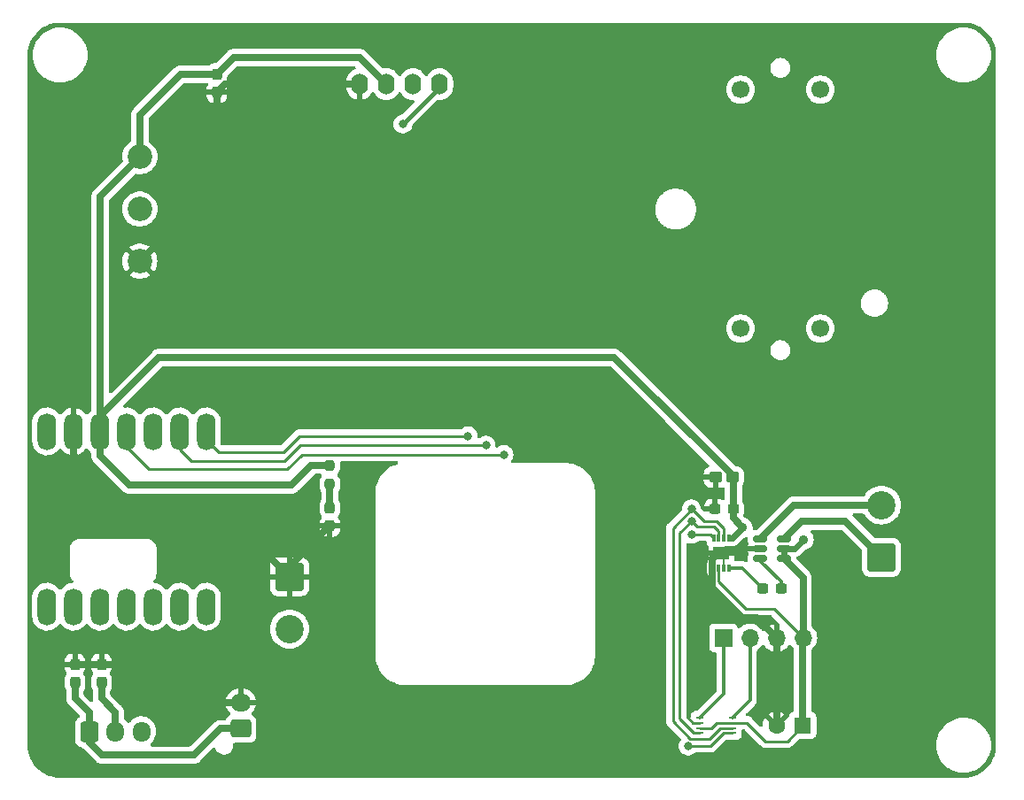
<source format=gbr>
%TF.GenerationSoftware,KiCad,Pcbnew,7.0.10*%
%TF.CreationDate,2024-02-05T19:04:35-08:00*%
%TF.ProjectId,pcb_lab,7063625f-6c61-4622-9e6b-696361645f70,rev?*%
%TF.SameCoordinates,Original*%
%TF.FileFunction,Copper,L1,Top*%
%TF.FilePolarity,Positive*%
%FSLAX46Y46*%
G04 Gerber Fmt 4.6, Leading zero omitted, Abs format (unit mm)*
G04 Created by KiCad (PCBNEW 7.0.10) date 2024-02-05 19:04:35*
%MOMM*%
%LPD*%
G01*
G04 APERTURE LIST*
G04 Aperture macros list*
%AMRoundRect*
0 Rectangle with rounded corners*
0 $1 Rounding radius*
0 $2 $3 $4 $5 $6 $7 $8 $9 X,Y pos of 4 corners*
0 Add a 4 corners polygon primitive as box body*
4,1,4,$2,$3,$4,$5,$6,$7,$8,$9,$2,$3,0*
0 Add four circle primitives for the rounded corners*
1,1,$1+$1,$2,$3*
1,1,$1+$1,$4,$5*
1,1,$1+$1,$6,$7*
1,1,$1+$1,$8,$9*
0 Add four rect primitives between the rounded corners*
20,1,$1+$1,$2,$3,$4,$5,0*
20,1,$1+$1,$4,$5,$6,$7,0*
20,1,$1+$1,$6,$7,$8,$9,0*
20,1,$1+$1,$8,$9,$2,$3,0*%
G04 Aperture macros list end*
%TA.AperFunction,SMDPad,CuDef*%
%ADD10RoundRect,0.237500X0.237500X-0.300000X0.237500X0.300000X-0.237500X0.300000X-0.237500X-0.300000X0*%
%TD*%
%TA.AperFunction,SMDPad,CuDef*%
%ADD11RoundRect,0.237500X-0.237500X0.250000X-0.237500X-0.250000X0.237500X-0.250000X0.237500X0.250000X0*%
%TD*%
%TA.AperFunction,SMDPad,CuDef*%
%ADD12RoundRect,0.237500X-0.237500X0.300000X-0.237500X-0.300000X0.237500X-0.300000X0.237500X0.300000X0*%
%TD*%
%TA.AperFunction,ComponentPad*%
%ADD13C,2.340000*%
%TD*%
%TA.AperFunction,SMDPad,CuDef*%
%ADD14RoundRect,0.250000X0.375000X0.275000X-0.375000X0.275000X-0.375000X-0.275000X0.375000X-0.275000X0*%
%TD*%
%TA.AperFunction,SMDPad,CuDef*%
%ADD15RoundRect,0.237500X0.300000X0.237500X-0.300000X0.237500X-0.300000X-0.237500X0.300000X-0.237500X0*%
%TD*%
%TA.AperFunction,ComponentPad*%
%ADD16O,1.600000X2.000000*%
%TD*%
%TA.AperFunction,ComponentPad*%
%ADD17RoundRect,0.250000X-0.600000X-0.725000X0.600000X-0.725000X0.600000X0.725000X-0.600000X0.725000X0*%
%TD*%
%TA.AperFunction,ComponentPad*%
%ADD18O,1.700000X1.950000*%
%TD*%
%TA.AperFunction,ComponentPad*%
%ADD19C,1.700000*%
%TD*%
%TA.AperFunction,SMDPad,CuDef*%
%ADD20R,0.300000X0.750000*%
%TD*%
%TA.AperFunction,SMDPad,CuDef*%
%ADD21R,1.500000X1.300000*%
%TD*%
%TA.AperFunction,ComponentPad*%
%ADD22O,1.778000X3.556000*%
%TD*%
%TA.AperFunction,SMDPad,CuDef*%
%ADD23RoundRect,0.150000X-0.512500X-0.150000X0.512500X-0.150000X0.512500X0.150000X-0.512500X0.150000X0*%
%TD*%
%TA.AperFunction,SMDPad,CuDef*%
%ADD24RoundRect,0.237500X-0.300000X-0.237500X0.300000X-0.237500X0.300000X0.237500X-0.300000X0.237500X0*%
%TD*%
%TA.AperFunction,ComponentPad*%
%ADD25RoundRect,0.250001X1.099999X-1.099999X1.099999X1.099999X-1.099999X1.099999X-1.099999X-1.099999X0*%
%TD*%
%TA.AperFunction,ComponentPad*%
%ADD26C,2.700000*%
%TD*%
%TA.AperFunction,SMDPad,CuDef*%
%ADD27RoundRect,0.237500X0.237500X-0.287500X0.237500X0.287500X-0.237500X0.287500X-0.237500X-0.287500X0*%
%TD*%
%TA.AperFunction,SMDPad,CuDef*%
%ADD28R,0.750000X0.250000*%
%TD*%
%TA.AperFunction,ComponentPad*%
%ADD29R,1.600000X1.600000*%
%TD*%
%TA.AperFunction,ComponentPad*%
%ADD30C,1.600000*%
%TD*%
%TA.AperFunction,ComponentPad*%
%ADD31R,1.700000X1.700000*%
%TD*%
%TA.AperFunction,ComponentPad*%
%ADD32O,1.700000X1.700000*%
%TD*%
%TA.AperFunction,ComponentPad*%
%ADD33RoundRect,0.250000X0.725000X-0.600000X0.725000X0.600000X-0.725000X0.600000X-0.725000X-0.600000X0*%
%TD*%
%TA.AperFunction,ComponentPad*%
%ADD34O,1.950000X1.700000*%
%TD*%
%TA.AperFunction,ComponentPad*%
%ADD35RoundRect,0.250001X-1.099999X1.099999X-1.099999X-1.099999X1.099999X-1.099999X1.099999X1.099999X0*%
%TD*%
%TA.AperFunction,ViaPad*%
%ADD36C,1.016000*%
%TD*%
%TA.AperFunction,ViaPad*%
%ADD37C,0.800000*%
%TD*%
%TA.AperFunction,ViaPad*%
%ADD38C,0.889000*%
%TD*%
%TA.AperFunction,Conductor*%
%ADD39C,0.203200*%
%TD*%
%TA.AperFunction,Conductor*%
%ADD40C,0.635000*%
%TD*%
%TA.AperFunction,Conductor*%
%ADD41C,0.381000*%
%TD*%
%TA.AperFunction,Conductor*%
%ADD42C,0.250000*%
%TD*%
%TA.AperFunction,Conductor*%
%ADD43C,0.508000*%
%TD*%
%TA.AperFunction,Conductor*%
%ADD44C,0.254000*%
%TD*%
%TA.AperFunction,Conductor*%
%ADD45C,0.558800*%
%TD*%
%TA.AperFunction,Conductor*%
%ADD46C,0.304800*%
%TD*%
G04 APERTURE END LIST*
D10*
%TO.P,C2,1*%
%TO.N,Net-(BT1-+)*%
X81432400Y-108284500D03*
%TO.P,C2,2*%
%TO.N,GND*%
X81432400Y-106559500D03*
%TD*%
D11*
%TO.P,R1,1*%
%TO.N,+3.3V*%
X105791000Y-87503000D03*
%TO.P,R1,2*%
%TO.N,Net-(D2-A)*%
X105791000Y-89328000D03*
%TD*%
D12*
%TO.P,C3,1*%
%TO.N,+3.3V*%
X94996000Y-50094500D03*
%TO.P,C3,2*%
%TO.N,GND*%
X94996000Y-51819500D03*
%TD*%
D13*
%TO.P,RV1,1,1*%
%TO.N,+3.3V*%
X87630000Y-57992000D03*
%TO.P,RV1,2,2*%
%TO.N,/Volumn*%
X87630000Y-62992000D03*
%TO.P,RV1,3,3*%
%TO.N,GND*%
X87630000Y-67992000D03*
%TD*%
D14*
%TO.P,C5,1*%
%TO.N,+3.3V*%
X144247700Y-88650700D03*
%TO.P,C5,2*%
%TO.N,GND*%
X142647700Y-88650700D03*
%TD*%
D15*
%TO.P,C6,1*%
%TO.N,+3.3V*%
X144330200Y-91698700D03*
%TO.P,C6,2*%
%TO.N,GND*%
X142605200Y-91698700D03*
%TD*%
D16*
%TO.P,Brd1,1,GND*%
%TO.N,GND*%
X108648000Y-51042000D03*
%TO.P,Brd1,2,VCC*%
%TO.N,+3.3V*%
X111188000Y-51042000D03*
%TO.P,Brd1,3,SCL*%
%TO.N,/SCL*%
X113728000Y-51042000D03*
%TO.P,Brd1,4,SDA*%
%TO.N,/SDA*%
X116268000Y-51042000D03*
%TD*%
D17*
%TO.P,SW1,1,A*%
%TO.N,Net-(BT1-+)*%
X82793200Y-113010600D03*
D18*
%TO.P,SW1,2,B*%
%TO.N,Net-(J1-Pin_2)*%
X85293200Y-113010600D03*
%TO.P,SW1,3,C*%
%TO.N,unconnected-(SW1-C-Pad3)*%
X87793200Y-113010600D03*
%TD*%
D19*
%TO.P,M1,1*%
%TO.N,/M1*%
X145034000Y-51562000D03*
%TO.P,M1,2,-*%
%TO.N,/M2*%
X152654000Y-51562000D03*
%TO.P,M1,3*%
%TO.N,/M3*%
X152654000Y-74422000D03*
%TO.P,M1,4*%
%TO.N,/M4*%
X145034000Y-74422000D03*
%TD*%
D20*
%TO.P,U3,1,Vdd*%
%TO.N,+3.3V*%
X143963700Y-94439700D03*
%TO.P,U3,2,~{CS}*%
%TO.N,/CS*%
X143463700Y-94439700D03*
%TO.P,U3,3,SCK*%
%TO.N,/SCK*%
X142963700Y-94439700D03*
%TO.P,U3,4,SDI*%
%TO.N,/SDI*%
X142463700Y-94439700D03*
%TO.P,U3,5,~{LDAC}*%
%TO.N,GND*%
X142463700Y-97339700D03*
%TO.P,U3,6,Vref*%
%TO.N,+3.3V*%
X142963700Y-97339700D03*
%TO.P,U3,7,Vss*%
%TO.N,GND*%
X143463700Y-97339700D03*
%TO.P,U3,8,Vout*%
%TO.N,Net-(U3-Vout)*%
X143963700Y-97339700D03*
D21*
%TO.P,U3,9,Pad*%
%TO.N,GND*%
X143213700Y-95889700D03*
%TD*%
D22*
%TO.P,U1,1,GPIO1_A0_D0*%
%TO.N,/Volumn*%
X78740000Y-101041200D03*
%TO.P,U1,2,GPIO2_A1_D1*%
%TO.N,/M3*%
X81280000Y-101041200D03*
%TO.P,U1,3,GPIO3_A2_D2*%
%TO.N,/M4*%
X83820000Y-101041200D03*
%TO.P,U1,4,GPIO4_A3_D3*%
%TO.N,/M2*%
X86360000Y-101041200D03*
%TO.P,U1,5,GPIO4_A3_D3_SDA*%
%TO.N,/SDA*%
X88900000Y-101041200D03*
%TO.P,U1,6,GPIO6_A5_D5_SCL*%
%TO.N,/SCL*%
X91440000Y-101041200D03*
%TO.P,U1,7,GPIO43_TX_D6*%
%TO.N,/M1*%
X93980000Y-101041200D03*
%TO.P,U1,8,5V*%
%TO.N,unconnected-(U1-5V-Pad8)*%
X78740000Y-84277200D03*
%TO.P,U1,9,GND*%
%TO.N,GND*%
X81280000Y-84277200D03*
%TO.P,U1,10,3V3*%
%TO.N,+3.3V*%
X83820000Y-84277200D03*
%TO.P,U1,11,GPIO9_A10_D10_COPI*%
%TO.N,/SDI*%
X86360000Y-84277200D03*
%TO.P,U1,12,GPIO8_A9_D9_CIPO*%
%TO.N,unconnected-(U1-GPIO8_A9_D9_CIPO-Pad12)*%
X88900000Y-84277200D03*
%TO.P,U1,13,GPIO7_A8_D8_SCK*%
%TO.N,/SCK*%
X91440000Y-84277200D03*
%TO.P,U1,14,GPIO44_D7_RX*%
%TO.N,/CS*%
X93980000Y-84277200D03*
%TD*%
D23*
%TO.P,U4,1,OUT-*%
%TO.N,Net-(U4-OUT-)*%
X146902200Y-94558700D03*
%TO.P,U4,2,GND*%
%TO.N,GND*%
X146902200Y-95508700D03*
%TO.P,U4,3,IN*%
%TO.N,Net-(U4-IN)*%
X146902200Y-96458700D03*
%TO.P,U4,4,~{SD}*%
%TO.N,+3.3V*%
X149177200Y-96458700D03*
%TO.P,U4,5,VDD*%
X149177200Y-95508700D03*
%TO.P,U4,6,OUT+*%
%TO.N,Net-(U4-OUT+)*%
X149177200Y-94558700D03*
%TD*%
D24*
%TO.P,C7,1*%
%TO.N,Net-(U3-Vout)*%
X147177200Y-99318700D03*
%TO.P,C7,2*%
%TO.N,Net-(U4-IN)*%
X148902200Y-99318700D03*
%TD*%
D10*
%TO.P,C1,1*%
%TO.N,Net-(J1-Pin_2)*%
X83972400Y-108284500D03*
%TO.P,C1,2*%
%TO.N,GND*%
X83972400Y-106559500D03*
%TD*%
D25*
%TO.P,LS1,1,1*%
%TO.N,Net-(U4-OUT+)*%
X158513300Y-96313000D03*
D26*
%TO.P,LS1,2,2*%
%TO.N,Net-(U4-OUT-)*%
X158513300Y-91313000D03*
%TD*%
D27*
%TO.P,D2,1,K*%
%TO.N,GND*%
X105791000Y-93331000D03*
%TO.P,D2,2,A*%
%TO.N,Net-(D2-A)*%
X105791000Y-91581000D03*
%TD*%
D28*
%TO.P,U2,1,B2*%
%TO.N,Net-(D1-CIN)*%
X141170300Y-111639200D03*
%TO.P,U2,2,GND*%
%TO.N,GND*%
X141170300Y-112139200D03*
%TO.P,U2,3,VCCA*%
%TO.N,+3.3V*%
X141170300Y-112639200D03*
%TO.P,U2,4,A2*%
%TO.N,/SCK*%
X141170300Y-113139200D03*
%TO.P,U2,5,A1*%
%TO.N,/SDI*%
X144270300Y-113139200D03*
%TO.P,U2,6,OE*%
%TO.N,/CS*%
X144270300Y-112639200D03*
%TO.P,U2,7,VCCB*%
%TO.N,+3.3V*%
X144270300Y-112139200D03*
%TO.P,U2,8,B1*%
%TO.N,Net-(D1-DIN)*%
X144270300Y-111639200D03*
%TD*%
D29*
%TO.P,C8,1*%
%TO.N,+3.3V*%
X150980300Y-112389200D03*
D30*
%TO.P,C8,2*%
%TO.N,GND*%
X148480300Y-112389200D03*
%TD*%
D31*
%TO.P,D1,1,CIN*%
%TO.N,Net-(D1-CIN)*%
X143400300Y-104013000D03*
D32*
%TO.P,D1,2,DIN*%
%TO.N,Net-(D1-DIN)*%
X145940300Y-104013000D03*
%TO.P,D1,3,GND*%
%TO.N,GND*%
X148480300Y-104013000D03*
%TO.P,D1,4,+5V*%
%TO.N,+3.3V*%
X151020300Y-104013000D03*
%TD*%
D33*
%TO.P,BT1,1,+*%
%TO.N,Net-(BT1-+)*%
X97282000Y-112710600D03*
D34*
%TO.P,BT1,2,-*%
%TO.N,GND*%
X97282000Y-110210600D03*
%TD*%
D35*
%TO.P,J1,1,Pin_1*%
%TO.N,GND*%
X101939000Y-98179500D03*
D26*
%TO.P,J1,2,Pin_2*%
%TO.N,Net-(J1-Pin_2)*%
X101939000Y-103179500D03*
%TD*%
D36*
%TO.N,GND*%
X141351000Y-100203000D03*
X80010000Y-88773000D03*
X81026000Y-87757000D03*
X80010000Y-87757000D03*
X142367000Y-100203000D03*
X141351000Y-101219000D03*
X81026000Y-88773000D03*
X142367000Y-101219000D03*
D37*
%TO.N,/SDA*%
X112776000Y-54864000D03*
D38*
%TO.N,+3.3V*%
X145245300Y-93476700D03*
X151087300Y-94619700D03*
D37*
%TO.N,/SDI*%
X140352300Y-94107000D03*
X140049098Y-114369809D03*
X122428000Y-86487000D03*
%TO.N,/SCK*%
X120713500Y-85598000D03*
X140352300Y-92900500D03*
%TO.N,/CS*%
X140352300Y-91694000D03*
X118999000Y-84709000D03*
%TD*%
D39*
%TO.N,GND*%
X143463700Y-97339700D02*
X143463700Y-96139700D01*
D40*
X146575300Y-102108000D02*
X145178300Y-102108000D01*
D39*
X142463300Y-96639700D02*
X143213300Y-95889700D01*
D40*
X94996000Y-51819500D02*
X94996000Y-60626000D01*
D41*
X143594300Y-95508700D02*
X143213700Y-95889300D01*
D40*
X85598000Y-90805000D02*
X94564500Y-90805000D01*
X83978900Y-106553000D02*
X83972400Y-106559500D01*
D42*
X148861800Y-112343500D02*
X148526000Y-112343500D01*
D40*
X81280000Y-85039200D02*
X81280000Y-86487000D01*
X142853700Y-95889700D02*
X143213700Y-95889700D01*
D43*
X146902200Y-95508700D02*
X143594700Y-95508700D01*
D40*
X148480300Y-104013000D02*
X148480300Y-112389000D01*
D42*
X148526000Y-112343500D02*
X148480300Y-112389200D01*
D44*
X141170300Y-112139200D02*
X140477500Y-112139200D01*
D40*
X101939000Y-98179500D02*
X101939000Y-97183000D01*
X97282000Y-110210600D02*
X91922600Y-110210600D01*
X142296200Y-99225900D02*
X142296200Y-96447200D01*
X148480300Y-104013000D02*
X146575300Y-102108000D01*
X95773500Y-51042000D02*
X94996000Y-51819500D01*
X81280000Y-86487000D02*
X85598000Y-90805000D01*
X108648000Y-51042000D02*
X95773500Y-51042000D01*
D42*
X143213700Y-95889300D02*
X143213700Y-95889700D01*
X143463700Y-96139700D02*
X143213700Y-95889700D01*
D40*
X142296200Y-96447200D02*
X142853700Y-95889700D01*
D42*
X148099300Y-104013000D02*
X148480300Y-104013000D01*
D41*
X143213700Y-95889300D02*
X143213300Y-95889700D01*
D44*
X140477500Y-112139200D02*
X139954000Y-111615700D01*
D40*
X148816300Y-112298000D02*
X148861800Y-112343500D01*
X94996000Y-60626000D02*
X87630000Y-67992000D01*
D42*
X142647700Y-88650700D02*
X142605200Y-88693200D01*
D40*
X148861800Y-112343500D02*
X148907300Y-112389000D01*
X88265000Y-106553000D02*
X83978900Y-106553000D01*
X101939000Y-97183000D02*
X105791000Y-93331000D01*
X94564500Y-90805000D02*
X101939000Y-98179500D01*
D42*
X148480300Y-112389000D02*
X148480300Y-112389200D01*
D44*
X139954000Y-101568100D02*
X142296200Y-99225900D01*
D39*
X142463300Y-97339700D02*
X142463300Y-96639700D01*
X143463300Y-96139700D02*
X143213300Y-95889700D01*
D42*
X142463300Y-97339700D02*
X142463700Y-97339700D01*
D44*
X139954000Y-111615700D02*
X139954000Y-101568100D01*
D40*
X145178300Y-102108000D02*
X142296200Y-99225900D01*
D42*
X142463300Y-97339700D02*
X142463300Y-98377000D01*
X142605200Y-88693200D02*
X142605200Y-91698700D01*
D40*
X91922600Y-110210600D02*
X88265000Y-106553000D01*
D43*
X143594700Y-95508700D02*
X143213700Y-95889700D01*
D40*
X81432400Y-106559500D02*
X83972400Y-106559500D01*
D41*
X146902300Y-95508700D02*
X146902200Y-95508700D01*
%TO.N,/SDA*%
X112776000Y-54864000D02*
X116268000Y-51372000D01*
X116268000Y-51372000D02*
X116268000Y-51042000D01*
D42*
%TO.N,+3.3V*%
X142286750Y-112639200D02*
X141170300Y-112639200D01*
X144270300Y-112139200D02*
X142786750Y-112139200D01*
D40*
X144247500Y-88650900D02*
X144356300Y-88759700D01*
X144356300Y-91672200D02*
X144330300Y-91698700D01*
D42*
X145559300Y-101219000D02*
X148226300Y-101219000D01*
D40*
X150980300Y-112389000D02*
X150980300Y-104053000D01*
X144247300Y-88650700D02*
X144247500Y-88650900D01*
D45*
X149177300Y-95983700D02*
X149177300Y-96458700D01*
D42*
X150980300Y-112435000D02*
X149496300Y-113919000D01*
D45*
X151087300Y-94619700D02*
X150198300Y-95508700D01*
D42*
X142786750Y-112139200D02*
X142286750Y-112639200D01*
X142963700Y-98623400D02*
X145559300Y-101219000D01*
X150980300Y-112389000D02*
X150980300Y-112389200D01*
D40*
X108660000Y-48514000D02*
X111188000Y-51042000D01*
X144247700Y-88494700D02*
X144247700Y-88650700D01*
X150980300Y-104053000D02*
X151020300Y-104013000D01*
D42*
X149177300Y-96458700D02*
X149177200Y-96458700D01*
X145676100Y-112139200D02*
X144270300Y-112139200D01*
D40*
X83820000Y-61802000D02*
X87630000Y-57992000D01*
X89436500Y-77187500D02*
X132940500Y-77187500D01*
X87630000Y-53975000D02*
X91510500Y-50094500D01*
X87630000Y-57992000D02*
X87630000Y-53975000D01*
D42*
X147455900Y-113919000D02*
X145676100Y-112139200D01*
X143963700Y-94439700D02*
X144131300Y-94439700D01*
D45*
X145245300Y-93476700D02*
X144282300Y-94439700D01*
D40*
X104013000Y-87503000D02*
X102108000Y-89408000D01*
X105791000Y-87503000D02*
X104013000Y-87503000D01*
X151381800Y-112363500D02*
X151407300Y-112389000D01*
X144330300Y-91698700D02*
X144330300Y-92561200D01*
X144330300Y-92561200D02*
X145245300Y-93476700D01*
D42*
X149496300Y-113919000D02*
X147455900Y-113919000D01*
D40*
X83820000Y-85039200D02*
X83820000Y-61802000D01*
X102108000Y-89408000D02*
X86614000Y-89408000D01*
D45*
X144282300Y-94439700D02*
X144131300Y-94439700D01*
D40*
X132940500Y-77187500D02*
X144247700Y-88494700D01*
D42*
X149177200Y-95508700D02*
X149177300Y-95508700D01*
D40*
X91510500Y-50094500D02*
X94996000Y-50094500D01*
X86614000Y-89408000D02*
X83820000Y-86614000D01*
X149177300Y-96458700D02*
X151020300Y-98301700D01*
D42*
X144330200Y-91698700D02*
X144330300Y-91698700D01*
D39*
X144356300Y-91725200D02*
X144330300Y-91698700D01*
D40*
X83820000Y-82804000D02*
X89436500Y-77187500D01*
D42*
X151006000Y-112363500D02*
X150980300Y-112389200D01*
D45*
X149177300Y-95508700D02*
X149177300Y-95983700D01*
D40*
X96576500Y-48514000D02*
X108660000Y-48514000D01*
X83820000Y-86614000D02*
X83820000Y-85039200D01*
X83820000Y-85039200D02*
X83820000Y-82804000D01*
X144356300Y-88759700D02*
X144356300Y-91672200D01*
D42*
X148226300Y-101219000D02*
X151020300Y-104013000D01*
X150980300Y-112389200D02*
X150980300Y-112435000D01*
D40*
X151356300Y-112338000D02*
X151381800Y-112363500D01*
D42*
X151381800Y-112363500D02*
X151006000Y-112363500D01*
D45*
X150198300Y-95508700D02*
X149177300Y-95508700D01*
D42*
X142963700Y-97339700D02*
X142963700Y-98623400D01*
D40*
X94996000Y-50094500D02*
X96576500Y-48514000D01*
D42*
X144247700Y-88650700D02*
X144247500Y-88650900D01*
D40*
X151020300Y-98301700D02*
X151020300Y-104013000D01*
D46*
%TO.N,Net-(U3-Vout)*%
X145198300Y-97339700D02*
X147177200Y-99318600D01*
X143963300Y-97339700D02*
X143963700Y-97339700D01*
X143963700Y-97339700D02*
X145198300Y-97339700D01*
D42*
X147177200Y-99318600D02*
X147177200Y-99318700D01*
D46*
X147177200Y-99318600D02*
X147177300Y-99318700D01*
D42*
%TO.N,Net-(U4-IN)*%
X146902200Y-96458700D02*
X146902300Y-96458800D01*
X146902300Y-96458800D02*
X146902300Y-96657200D01*
D46*
X148902300Y-98657200D02*
X148902300Y-99030700D01*
X148902300Y-99030700D02*
X148902300Y-99318700D01*
X146902300Y-96657200D02*
X148902300Y-98657200D01*
D42*
X148902300Y-99030700D02*
X148902200Y-99030800D01*
X148902200Y-99030800D02*
X148902200Y-99318700D01*
D46*
%TO.N,Net-(D1-CIN)*%
X143400300Y-109409000D02*
X141170300Y-111639000D01*
D42*
X141170300Y-111639000D02*
X141170300Y-111639200D01*
D46*
X143400300Y-104013000D02*
X143400300Y-109409000D01*
D42*
%TO.N,Net-(D1-DIN)*%
X144270300Y-111639000D02*
X144270300Y-111639200D01*
D46*
X145940300Y-109969000D02*
X144270300Y-111639000D01*
X145940300Y-104013000D02*
X145940300Y-109969000D01*
D40*
%TO.N,Net-(D2-A)*%
X105791000Y-91581000D02*
X105791000Y-89328000D01*
%TO.N,Net-(U4-OUT+)*%
X149177300Y-94558700D02*
X149860000Y-93876200D01*
X155067300Y-92867100D02*
X158513300Y-96313000D01*
X150869300Y-92867100D02*
X155067300Y-92867100D01*
X149860000Y-93876200D02*
X150869300Y-92867100D01*
D42*
X149859700Y-93876200D02*
X149177200Y-94558700D01*
X149860000Y-93876200D02*
X149859700Y-93876200D01*
D40*
%TO.N,Net-(U4-OUT-)*%
X146902300Y-94558700D02*
X147658200Y-93802900D01*
X150148300Y-91313000D02*
X158513300Y-91313000D01*
X147658200Y-93802900D02*
X150148300Y-91313000D01*
D42*
X147658000Y-93802900D02*
X146902200Y-94558700D01*
X147658200Y-93802900D02*
X147658000Y-93802900D01*
D44*
%TO.N,/SDI*%
X140049098Y-114369809D02*
X142187491Y-114369809D01*
X142131000Y-94107000D02*
X140352300Y-94107000D01*
X143418100Y-113139200D02*
X144270300Y-113139200D01*
X122428000Y-86487000D02*
X103124000Y-86487000D01*
X88519000Y-87884000D02*
X86360000Y-85725000D01*
X86360000Y-85725000D02*
X86360000Y-85039200D01*
X142463700Y-94439700D02*
X142131000Y-94107000D01*
X103124000Y-86487000D02*
X101727000Y-87884000D01*
X101727000Y-87884000D02*
X88519000Y-87884000D01*
X142187491Y-114369809D02*
X143418100Y-113139200D01*
D42*
%TO.N,/SCK*%
X139209300Y-111760000D02*
X139209300Y-93980000D01*
X140588500Y-113139200D02*
X139209300Y-111760000D01*
X91440000Y-85979000D02*
X91440000Y-85039200D01*
X92583000Y-87122000D02*
X91440000Y-85979000D01*
X120904000Y-85598000D02*
X102997000Y-85598000D01*
X102997000Y-85598000D02*
X101473000Y-87122000D01*
X141170300Y-113139200D02*
X140588500Y-113139200D01*
X140860300Y-93345000D02*
X142511300Y-93345000D01*
X142963700Y-93797400D02*
X142963700Y-94439700D01*
X142511300Y-93345000D02*
X142963700Y-93797400D01*
X101473000Y-87122000D02*
X92583000Y-87122000D01*
X139209300Y-93980000D02*
X140352300Y-92837000D01*
X140352300Y-92837000D02*
X140860300Y-93345000D01*
%TO.N,/CS*%
X142765300Y-92837000D02*
X143463700Y-93535400D01*
X141558800Y-92837000D02*
X142765300Y-92837000D01*
D44*
X138574300Y-112014000D02*
X140225300Y-113665000D01*
D42*
X140453000Y-91694000D02*
X140453000Y-91731200D01*
D44*
X140225300Y-113665000D02*
X142066800Y-113665000D01*
D42*
X102870000Y-84709000D02*
X101346000Y-86233000D01*
X143463700Y-93535400D02*
X143463700Y-94439700D01*
D39*
X140411500Y-91694000D02*
X140411500Y-91698300D01*
D42*
X118999000Y-84709000D02*
X102870000Y-84709000D01*
X140453000Y-91731200D02*
X141558800Y-92837000D01*
X95173800Y-86233000D02*
X93980000Y-85039200D01*
D44*
X142066800Y-113665000D02*
X143092600Y-112639200D01*
X140411500Y-91698300D02*
X138574300Y-93535500D01*
D39*
X144270300Y-112639200D02*
X143667100Y-112639200D01*
D44*
X138574300Y-93535500D02*
X138574300Y-93599000D01*
X138574300Y-93599000D02*
X138574300Y-112014000D01*
D42*
X101346000Y-86233000D02*
X95173800Y-86233000D01*
D44*
X143092600Y-112639200D02*
X144270300Y-112639200D01*
D41*
%TO.N,Net-(BT1-+)*%
X81432400Y-108284000D02*
X81432400Y-108235000D01*
D40*
X95320800Y-112711000D02*
X97281600Y-112711000D01*
X97281600Y-112711000D02*
X97282000Y-112711000D01*
X92786200Y-115245000D02*
X95320800Y-112711000D01*
X82793200Y-113010600D02*
X82793200Y-114015000D01*
X82793200Y-111170000D02*
X82793200Y-113010600D01*
D42*
X97281600Y-112711000D02*
X97282000Y-112710600D01*
D40*
X82793200Y-114015000D02*
X84023200Y-115245000D01*
X81432400Y-108235000D02*
X81432400Y-108284000D01*
X81432400Y-108284000D02*
X81432400Y-108284500D01*
X81432400Y-108284500D02*
X81432400Y-109810000D01*
X81432400Y-109810000D02*
X82793200Y-111170000D01*
X84023200Y-115245000D02*
X92786200Y-115245000D01*
%TO.N,Net-(J1-Pin_2)*%
X85293200Y-111130000D02*
X85293200Y-112959000D01*
X83972400Y-108284500D02*
X83972400Y-109810000D01*
X83972400Y-109810000D02*
X85293200Y-111130000D01*
D42*
X85293200Y-112959000D02*
X85293200Y-113010600D01*
D40*
X83972400Y-108284000D02*
X83972400Y-108284500D01*
%TD*%
%TA.AperFunction,Conductor*%
%TO.N,GND*%
G36*
X148730300Y-105343634D02*
G01*
X148730301Y-105343634D01*
X148943787Y-105286431D01*
X148943794Y-105286429D01*
X149157881Y-105186598D01*
X149157886Y-105186595D01*
X149351378Y-105051109D01*
X149518408Y-104884079D01*
X149621937Y-104736225D01*
X149681972Y-104685849D01*
X149759152Y-104672240D01*
X149832796Y-104699044D01*
X149872702Y-104740254D01*
X149944578Y-104850268D01*
X149975703Y-104884078D01*
X150097059Y-105015905D01*
X150101672Y-105020152D01*
X150100637Y-105021275D01*
X150143167Y-105077490D01*
X150154300Y-105134473D01*
X150154300Y-110951059D01*
X150134016Y-111026759D01*
X150078600Y-111082175D01*
X150055810Y-111092913D01*
X149934097Y-111138310D01*
X149817039Y-111225939D01*
X149729409Y-111342998D01*
X149678313Y-111479993D01*
X149678309Y-111480006D01*
X149673499Y-111524752D01*
X149645239Y-111597850D01*
X149584217Y-111647024D01*
X149574396Y-111648655D01*
X148878253Y-112344797D01*
X148865465Y-112264052D01*
X148807941Y-112151155D01*
X148718345Y-112061559D01*
X148605448Y-112004035D01*
X148524699Y-111991245D01*
X149205772Y-111310174D01*
X149205771Y-111310173D01*
X149132790Y-111259070D01*
X149132785Y-111259067D01*
X148926628Y-111162934D01*
X148926621Y-111162932D01*
X148706905Y-111104058D01*
X148480300Y-111084234D01*
X148253694Y-111104058D01*
X148033978Y-111162932D01*
X148033971Y-111162934D01*
X147827814Y-111259067D01*
X147827811Y-111259069D01*
X147754826Y-111310173D01*
X148435899Y-111991246D01*
X148355152Y-112004035D01*
X148242255Y-112061559D01*
X148152659Y-112151155D01*
X148095135Y-112264052D01*
X148082346Y-112344799D01*
X147401273Y-111663726D01*
X147350169Y-111736711D01*
X147350167Y-111736714D01*
X147254034Y-111942871D01*
X147254032Y-111942878D01*
X147195158Y-112162594D01*
X147175206Y-112390660D01*
X147148402Y-112464304D01*
X147088367Y-112514680D01*
X147011187Y-112528289D01*
X146937543Y-112501485D01*
X146917326Y-112484521D01*
X146185325Y-111752520D01*
X146174614Y-111739149D01*
X146174169Y-111739518D01*
X146168101Y-111732182D01*
X146118759Y-111685848D01*
X146115344Y-111682539D01*
X146106533Y-111673728D01*
X146095870Y-111663065D01*
X146095860Y-111663057D01*
X146093615Y-111661315D01*
X146082783Y-111652063D01*
X146051423Y-111622616D01*
X146051417Y-111622611D01*
X146035419Y-111613816D01*
X146015562Y-111600772D01*
X146001146Y-111589589D01*
X146001143Y-111589587D01*
X146001141Y-111589586D01*
X145961639Y-111572492D01*
X145948866Y-111566234D01*
X145911160Y-111545505D01*
X145911157Y-111545504D01*
X145911154Y-111545502D01*
X145893473Y-111540963D01*
X145871001Y-111533269D01*
X145854250Y-111526020D01*
X145854242Y-111526018D01*
X145811762Y-111519290D01*
X145797798Y-111516398D01*
X145756131Y-111505700D01*
X145756130Y-111505700D01*
X145737873Y-111505700D01*
X145714189Y-111503836D01*
X145686749Y-111499490D01*
X145687249Y-111496327D01*
X145628387Y-111478549D01*
X145574744Y-111421414D01*
X145556856Y-111345112D01*
X145579515Y-111270089D01*
X145601121Y-111242831D01*
X146390289Y-110453663D01*
X146396915Y-110447426D01*
X146438624Y-110410477D01*
X146470277Y-110364617D01*
X146475676Y-110357280D01*
X146510040Y-110313419D01*
X146512681Y-110307548D01*
X146526139Y-110283688D01*
X146529796Y-110278391D01*
X146549554Y-110226289D01*
X146553037Y-110217882D01*
X146575909Y-110167064D01*
X146577068Y-110160733D01*
X146584430Y-110134328D01*
X146586708Y-110128325D01*
X146593419Y-110073047D01*
X146594795Y-110064003D01*
X146604840Y-110009197D01*
X146601476Y-109953585D01*
X146601200Y-109944443D01*
X146601200Y-105290228D01*
X146621484Y-105214528D01*
X146676900Y-105159112D01*
X146680545Y-105157074D01*
X146680698Y-105156990D01*
X146685876Y-105154189D01*
X146863540Y-105015906D01*
X147016022Y-104850268D01*
X147087898Y-104740253D01*
X147146279Y-104687977D01*
X147222981Y-104671894D01*
X147297449Y-104696316D01*
X147338661Y-104736224D01*
X147442190Y-104884078D01*
X147609221Y-105051109D01*
X147802713Y-105186595D01*
X147802718Y-105186598D01*
X148016805Y-105286429D01*
X148016812Y-105286431D01*
X148230298Y-105343634D01*
X148230300Y-105343634D01*
X148230300Y-104448501D01*
X148337985Y-104497680D01*
X148444537Y-104513000D01*
X148516063Y-104513000D01*
X148622615Y-104497680D01*
X148730300Y-104448501D01*
X148730300Y-105343634D01*
G37*
%TD.AperFunction*%
%TA.AperFunction,Conductor*%
G36*
X145683296Y-94418824D02*
G01*
X145724681Y-94485376D01*
X145731200Y-94529325D01*
X145731200Y-94775213D01*
X145732039Y-94785866D01*
X145734138Y-94812531D01*
X145764700Y-94917727D01*
X145780556Y-94972304D01*
X145784338Y-94981043D01*
X145781634Y-94982212D01*
X145798438Y-95042367D01*
X145789087Y-95088777D01*
X145791075Y-95089355D01*
X145742600Y-95256205D01*
X145742404Y-95258700D01*
X145984673Y-95258700D01*
X146060373Y-95278984D01*
X146061625Y-95279715D01*
X146126099Y-95317845D01*
X146126101Y-95317845D01*
X146126102Y-95317846D01*
X146282596Y-95363312D01*
X146349631Y-95403910D01*
X146387387Y-95472586D01*
X146385745Y-95550939D01*
X146345147Y-95617974D01*
X146282596Y-95654088D01*
X146126102Y-95699553D01*
X146126099Y-95699555D01*
X146061740Y-95737616D01*
X145986259Y-95758692D01*
X145984673Y-95758700D01*
X145742404Y-95758700D01*
X145742600Y-95761194D01*
X145791075Y-95928045D01*
X145788292Y-95928853D01*
X145797443Y-95990832D01*
X145782405Y-96035525D01*
X145784337Y-96036361D01*
X145780555Y-96045098D01*
X145734138Y-96204869D01*
X145731200Y-96242186D01*
X145731200Y-96617064D01*
X145710916Y-96692764D01*
X145655500Y-96748180D01*
X145579800Y-96768464D01*
X145516478Y-96752857D01*
X145516253Y-96753451D01*
X145511365Y-96751597D01*
X145509445Y-96751124D01*
X145507693Y-96750204D01*
X145455608Y-96730451D01*
X145447161Y-96726952D01*
X145396362Y-96704090D01*
X145390032Y-96702930D01*
X145363642Y-96695574D01*
X145357625Y-96693292D01*
X145302336Y-96686578D01*
X145293298Y-96685202D01*
X145238500Y-96675160D01*
X145238496Y-96675160D01*
X145182887Y-96678524D01*
X145173745Y-96678800D01*
X144615100Y-96678800D01*
X144539400Y-96658516D01*
X144483984Y-96603100D01*
X144463700Y-96527400D01*
X144463700Y-96139700D01*
X141963700Y-96139700D01*
X141963700Y-96547515D01*
X141943416Y-96623215D01*
X141933502Y-96638246D01*
X141870349Y-96722607D01*
X141870346Y-96722613D01*
X141820104Y-96857318D01*
X141820100Y-96857331D01*
X141813700Y-96916863D01*
X141813700Y-97762536D01*
X141820100Y-97822068D01*
X141820104Y-97822081D01*
X141870346Y-97956786D01*
X141870350Y-97956793D01*
X141956511Y-98071888D01*
X142071606Y-98158049D01*
X142071613Y-98158053D01*
X142206323Y-98208297D01*
X142213612Y-98210020D01*
X142282620Y-98247166D01*
X142323809Y-98313840D01*
X142330200Y-98357363D01*
X142330200Y-98536741D01*
X142328319Y-98553772D01*
X142328894Y-98553827D01*
X142327997Y-98563310D01*
X142330125Y-98630970D01*
X142330200Y-98635728D01*
X142330200Y-98663268D01*
X142330556Y-98666080D01*
X142331675Y-98680297D01*
X142333026Y-98723287D01*
X142333027Y-98723290D01*
X142338121Y-98740826D01*
X142342936Y-98764079D01*
X142345225Y-98782194D01*
X142345225Y-98782196D01*
X142345226Y-98782197D01*
X142361064Y-98822201D01*
X142365680Y-98835683D01*
X142377681Y-98876993D01*
X142386977Y-98892712D01*
X142397425Y-98914039D01*
X142404146Y-98931013D01*
X142404147Y-98931016D01*
X142429429Y-98965813D01*
X142437260Y-98977735D01*
X142459153Y-99014755D01*
X142459155Y-99014758D01*
X142459158Y-99014762D01*
X142472072Y-99027676D01*
X142487491Y-99045729D01*
X142498228Y-99060507D01*
X142531372Y-99087926D01*
X142541921Y-99097525D01*
X145050074Y-101605679D01*
X145060786Y-101619049D01*
X145061231Y-101618681D01*
X145067297Y-101626014D01*
X145067300Y-101626018D01*
X145067303Y-101626020D01*
X145067304Y-101626022D01*
X145116638Y-101672349D01*
X145120055Y-101675660D01*
X145139530Y-101695135D01*
X145141791Y-101696889D01*
X145152613Y-101706133D01*
X145181359Y-101733125D01*
X145183979Y-101735586D01*
X145199163Y-101743933D01*
X145199972Y-101744378D01*
X145219828Y-101757420D01*
X145234259Y-101768614D01*
X145234261Y-101768615D01*
X145234263Y-101768616D01*
X145273734Y-101785696D01*
X145286547Y-101791973D01*
X145312133Y-101806039D01*
X145324240Y-101812695D01*
X145341923Y-101817234D01*
X145364401Y-101824930D01*
X145381155Y-101832181D01*
X145423659Y-101838912D01*
X145437580Y-101841795D01*
X145479270Y-101852500D01*
X145497527Y-101852500D01*
X145521210Y-101854363D01*
X145539243Y-101857220D01*
X145578779Y-101853482D01*
X145582067Y-101853172D01*
X145596314Y-101852500D01*
X147901184Y-101852500D01*
X147976884Y-101872784D01*
X148008240Y-101896844D01*
X148685956Y-102574560D01*
X148725141Y-102642431D01*
X148730300Y-102681616D01*
X148730300Y-103577498D01*
X148622615Y-103528320D01*
X148516063Y-103513000D01*
X148444537Y-103513000D01*
X148337985Y-103528320D01*
X148230300Y-103577498D01*
X148230300Y-102682364D01*
X148230299Y-102682364D01*
X148016806Y-102739569D01*
X147802723Y-102839399D01*
X147609218Y-102974893D01*
X147442190Y-103141921D01*
X147338661Y-103289775D01*
X147278626Y-103340150D01*
X147201446Y-103353759D01*
X147127802Y-103326954D01*
X147087897Y-103285745D01*
X147040426Y-103213085D01*
X147016023Y-103175733D01*
X147016019Y-103175729D01*
X146863541Y-103010095D01*
X146863540Y-103010094D01*
X146685874Y-102871809D01*
X146487877Y-102764659D01*
X146487874Y-102764657D01*
X146274941Y-102691558D01*
X146274932Y-102691555D01*
X146052870Y-102654500D01*
X146052869Y-102654500D01*
X145827731Y-102654500D01*
X145827730Y-102654500D01*
X145605667Y-102691555D01*
X145605658Y-102691558D01*
X145392725Y-102764657D01*
X145392722Y-102764659D01*
X145194725Y-102871809D01*
X145017062Y-103010092D01*
X144984080Y-103045920D01*
X144917886Y-103087875D01*
X144839582Y-103091113D01*
X144770150Y-103054766D01*
X144730838Y-102996287D01*
X144701190Y-102916798D01*
X144701189Y-102916796D01*
X144613561Y-102799739D01*
X144496504Y-102712111D01*
X144496503Y-102712110D01*
X144496501Y-102712109D01*
X144359506Y-102661013D01*
X144359501Y-102661011D01*
X144298938Y-102654500D01*
X142501662Y-102654500D01*
X142451192Y-102659925D01*
X142441098Y-102661011D01*
X142441093Y-102661013D01*
X142304098Y-102712109D01*
X142187039Y-102799739D01*
X142099409Y-102916798D01*
X142048313Y-103053793D01*
X142048311Y-103053799D01*
X142041800Y-103114362D01*
X142041800Y-104911638D01*
X142044131Y-104933317D01*
X142048311Y-104972201D01*
X142048313Y-104972206D01*
X142099409Y-105109201D01*
X142099410Y-105109203D01*
X142099411Y-105109204D01*
X142187039Y-105226261D01*
X142304096Y-105313889D01*
X142304097Y-105313889D01*
X142304098Y-105313890D01*
X142338346Y-105326664D01*
X142441099Y-105364989D01*
X142501662Y-105371500D01*
X142588000Y-105371500D01*
X142663700Y-105391784D01*
X142719116Y-105447200D01*
X142739400Y-105522900D01*
X142739400Y-109072535D01*
X142719116Y-109148235D01*
X142695056Y-109179591D01*
X140913291Y-110961356D01*
X140845420Y-111000541D01*
X140806235Y-111005700D01*
X140746662Y-111005700D01*
X140696192Y-111011125D01*
X140686098Y-111012211D01*
X140686093Y-111012213D01*
X140549098Y-111063309D01*
X140432039Y-111150939D01*
X140344409Y-111267998D01*
X140298830Y-111390202D01*
X140293311Y-111404999D01*
X140287607Y-111458061D01*
X140286800Y-111465566D01*
X140286800Y-111576083D01*
X140266516Y-111651783D01*
X140211100Y-111707199D01*
X140135400Y-111727483D01*
X140059700Y-111707199D01*
X140028344Y-111683139D01*
X139887144Y-111541939D01*
X139847959Y-111474068D01*
X139842800Y-111434883D01*
X139842800Y-95107768D01*
X139863084Y-95032068D01*
X139918500Y-94976652D01*
X139994200Y-94956368D01*
X140055777Y-94969456D01*
X140070012Y-94975794D01*
X140256813Y-95015500D01*
X140256816Y-95015500D01*
X140447784Y-95015500D01*
X140447787Y-95015500D01*
X140634588Y-94975794D01*
X140809052Y-94898118D01*
X140963553Y-94785866D01*
X140963558Y-94785859D01*
X140968529Y-94781386D01*
X141038358Y-94745808D01*
X141069833Y-94742500D01*
X141656213Y-94742500D01*
X141731913Y-94762784D01*
X141787329Y-94818200D01*
X141806745Y-94877715D01*
X141811709Y-94923893D01*
X141811713Y-94923906D01*
X141862809Y-95060901D01*
X141862810Y-95060903D01*
X141862811Y-95060904D01*
X141933502Y-95155336D01*
X141962629Y-95228092D01*
X141963700Y-95246066D01*
X141963700Y-95639700D01*
X144463700Y-95639700D01*
X144463700Y-95321975D01*
X144483984Y-95246275D01*
X144539400Y-95190859D01*
X144549389Y-95185578D01*
X144576635Y-95172457D01*
X144592307Y-95165965D01*
X144626320Y-95154065D01*
X144656836Y-95134889D01*
X144671674Y-95126688D01*
X144704140Y-95111055D01*
X144732320Y-95088580D01*
X144746138Y-95078776D01*
X144776656Y-95059602D01*
X144801576Y-95034680D01*
X144801583Y-95034675D01*
X144808141Y-95028116D01*
X144808144Y-95028115D01*
X145388406Y-94447851D01*
X145451507Y-94410030D01*
X145535853Y-94384443D01*
X145614180Y-94381880D01*
X145683296Y-94418824D01*
G37*
%TD.AperFunction*%
%TA.AperFunction,Conductor*%
G36*
X166373949Y-45160706D02*
G01*
X166686079Y-45177064D01*
X166701811Y-45178718D01*
X167006595Y-45226992D01*
X167022082Y-45230284D01*
X167320148Y-45310150D01*
X167335188Y-45315036D01*
X167623282Y-45425626D01*
X167637746Y-45432066D01*
X167901150Y-45566277D01*
X167912671Y-45572147D01*
X167926395Y-45580070D01*
X168185189Y-45748133D01*
X168198005Y-45757444D01*
X168423271Y-45939861D01*
X168437803Y-45951629D01*
X168449580Y-45962233D01*
X168667766Y-46180419D01*
X168678370Y-46192196D01*
X168760286Y-46293354D01*
X168862075Y-46419053D01*
X168872551Y-46431989D01*
X168881866Y-46444810D01*
X169049929Y-46703604D01*
X169057852Y-46717328D01*
X169197930Y-46992247D01*
X169204376Y-47006724D01*
X169314957Y-47294795D01*
X169319852Y-47309863D01*
X169331346Y-47352757D01*
X169399713Y-47607910D01*
X169403008Y-47623410D01*
X169451279Y-47928173D01*
X169452936Y-47943934D01*
X169469293Y-48256049D01*
X169469500Y-48263973D01*
X169469500Y-114296026D01*
X169469293Y-114303950D01*
X169452936Y-114616065D01*
X169451279Y-114631826D01*
X169403008Y-114936589D01*
X169399713Y-114952089D01*
X169319854Y-115250132D01*
X169314957Y-115265204D01*
X169204376Y-115553275D01*
X169197930Y-115567752D01*
X169057852Y-115842671D01*
X169049929Y-115856395D01*
X168881866Y-116115189D01*
X168872551Y-116128010D01*
X168678370Y-116367803D01*
X168667766Y-116379580D01*
X168449580Y-116597766D01*
X168437803Y-116608370D01*
X168198010Y-116802551D01*
X168185189Y-116811866D01*
X167926395Y-116979929D01*
X167912671Y-116987852D01*
X167637752Y-117127930D01*
X167623275Y-117134376D01*
X167335204Y-117244957D01*
X167320132Y-117249854D01*
X167022089Y-117329713D01*
X167006589Y-117333008D01*
X166701826Y-117381279D01*
X166686065Y-117382936D01*
X166480590Y-117393704D01*
X166373948Y-117399293D01*
X166366027Y-117399500D01*
X80013973Y-117399500D01*
X80006051Y-117399293D01*
X79852278Y-117391234D01*
X79693934Y-117382936D01*
X79678173Y-117381279D01*
X79373410Y-117333008D01*
X79357910Y-117329713D01*
X79158176Y-117276195D01*
X79059863Y-117249852D01*
X79044799Y-117244958D01*
X78756724Y-117134376D01*
X78742247Y-117127930D01*
X78467328Y-116987852D01*
X78453604Y-116979929D01*
X78194810Y-116811866D01*
X78181989Y-116802551D01*
X78146951Y-116774178D01*
X77970901Y-116631615D01*
X77942196Y-116608370D01*
X77930419Y-116597766D01*
X77712233Y-116379580D01*
X77701629Y-116367803D01*
X77658040Y-116313975D01*
X77507444Y-116128005D01*
X77498133Y-116115189D01*
X77330070Y-115856395D01*
X77322147Y-115842671D01*
X77318550Y-115835612D01*
X77182066Y-115567746D01*
X77175623Y-115553275D01*
X77161969Y-115517705D01*
X77065036Y-115265188D01*
X77060150Y-115250148D01*
X76980284Y-114952082D01*
X76976991Y-114936589D01*
X76975484Y-114927074D01*
X76928718Y-114631811D01*
X76927064Y-114616079D01*
X76910707Y-114303949D01*
X76910500Y-114296026D01*
X76910500Y-108634214D01*
X80448900Y-108634214D01*
X80459338Y-108736384D01*
X80459338Y-108736385D01*
X80514189Y-108901917D01*
X80514189Y-108901918D01*
X80583859Y-109014869D01*
X80606336Y-109089947D01*
X80606400Y-109094350D01*
X80606400Y-109770409D01*
X80605904Y-109782652D01*
X80601839Y-109832744D01*
X80612182Y-109908484D01*
X80612686Y-109912598D01*
X80620952Y-109988607D01*
X80622719Y-109996631D01*
X80622557Y-109996666D01*
X80624005Y-110002836D01*
X80624165Y-110002797D01*
X80626147Y-110010760D01*
X80652544Y-110082546D01*
X80653916Y-110086442D01*
X80677291Y-110155815D01*
X80678322Y-110158873D01*
X80681769Y-110166324D01*
X80681618Y-110166393D01*
X80684353Y-110172099D01*
X80684501Y-110172026D01*
X80688152Y-110179381D01*
X80688153Y-110179382D01*
X80688154Y-110179385D01*
X80707162Y-110209104D01*
X80729352Y-110243798D01*
X80731529Y-110247306D01*
X80767779Y-110307554D01*
X80770953Y-110312828D01*
X80775916Y-110319356D01*
X80775784Y-110319455D01*
X80779691Y-110324450D01*
X80779820Y-110324347D01*
X80784960Y-110330739D01*
X80839045Y-110384791D01*
X80841936Y-110387761D01*
X80894506Y-110443258D01*
X80894510Y-110443260D01*
X80900763Y-110448573D01*
X80900655Y-110448699D01*
X80914126Y-110459828D01*
X81845048Y-111390202D01*
X81884254Y-111458061D01*
X81884277Y-111536431D01*
X81845111Y-111604313D01*
X81817506Y-111626148D01*
X81719548Y-111686569D01*
X81594168Y-111811949D01*
X81501085Y-111962861D01*
X81445312Y-112131176D01*
X81445312Y-112131177D01*
X81434700Y-112235053D01*
X81434700Y-113786146D01*
X81445312Y-113890022D01*
X81445312Y-113890024D01*
X81445313Y-113890026D01*
X81482653Y-114002714D01*
X81501085Y-114058338D01*
X81594168Y-114209250D01*
X81719549Y-114334631D01*
X81757887Y-114358278D01*
X81870462Y-114427715D01*
X82038774Y-114483487D01*
X82046606Y-114484287D01*
X82119851Y-114512156D01*
X82139108Y-114530440D01*
X82139804Y-114529745D01*
X82199782Y-114589723D01*
X82202606Y-114592624D01*
X82237362Y-114629315D01*
X82255308Y-114648260D01*
X82261560Y-114653570D01*
X82261442Y-114653708D01*
X82274834Y-114664775D01*
X83411031Y-115800971D01*
X83419366Y-115810013D01*
X83451810Y-115848209D01*
X83510281Y-115892657D01*
X83512800Y-115894572D01*
X83516032Y-115897099D01*
X83575719Y-115945078D01*
X83582635Y-115949498D01*
X83582537Y-115949650D01*
X83587717Y-115952863D01*
X83587811Y-115952708D01*
X83594843Y-115956939D01*
X83664356Y-115989099D01*
X83668050Y-115990868D01*
X83736678Y-116024905D01*
X83736681Y-116024905D01*
X83744384Y-116027736D01*
X83744320Y-116027907D01*
X83750068Y-116029931D01*
X83750127Y-116029758D01*
X83757899Y-116032376D01*
X83757902Y-116032378D01*
X83832725Y-116048847D01*
X83836640Y-116049764D01*
X83911033Y-116068266D01*
X83911038Y-116068266D01*
X83919164Y-116069373D01*
X83919139Y-116069553D01*
X83925187Y-116070294D01*
X83925207Y-116070112D01*
X83933362Y-116070998D01*
X83933367Y-116071000D01*
X84009916Y-116071000D01*
X84014014Y-116071055D01*
X84015723Y-116071101D01*
X84090633Y-116073130D01*
X84090642Y-116073128D01*
X84098807Y-116072464D01*
X84098821Y-116072644D01*
X84116126Y-116071000D01*
X92746402Y-116071000D01*
X92758706Y-116071500D01*
X92808601Y-116075570D01*
X92884590Y-116065224D01*
X92888568Y-116064737D01*
X92964813Y-116056446D01*
X92964817Y-116056444D01*
X92964822Y-116056444D01*
X92972835Y-116054681D01*
X92972875Y-116054865D01*
X92978701Y-116053500D01*
X92978656Y-116053316D01*
X92986619Y-116051336D01*
X92986619Y-116051335D01*
X92986625Y-116051335D01*
X93058605Y-116024899D01*
X93062436Y-116023552D01*
X93063466Y-116023204D01*
X93135074Y-115999078D01*
X93135076Y-115999077D01*
X93142529Y-115995630D01*
X93142608Y-115995801D01*
X93148004Y-115993215D01*
X93147921Y-115993046D01*
X93155270Y-115989400D01*
X93155278Y-115989398D01*
X93219865Y-115948123D01*
X93223299Y-115945994D01*
X93289022Y-115906451D01*
X93289031Y-115906442D01*
X93295560Y-115901480D01*
X93295675Y-115901631D01*
X93300390Y-115897946D01*
X93300271Y-115897798D01*
X93306667Y-115892657D01*
X93306669Y-115892654D01*
X93306672Y-115892653D01*
X93360899Y-115838436D01*
X93363775Y-115835639D01*
X93419458Y-115782894D01*
X93419462Y-115782887D01*
X93424774Y-115776635D01*
X93424918Y-115776757D01*
X93435955Y-115763399D01*
X94615599Y-114584034D01*
X94683472Y-114544859D01*
X94761843Y-114544868D01*
X94829709Y-114584062D01*
X94859641Y-114629526D01*
X94860041Y-114629315D01*
X94862267Y-114633514D01*
X94863285Y-114635060D01*
X94863884Y-114636564D01*
X94953086Y-114804816D01*
X94953090Y-114804823D01*
X95074994Y-114948338D01*
X95076369Y-114949957D01*
X95227971Y-115065202D01*
X95400803Y-115145162D01*
X95586784Y-115186100D01*
X95586788Y-115186100D01*
X95729461Y-115186100D01*
X95729465Y-115186100D01*
X95871316Y-115170673D01*
X96051780Y-115109867D01*
X96214954Y-115011689D01*
X96353207Y-114880729D01*
X96460075Y-114723110D01*
X96530562Y-114546202D01*
X96561370Y-114358278D01*
X96558184Y-114299503D01*
X96554345Y-114228694D01*
X96570501Y-114152007D01*
X96622837Y-114093673D01*
X96697328Y-114069321D01*
X96705523Y-114069099D01*
X98057546Y-114069099D01*
X98092171Y-114065561D01*
X98161426Y-114058487D01*
X98329738Y-114002715D01*
X98480652Y-113909630D01*
X98606030Y-113784252D01*
X98699115Y-113633338D01*
X98754887Y-113465026D01*
X98765500Y-113361145D01*
X98765499Y-112060056D01*
X98765310Y-112058209D01*
X98755952Y-111966601D01*
X98754887Y-111956174D01*
X98699115Y-111787862D01*
X98625294Y-111668180D01*
X98606031Y-111636949D01*
X98480650Y-111511568D01*
X98355749Y-111434528D01*
X98301968Y-111377524D01*
X98283894Y-111301266D01*
X98306371Y-111226188D01*
X98328174Y-111198613D01*
X98445109Y-111081678D01*
X98580595Y-110888186D01*
X98580598Y-110888181D01*
X98680430Y-110674093D01*
X98737635Y-110460600D01*
X97685969Y-110460600D01*
X97718519Y-110409951D01*
X97757000Y-110278895D01*
X97757000Y-110142305D01*
X97718519Y-110011249D01*
X97685969Y-109960600D01*
X98737635Y-109960600D01*
X98737635Y-109960599D01*
X98680430Y-109747106D01*
X98580600Y-109533023D01*
X98445106Y-109339518D01*
X98278081Y-109172493D01*
X98084576Y-109036999D01*
X97870492Y-108937169D01*
X97870493Y-108937169D01*
X97642320Y-108876030D01*
X97642321Y-108876030D01*
X97532000Y-108866379D01*
X97532000Y-109802581D01*
X97417199Y-109750154D01*
X97315975Y-109735600D01*
X97248025Y-109735600D01*
X97146801Y-109750154D01*
X97032000Y-109802581D01*
X97032000Y-108866379D01*
X96921679Y-108876030D01*
X96693506Y-108937169D01*
X96479423Y-109036999D01*
X96285918Y-109172493D01*
X96118890Y-109339521D01*
X95983404Y-109533013D01*
X95983401Y-109533018D01*
X95883569Y-109747106D01*
X95826364Y-109960599D01*
X95826365Y-109960600D01*
X96878031Y-109960600D01*
X96845481Y-110011249D01*
X96807000Y-110142305D01*
X96807000Y-110278895D01*
X96845481Y-110409951D01*
X96878031Y-110460600D01*
X95826364Y-110460600D01*
X95883569Y-110674093D01*
X95983399Y-110888176D01*
X96118893Y-111081681D01*
X96235825Y-111198613D01*
X96275010Y-111266484D01*
X96275010Y-111344854D01*
X96235825Y-111412725D01*
X96208251Y-111434528D01*
X96083348Y-111511569D01*
X95957968Y-111636949D01*
X95864884Y-111787863D01*
X95861156Y-111795858D01*
X95858324Y-111794537D01*
X95824035Y-111846686D01*
X95754006Y-111881868D01*
X95723370Y-111885000D01*
X95360589Y-111885000D01*
X95348284Y-111884499D01*
X95337033Y-111883581D01*
X95298399Y-111880431D01*
X95298398Y-111880431D01*
X95298397Y-111880431D01*
X95222420Y-111890772D01*
X95218373Y-111891267D01*
X95142186Y-111899553D01*
X95134170Y-111901318D01*
X95134130Y-111901137D01*
X95128288Y-111902506D01*
X95128333Y-111902687D01*
X95120367Y-111904666D01*
X95048391Y-111931098D01*
X95044547Y-111932452D01*
X95013606Y-111942878D01*
X94971926Y-111956922D01*
X94971924Y-111956922D01*
X94971918Y-111956925D01*
X94964476Y-111960368D01*
X94964398Y-111960200D01*
X94958986Y-111962794D01*
X94959068Y-111962959D01*
X94951721Y-111966601D01*
X94887132Y-112007876D01*
X94883662Y-112010028D01*
X94817978Y-112049548D01*
X94811445Y-112054515D01*
X94811333Y-112054368D01*
X94806604Y-112058064D01*
X94806721Y-112058209D01*
X94800326Y-112063347D01*
X94746117Y-112117542D01*
X94743196Y-112120384D01*
X94687546Y-112173100D01*
X94682231Y-112179358D01*
X94682088Y-112179236D01*
X94671045Y-112192597D01*
X92488459Y-114374669D01*
X92420584Y-114413846D01*
X92381416Y-114419000D01*
X88792390Y-114419000D01*
X88716690Y-114398716D01*
X88661274Y-114343300D01*
X88640990Y-114267600D01*
X88661274Y-114191900D01*
X88692364Y-114153948D01*
X88744331Y-114108211D01*
X88777524Y-114078998D01*
X88922800Y-113899076D01*
X89035580Y-113697191D01*
X89112619Y-113479150D01*
X89151700Y-113251225D01*
X89151700Y-112827887D01*
X89137001Y-112655182D01*
X89078730Y-112431393D01*
X88983478Y-112220671D01*
X88983475Y-112220666D01*
X88983472Y-112220661D01*
X88853987Y-112029083D01*
X88853983Y-112029077D01*
X88693972Y-111862124D01*
X88693967Y-111862119D01*
X88508044Y-111724612D01*
X88301562Y-111620507D01*
X88301549Y-111620502D01*
X88080451Y-111552791D01*
X88080445Y-111552789D01*
X88080443Y-111552789D01*
X87851065Y-111523416D01*
X87851064Y-111523416D01*
X87620023Y-111533230D01*
X87620019Y-111533231D01*
X87393960Y-111581951D01*
X87179398Y-111668169D01*
X87179390Y-111668172D01*
X87179387Y-111668174D01*
X87179385Y-111668175D01*
X87179375Y-111668180D01*
X86982471Y-111789419D01*
X86808878Y-111942199D01*
X86754962Y-112008974D01*
X86669994Y-112114206D01*
X86659560Y-112127128D01*
X86657913Y-112125798D01*
X86606443Y-112170434D01*
X86529494Y-112185295D01*
X86455424Y-112159692D01*
X86414800Y-112119058D01*
X86353985Y-112029080D01*
X86353983Y-112029077D01*
X86193972Y-111862124D01*
X86193967Y-111862120D01*
X86180570Y-111852211D01*
X86131770Y-111790888D01*
X86119200Y-111730488D01*
X86119200Y-111169589D01*
X86119696Y-111157347D01*
X86120216Y-111150939D01*
X86123760Y-111107249D01*
X86113409Y-111031456D01*
X86112914Y-111027422D01*
X86104646Y-110951387D01*
X86104644Y-110951380D01*
X86102881Y-110943367D01*
X86103042Y-110943331D01*
X86101595Y-110937160D01*
X86101434Y-110937201D01*
X86099452Y-110929246D01*
X86099451Y-110929235D01*
X86073057Y-110857461D01*
X86071686Y-110853567D01*
X86057458Y-110811339D01*
X86047278Y-110781126D01*
X86047274Y-110781119D01*
X86043831Y-110773676D01*
X86043982Y-110773606D01*
X86041241Y-110767889D01*
X86041093Y-110767963D01*
X86037444Y-110760611D01*
X86037443Y-110760608D01*
X85996233Y-110696180D01*
X85994073Y-110692698D01*
X85954656Y-110627185D01*
X85949688Y-110620651D01*
X85949821Y-110620549D01*
X85945907Y-110615544D01*
X85945777Y-110615649D01*
X85940635Y-110609256D01*
X85886554Y-110555208D01*
X85883661Y-110552236D01*
X85831097Y-110496744D01*
X85824839Y-110491429D01*
X85824946Y-110491302D01*
X85811471Y-110480170D01*
X84842776Y-109512062D01*
X84803571Y-109444204D01*
X84798400Y-109404974D01*
X84798400Y-109094350D01*
X84818684Y-109018650D01*
X84820941Y-109014869D01*
X84838843Y-108985844D01*
X84890609Y-108901920D01*
X84945462Y-108736381D01*
X84955900Y-108634213D01*
X84955899Y-107934788D01*
X84954360Y-107919727D01*
X84952336Y-107899911D01*
X84945462Y-107832619D01*
X84945461Y-107832615D01*
X84945461Y-107832614D01*
X84890610Y-107667082D01*
X84890609Y-107667081D01*
X84890609Y-107667080D01*
X84829088Y-107567340D01*
X84799058Y-107518653D01*
X84793591Y-107511739D01*
X84795712Y-107510061D01*
X84763695Y-107454605D01*
X84763695Y-107376235D01*
X84788047Y-107327748D01*
X84787716Y-107327544D01*
X84790057Y-107323747D01*
X84791183Y-107321507D01*
X84792349Y-107320032D01*
X84882852Y-107173304D01*
X84937081Y-107009647D01*
X84947400Y-106908648D01*
X84947400Y-106809500D01*
X82997401Y-106809500D01*
X82997401Y-106908649D01*
X83007718Y-107009647D01*
X83061947Y-107173303D01*
X83152453Y-107320037D01*
X83153623Y-107321516D01*
X83154221Y-107322902D01*
X83157084Y-107327544D01*
X83156404Y-107327963D01*
X83184664Y-107393476D01*
X83175567Y-107471317D01*
X83149746Y-107510582D01*
X83151209Y-107511739D01*
X83145741Y-107518653D01*
X83054191Y-107667079D01*
X83054190Y-107667082D01*
X82999340Y-107832615D01*
X82999337Y-107832623D01*
X82988900Y-107934785D01*
X82988900Y-108634214D01*
X82999338Y-108736384D01*
X82999338Y-108736385D01*
X83054189Y-108901917D01*
X83054189Y-108901918D01*
X83123859Y-109014869D01*
X83146336Y-109089947D01*
X83146400Y-109094350D01*
X83146400Y-109770413D01*
X83145904Y-109782656D01*
X83141839Y-109832751D01*
X83152187Y-109908523D01*
X83152685Y-109912583D01*
X83160953Y-109988607D01*
X83160989Y-109988934D01*
X83149008Y-110066383D01*
X83099908Y-110127466D01*
X83026844Y-110155815D01*
X82949395Y-110143834D01*
X82903451Y-110112389D01*
X82302775Y-109512065D01*
X82263570Y-109444206D01*
X82258400Y-109404978D01*
X82258400Y-109094350D01*
X82278684Y-109018650D01*
X82280941Y-109014869D01*
X82298843Y-108985844D01*
X82350609Y-108901920D01*
X82405462Y-108736381D01*
X82415900Y-108634213D01*
X82415899Y-107934788D01*
X82414360Y-107919727D01*
X82412336Y-107899911D01*
X82405462Y-107832619D01*
X82405461Y-107832615D01*
X82405461Y-107832614D01*
X82350610Y-107667082D01*
X82350609Y-107667081D01*
X82350609Y-107667080D01*
X82289088Y-107567340D01*
X82259058Y-107518653D01*
X82253591Y-107511739D01*
X82255712Y-107510061D01*
X82223695Y-107454605D01*
X82223695Y-107376235D01*
X82248047Y-107327748D01*
X82247716Y-107327544D01*
X82250057Y-107323747D01*
X82251183Y-107321507D01*
X82252349Y-107320032D01*
X82342852Y-107173304D01*
X82397081Y-107009647D01*
X82407400Y-106908648D01*
X82407400Y-106809500D01*
X80457401Y-106809500D01*
X80457401Y-106908649D01*
X80467718Y-107009647D01*
X80521947Y-107173303D01*
X80612453Y-107320037D01*
X80613623Y-107321516D01*
X80614221Y-107322902D01*
X80617084Y-107327544D01*
X80616404Y-107327963D01*
X80644664Y-107393476D01*
X80635567Y-107471317D01*
X80609746Y-107510582D01*
X80611209Y-107511739D01*
X80605741Y-107518653D01*
X80514191Y-107667079D01*
X80514190Y-107667082D01*
X80459340Y-107832615D01*
X80459337Y-107832623D01*
X80448900Y-107934785D01*
X80448900Y-108634214D01*
X76910500Y-108634214D01*
X76910500Y-106309500D01*
X80457400Y-106309500D01*
X81182400Y-106309500D01*
X81182400Y-105522000D01*
X81682400Y-105522000D01*
X81682400Y-106309500D01*
X82407399Y-106309500D01*
X82997400Y-106309500D01*
X83722400Y-106309500D01*
X83722400Y-105522000D01*
X84222400Y-105522000D01*
X84222400Y-106309500D01*
X84947399Y-106309500D01*
X84947399Y-106210351D01*
X84947398Y-106210350D01*
X84937081Y-106109352D01*
X84882852Y-105945696D01*
X84792346Y-105798963D01*
X84670436Y-105677053D01*
X84523704Y-105586547D01*
X84360047Y-105532318D01*
X84259049Y-105522000D01*
X84222400Y-105522000D01*
X83722400Y-105522000D01*
X83722400Y-105521999D01*
X83722399Y-105521999D01*
X83685753Y-105522000D01*
X83685750Y-105522001D01*
X83584752Y-105532318D01*
X83421096Y-105586547D01*
X83274363Y-105677053D01*
X83152453Y-105798963D01*
X83061947Y-105945695D01*
X83007718Y-106109352D01*
X82997400Y-106210351D01*
X82997400Y-106309500D01*
X82407399Y-106309500D01*
X82407399Y-106210351D01*
X82407398Y-106210350D01*
X82397081Y-106109352D01*
X82342852Y-105945696D01*
X82252346Y-105798963D01*
X82130436Y-105677053D01*
X81983704Y-105586547D01*
X81820047Y-105532318D01*
X81719049Y-105522000D01*
X81682400Y-105522000D01*
X81182400Y-105522000D01*
X81182400Y-105521999D01*
X81182399Y-105521999D01*
X81145753Y-105522000D01*
X81145750Y-105522001D01*
X81044752Y-105532318D01*
X80881096Y-105586547D01*
X80734363Y-105677053D01*
X80612453Y-105798963D01*
X80521947Y-105945695D01*
X80467718Y-106109352D01*
X80457400Y-106210351D01*
X80457400Y-106309500D01*
X76910500Y-106309500D01*
X76910500Y-101989570D01*
X77342500Y-101989570D01*
X77357621Y-102167233D01*
X77417564Y-102397446D01*
X77467498Y-102507913D01*
X77515550Y-102614216D01*
X77515553Y-102614221D01*
X77648763Y-102811311D01*
X77813361Y-102983051D01*
X77813368Y-102983057D01*
X77813369Y-102983058D01*
X78004631Y-103124515D01*
X78217049Y-103231614D01*
X78444511Y-103301273D01*
X78680474Y-103331489D01*
X78680474Y-103331488D01*
X78680475Y-103331489D01*
X78759699Y-103328123D01*
X78918149Y-103321393D01*
X79150699Y-103271275D01*
X79371435Y-103182576D01*
X79574005Y-103057849D01*
X79752582Y-102900681D01*
X79894297Y-102725169D01*
X79957632Y-102679017D01*
X80035561Y-102670715D01*
X80107201Y-102702489D01*
X80137525Y-102735503D01*
X80188763Y-102811311D01*
X80353361Y-102983051D01*
X80353368Y-102983057D01*
X80353369Y-102983058D01*
X80544631Y-103124515D01*
X80757049Y-103231614D01*
X80984511Y-103301273D01*
X81220474Y-103331489D01*
X81220474Y-103331488D01*
X81220475Y-103331489D01*
X81299699Y-103328123D01*
X81458149Y-103321393D01*
X81690699Y-103271275D01*
X81911435Y-103182576D01*
X82114005Y-103057849D01*
X82292582Y-102900681D01*
X82434297Y-102725169D01*
X82497632Y-102679017D01*
X82575561Y-102670715D01*
X82647201Y-102702489D01*
X82677525Y-102735503D01*
X82728763Y-102811311D01*
X82893361Y-102983051D01*
X82893368Y-102983057D01*
X82893369Y-102983058D01*
X83084631Y-103124515D01*
X83297049Y-103231614D01*
X83524511Y-103301273D01*
X83760474Y-103331489D01*
X83760474Y-103331488D01*
X83760475Y-103331489D01*
X83839699Y-103328123D01*
X83998149Y-103321393D01*
X84230699Y-103271275D01*
X84451435Y-103182576D01*
X84654005Y-103057849D01*
X84832582Y-102900681D01*
X84974297Y-102725169D01*
X85037632Y-102679017D01*
X85115561Y-102670715D01*
X85187201Y-102702489D01*
X85217525Y-102735503D01*
X85268763Y-102811311D01*
X85433361Y-102983051D01*
X85433368Y-102983057D01*
X85433369Y-102983058D01*
X85624631Y-103124515D01*
X85837049Y-103231614D01*
X86064511Y-103301273D01*
X86300474Y-103331489D01*
X86300474Y-103331488D01*
X86300475Y-103331489D01*
X86379699Y-103328123D01*
X86538149Y-103321393D01*
X86770699Y-103271275D01*
X86991435Y-103182576D01*
X87194005Y-103057849D01*
X87372582Y-102900681D01*
X87514297Y-102725169D01*
X87577632Y-102679017D01*
X87655561Y-102670715D01*
X87727201Y-102702489D01*
X87757525Y-102735503D01*
X87808763Y-102811311D01*
X87973361Y-102983051D01*
X87973368Y-102983057D01*
X87973369Y-102983058D01*
X88164631Y-103124515D01*
X88377049Y-103231614D01*
X88604511Y-103301273D01*
X88840474Y-103331489D01*
X88840474Y-103331488D01*
X88840475Y-103331489D01*
X88919699Y-103328123D01*
X89078149Y-103321393D01*
X89310699Y-103271275D01*
X89531435Y-103182576D01*
X89734005Y-103057849D01*
X89912582Y-102900681D01*
X90054297Y-102725169D01*
X90117632Y-102679017D01*
X90195561Y-102670715D01*
X90267201Y-102702489D01*
X90297525Y-102735503D01*
X90348763Y-102811311D01*
X90513361Y-102983051D01*
X90513368Y-102983057D01*
X90513369Y-102983058D01*
X90704631Y-103124515D01*
X90917049Y-103231614D01*
X91144511Y-103301273D01*
X91380474Y-103331489D01*
X91380474Y-103331488D01*
X91380475Y-103331489D01*
X91459699Y-103328123D01*
X91618149Y-103321393D01*
X91850699Y-103271275D01*
X92071435Y-103182576D01*
X92274005Y-103057849D01*
X92452582Y-102900681D01*
X92594297Y-102725169D01*
X92657632Y-102679017D01*
X92735561Y-102670715D01*
X92807201Y-102702489D01*
X92837525Y-102735503D01*
X92888763Y-102811311D01*
X93053361Y-102983051D01*
X93053368Y-102983057D01*
X93053369Y-102983058D01*
X93244631Y-103124515D01*
X93457049Y-103231614D01*
X93684511Y-103301273D01*
X93920474Y-103331489D01*
X93920474Y-103331488D01*
X93920475Y-103331489D01*
X93999699Y-103328123D01*
X94158149Y-103321393D01*
X94390699Y-103271275D01*
X94611435Y-103182576D01*
X94616424Y-103179504D01*
X100075753Y-103179504D01*
X100094716Y-103444661D01*
X100151226Y-103704431D01*
X100151229Y-103704442D01*
X100244126Y-103953511D01*
X100244133Y-103953525D01*
X100371536Y-104186845D01*
X100371538Y-104186849D01*
X100530846Y-104399660D01*
X100530849Y-104399663D01*
X100530852Y-104399667D01*
X100718833Y-104587648D01*
X100718836Y-104587650D01*
X100718839Y-104587653D01*
X100931650Y-104746961D01*
X100931653Y-104746963D01*
X101164979Y-104874369D01*
X101164982Y-104874370D01*
X101164988Y-104874373D01*
X101414057Y-104967270D01*
X101414059Y-104967270D01*
X101414063Y-104967272D01*
X101673832Y-105023782D01*
X101673837Y-105023782D01*
X101673840Y-105023783D01*
X101673837Y-105023783D01*
X101938996Y-105042747D01*
X101939000Y-105042747D01*
X101939004Y-105042747D01*
X102204161Y-105023783D01*
X102204164Y-105023782D01*
X102204168Y-105023782D01*
X102463937Y-104967272D01*
X102554974Y-104933317D01*
X102713011Y-104874373D01*
X102713013Y-104874371D01*
X102713021Y-104874369D01*
X102946347Y-104746963D01*
X103159167Y-104587648D01*
X103347148Y-104399667D01*
X103506463Y-104186847D01*
X103633869Y-103953521D01*
X103726772Y-103704437D01*
X103783282Y-103444668D01*
X103789037Y-103364210D01*
X103802247Y-103179504D01*
X103802247Y-103179495D01*
X103783283Y-102914338D01*
X103774031Y-102871809D01*
X103726772Y-102654563D01*
X103722247Y-102642431D01*
X103633873Y-102405488D01*
X103633866Y-102405474D01*
X103629483Y-102397447D01*
X103506463Y-102172153D01*
X103435220Y-102076983D01*
X103347153Y-101959339D01*
X103347150Y-101959336D01*
X103347148Y-101959333D01*
X103159167Y-101771352D01*
X103159163Y-101771349D01*
X103159160Y-101771346D01*
X102946349Y-101612038D01*
X102946345Y-101612036D01*
X102713025Y-101484633D01*
X102713011Y-101484626D01*
X102463942Y-101391729D01*
X102463931Y-101391726D01*
X102204159Y-101335216D01*
X102204162Y-101335216D01*
X101939004Y-101316253D01*
X101938996Y-101316253D01*
X101673838Y-101335216D01*
X101414068Y-101391726D01*
X101414057Y-101391729D01*
X101164988Y-101484626D01*
X101164974Y-101484633D01*
X100931654Y-101612036D01*
X100931650Y-101612038D01*
X100718839Y-101771346D01*
X100530846Y-101959339D01*
X100371538Y-102172150D01*
X100371536Y-102172154D01*
X100244133Y-102405474D01*
X100244126Y-102405488D01*
X100151229Y-102654557D01*
X100151226Y-102654568D01*
X100094716Y-102914338D01*
X100075753Y-103179495D01*
X100075753Y-103179504D01*
X94616424Y-103179504D01*
X94814005Y-103057849D01*
X94992582Y-102900681D01*
X95142029Y-102715594D01*
X95258046Y-102507913D01*
X95337297Y-102283613D01*
X95377500Y-102049145D01*
X95377500Y-100092830D01*
X95362379Y-99915167D01*
X95302436Y-99684954D01*
X95204449Y-99468182D01*
X95110702Y-99329479D01*
X100089000Y-99329479D01*
X100099493Y-99432191D01*
X100099494Y-99432198D01*
X100154639Y-99598614D01*
X100154641Y-99598620D01*
X100246681Y-99747840D01*
X100246684Y-99747844D01*
X100370655Y-99871815D01*
X100370659Y-99871818D01*
X100519879Y-99963858D01*
X100519885Y-99963860D01*
X100686301Y-100019005D01*
X100686308Y-100019006D01*
X100789020Y-100029500D01*
X101689000Y-100029500D01*
X101689000Y-98994819D01*
X101846557Y-99029500D01*
X101985084Y-99029500D01*
X102122802Y-99014522D01*
X102189000Y-98992217D01*
X102189000Y-100029500D01*
X103088980Y-100029500D01*
X103191691Y-100019006D01*
X103191698Y-100019005D01*
X103358114Y-99963860D01*
X103358120Y-99963858D01*
X103507340Y-99871818D01*
X103507344Y-99871815D01*
X103631315Y-99747844D01*
X103631318Y-99747840D01*
X103723358Y-99598620D01*
X103723360Y-99598614D01*
X103778505Y-99432198D01*
X103778506Y-99432191D01*
X103789000Y-99329479D01*
X103789000Y-98429500D01*
X102754376Y-98429500D01*
X102762847Y-98408240D01*
X102792758Y-98225789D01*
X102782749Y-98041174D01*
X102751742Y-97929500D01*
X103789000Y-97929500D01*
X103789000Y-97029520D01*
X103778506Y-96926808D01*
X103778505Y-96926801D01*
X103723360Y-96760385D01*
X103723358Y-96760379D01*
X103631318Y-96611159D01*
X103631315Y-96611155D01*
X103507344Y-96487184D01*
X103507340Y-96487181D01*
X103358120Y-96395141D01*
X103358114Y-96395139D01*
X103191698Y-96339994D01*
X103191691Y-96339993D01*
X103088980Y-96329500D01*
X102189000Y-96329500D01*
X102189000Y-97364180D01*
X102031443Y-97329500D01*
X101892916Y-97329500D01*
X101755198Y-97344478D01*
X101689000Y-97366782D01*
X101689000Y-96329500D01*
X100789020Y-96329500D01*
X100686308Y-96339993D01*
X100686301Y-96339994D01*
X100519885Y-96395139D01*
X100519879Y-96395141D01*
X100370659Y-96487181D01*
X100370655Y-96487184D01*
X100246684Y-96611155D01*
X100246681Y-96611159D01*
X100154641Y-96760379D01*
X100154639Y-96760385D01*
X100099494Y-96926801D01*
X100099493Y-96926808D01*
X100089000Y-97029520D01*
X100089000Y-97929500D01*
X101123624Y-97929500D01*
X101115153Y-97950760D01*
X101085242Y-98133211D01*
X101095251Y-98317826D01*
X101126258Y-98429500D01*
X100089000Y-98429500D01*
X100089000Y-99329479D01*
X95110702Y-99329479D01*
X95071236Y-99271088D01*
X95032604Y-99230780D01*
X94906638Y-99099348D01*
X94906631Y-99099342D01*
X94816796Y-99032900D01*
X94715369Y-98957885D01*
X94502951Y-98850786D01*
X94431257Y-98828830D01*
X94275490Y-98781127D01*
X94275486Y-98781126D01*
X94039528Y-98750911D01*
X94039524Y-98750910D01*
X93801852Y-98761006D01*
X93801848Y-98761007D01*
X93569301Y-98811124D01*
X93348565Y-98899824D01*
X93145996Y-99024549D01*
X92967419Y-99181717D01*
X92825703Y-99357228D01*
X92762365Y-99403382D01*
X92684436Y-99411684D01*
X92612796Y-99379909D01*
X92582475Y-99346898D01*
X92531236Y-99271088D01*
X92492604Y-99230780D01*
X92366638Y-99099348D01*
X92366631Y-99099342D01*
X92276796Y-99032900D01*
X92175369Y-98957885D01*
X91962951Y-98850786D01*
X91891257Y-98828830D01*
X91735490Y-98781127D01*
X91735486Y-98781126D01*
X91499528Y-98750911D01*
X91499524Y-98750910D01*
X91261852Y-98761006D01*
X91261848Y-98761007D01*
X91029301Y-98811124D01*
X90808565Y-98899824D01*
X90605996Y-99024549D01*
X90427419Y-99181717D01*
X90285703Y-99357228D01*
X90222365Y-99403382D01*
X90144436Y-99411684D01*
X90072796Y-99379909D01*
X90042475Y-99346898D01*
X89991236Y-99271088D01*
X89952604Y-99230780D01*
X89826638Y-99099348D01*
X89826631Y-99099342D01*
X89736796Y-99032900D01*
X89635369Y-98957885D01*
X89422951Y-98850786D01*
X89351257Y-98828830D01*
X89195490Y-98781127D01*
X89195487Y-98781126D01*
X89051127Y-98762640D01*
X88978616Y-98732904D01*
X88930688Y-98670898D01*
X88920184Y-98593235D01*
X88949920Y-98520724D01*
X88954354Y-98515178D01*
X89035520Y-98418450D01*
X89131013Y-98253050D01*
X89196335Y-98073580D01*
X89229500Y-97885494D01*
X89229500Y-97790000D01*
X89229500Y-97765469D01*
X89229500Y-95490688D01*
X89229500Y-95419617D01*
X89226730Y-95403910D01*
X89200194Y-95253417D01*
X89197518Y-95246066D01*
X89142473Y-95094828D01*
X89058090Y-94948672D01*
X89058088Y-94948670D01*
X89058085Y-94948665D01*
X88949611Y-94819393D01*
X88949606Y-94819388D01*
X88820334Y-94710914D01*
X88820328Y-94710910D01*
X88674172Y-94626527D01*
X88674170Y-94626526D01*
X88674168Y-94626525D01*
X88515582Y-94568805D01*
X88349383Y-94539500D01*
X88292480Y-94539500D01*
X81939531Y-94539500D01*
X81915000Y-94539500D01*
X81830617Y-94539500D01*
X81664417Y-94568805D01*
X81505831Y-94626525D01*
X81359671Y-94710910D01*
X81359665Y-94710914D01*
X81230393Y-94819388D01*
X81230388Y-94819393D01*
X81121914Y-94948665D01*
X81121910Y-94948671D01*
X81037525Y-95094831D01*
X80979805Y-95253417D01*
X80950500Y-95419616D01*
X80950500Y-97885494D01*
X80983366Y-98071888D01*
X80983665Y-98073580D01*
X81048987Y-98253050D01*
X81048988Y-98253052D01*
X81048989Y-98253054D01*
X81144477Y-98418445D01*
X81144483Y-98418454D01*
X81153752Y-98429500D01*
X81221690Y-98510465D01*
X81222924Y-98511935D01*
X81256045Y-98582962D01*
X81249215Y-98661034D01*
X81204263Y-98725232D01*
X81133236Y-98758353D01*
X81113377Y-98760516D01*
X81101864Y-98761005D01*
X81101848Y-98761007D01*
X80869301Y-98811124D01*
X80648565Y-98899824D01*
X80445996Y-99024549D01*
X80267419Y-99181717D01*
X80125703Y-99357228D01*
X80062365Y-99403382D01*
X79984436Y-99411684D01*
X79912796Y-99379909D01*
X79882475Y-99346898D01*
X79831236Y-99271088D01*
X79792604Y-99230780D01*
X79666638Y-99099348D01*
X79666631Y-99099342D01*
X79576796Y-99032900D01*
X79475369Y-98957885D01*
X79262951Y-98850786D01*
X79191257Y-98828830D01*
X79035490Y-98781127D01*
X79035486Y-98781126D01*
X78799528Y-98750911D01*
X78799524Y-98750910D01*
X78561852Y-98761006D01*
X78561848Y-98761007D01*
X78329301Y-98811124D01*
X78108565Y-98899824D01*
X77905996Y-99024549D01*
X77727420Y-99181716D01*
X77577971Y-99366805D01*
X77577967Y-99366811D01*
X77461955Y-99574483D01*
X77382702Y-99798788D01*
X77344943Y-100019005D01*
X77342500Y-100033255D01*
X77342500Y-101989570D01*
X76910500Y-101989570D01*
X76910500Y-93581000D01*
X104816001Y-93581000D01*
X104816001Y-93667649D01*
X104826318Y-93768647D01*
X104880547Y-93932303D01*
X104971053Y-94079036D01*
X105092963Y-94200946D01*
X105239695Y-94291452D01*
X105403352Y-94345681D01*
X105504350Y-94355999D01*
X105541000Y-94355998D01*
X105541000Y-93581000D01*
X106041000Y-93581000D01*
X106041000Y-94355999D01*
X106077649Y-94355999D01*
X106077649Y-94355998D01*
X106178647Y-94345681D01*
X106342303Y-94291452D01*
X106489036Y-94200946D01*
X106610946Y-94079036D01*
X106701452Y-93932304D01*
X106755681Y-93768647D01*
X106766000Y-93667648D01*
X106766000Y-93581000D01*
X106041000Y-93581000D01*
X105541000Y-93581000D01*
X104816001Y-93581000D01*
X76910500Y-93581000D01*
X76910500Y-85225570D01*
X77342500Y-85225570D01*
X77357621Y-85403233D01*
X77417564Y-85633446D01*
X77445786Y-85695880D01*
X77515550Y-85850216D01*
X77515553Y-85850221D01*
X77648763Y-86047311D01*
X77813361Y-86219051D01*
X77813366Y-86219055D01*
X77813369Y-86219058D01*
X78004631Y-86360515D01*
X78217049Y-86467614D01*
X78444511Y-86537273D01*
X78680474Y-86567489D01*
X78680474Y-86567488D01*
X78680475Y-86567489D01*
X78823700Y-86561405D01*
X78918149Y-86557393D01*
X79150699Y-86507275D01*
X79371435Y-86418576D01*
X79574005Y-86293849D01*
X79752582Y-86136681D01*
X79899882Y-85954252D01*
X79963217Y-85908100D01*
X80041146Y-85899798D01*
X80112786Y-85931572D01*
X80143110Y-85964586D01*
X80195398Y-86041948D01*
X80359004Y-86212653D01*
X80549099Y-86353247D01*
X80760228Y-86459696D01*
X80986309Y-86528933D01*
X80986312Y-86528934D01*
X81030000Y-86534527D01*
X81030000Y-85483497D01*
X81135408Y-85531635D01*
X81243666Y-85547200D01*
X81316334Y-85547200D01*
X81424592Y-85531635D01*
X81530000Y-85483497D01*
X81530000Y-86533212D01*
X81688197Y-86499117D01*
X81907592Y-86410958D01*
X82108932Y-86286989D01*
X82286420Y-86130780D01*
X82429316Y-85953807D01*
X82492654Y-85907652D01*
X82570583Y-85899350D01*
X82642223Y-85931124D01*
X82672547Y-85964138D01*
X82728763Y-86047311D01*
X82893361Y-86219051D01*
X82893366Y-86219055D01*
X82893369Y-86219058D01*
X82932628Y-86248094D01*
X82981428Y-86309414D01*
X82994000Y-86369818D01*
X82994000Y-86574254D01*
X82993501Y-86586541D01*
X82989433Y-86636500D01*
X82999776Y-86712420D01*
X83000274Y-86716487D01*
X83008553Y-86792612D01*
X83010319Y-86800634D01*
X83010141Y-86800673D01*
X83011530Y-86806599D01*
X83011707Y-86806556D01*
X83013687Y-86814521D01*
X83040098Y-86886409D01*
X83041459Y-86890274D01*
X83065923Y-86962878D01*
X83069368Y-86970324D01*
X83069204Y-86970399D01*
X83071837Y-86975891D01*
X83071998Y-86975812D01*
X83075643Y-86983162D01*
X83116892Y-87047695D01*
X83119054Y-87051180D01*
X83158546Y-87116818D01*
X83163515Y-87123354D01*
X83163369Y-87123464D01*
X83167120Y-87128262D01*
X83167262Y-87128148D01*
X83172406Y-87134547D01*
X83226582Y-87188723D01*
X83229406Y-87191624D01*
X83278396Y-87243341D01*
X83282108Y-87247260D01*
X83288360Y-87252570D01*
X83288242Y-87252708D01*
X83301634Y-87263775D01*
X86001831Y-89963971D01*
X86010167Y-89973014D01*
X86040232Y-90008410D01*
X86042610Y-90011209D01*
X86086409Y-90044504D01*
X86103600Y-90057572D01*
X86106832Y-90060099D01*
X86166519Y-90108078D01*
X86173435Y-90112498D01*
X86173337Y-90112650D01*
X86178517Y-90115863D01*
X86178611Y-90115708D01*
X86185643Y-90119939D01*
X86255156Y-90152099D01*
X86258850Y-90153868D01*
X86327478Y-90187905D01*
X86327481Y-90187905D01*
X86335184Y-90190736D01*
X86335120Y-90190907D01*
X86340868Y-90192931D01*
X86340927Y-90192758D01*
X86348699Y-90195376D01*
X86348702Y-90195378D01*
X86423525Y-90211847D01*
X86427440Y-90212764D01*
X86501833Y-90231266D01*
X86501838Y-90231266D01*
X86509964Y-90232373D01*
X86509939Y-90232553D01*
X86515987Y-90233294D01*
X86516007Y-90233112D01*
X86524162Y-90233998D01*
X86524167Y-90234000D01*
X86600716Y-90234000D01*
X86604814Y-90234055D01*
X86606523Y-90234101D01*
X86681433Y-90236130D01*
X86681442Y-90236128D01*
X86689607Y-90235464D01*
X86689621Y-90235644D01*
X86706926Y-90234000D01*
X102068254Y-90234000D01*
X102080541Y-90234499D01*
X102084476Y-90234819D01*
X102130499Y-90238567D01*
X102206425Y-90228221D01*
X102210445Y-90227729D01*
X102286613Y-90219446D01*
X102286616Y-90219445D01*
X102294630Y-90217681D01*
X102294669Y-90217861D01*
X102300589Y-90216474D01*
X102300545Y-90216296D01*
X102308511Y-90214314D01*
X102308513Y-90214312D01*
X102308521Y-90214312D01*
X102380488Y-90187871D01*
X102384225Y-90186555D01*
X102456874Y-90162078D01*
X102456880Y-90162073D01*
X102464321Y-90158632D01*
X102464397Y-90158798D01*
X102469892Y-90156165D01*
X102469811Y-90156002D01*
X102477166Y-90152354D01*
X102504198Y-90135075D01*
X102541732Y-90111083D01*
X102545127Y-90108976D01*
X102610822Y-90069451D01*
X102610830Y-90069443D01*
X102617359Y-90064481D01*
X102617469Y-90064627D01*
X102622266Y-90060876D01*
X102622152Y-90060734D01*
X102628541Y-90055596D01*
X102628549Y-90055592D01*
X102682758Y-90001381D01*
X102685622Y-89998594D01*
X102741258Y-89945894D01*
X102741260Y-89945890D01*
X102746576Y-89939634D01*
X102746714Y-89939752D01*
X102757775Y-89926364D01*
X104310796Y-88373344D01*
X104378667Y-88334159D01*
X104417852Y-88329000D01*
X104881984Y-88329000D01*
X104957684Y-88349284D01*
X105013100Y-88404700D01*
X105033384Y-88480400D01*
X105013100Y-88556100D01*
X104989040Y-88587456D01*
X104964340Y-88612155D01*
X104872791Y-88760579D01*
X104859880Y-88799544D01*
X104817940Y-88926115D01*
X104817937Y-88926123D01*
X104807500Y-89028285D01*
X104807500Y-89627714D01*
X104817938Y-89729884D01*
X104817938Y-89729885D01*
X104872789Y-89895417D01*
X104872789Y-89895418D01*
X104942459Y-90008369D01*
X104964936Y-90083447D01*
X104965000Y-90087850D01*
X104965000Y-90783649D01*
X104944716Y-90859349D01*
X104942459Y-90863130D01*
X104872791Y-90976079D01*
X104872790Y-90976082D01*
X104817940Y-91141615D01*
X104817937Y-91141623D01*
X104807500Y-91243785D01*
X104807500Y-91918214D01*
X104817938Y-92020384D01*
X104817938Y-92020385D01*
X104872789Y-92185917D01*
X104872790Y-92185918D01*
X104964340Y-92334344D01*
X104984950Y-92354954D01*
X105024135Y-92422825D01*
X105024135Y-92501195D01*
X104984953Y-92569063D01*
X104971053Y-92582963D01*
X104880547Y-92729695D01*
X104826318Y-92893352D01*
X104816000Y-92994351D01*
X104816000Y-93081000D01*
X106765999Y-93081000D01*
X106765999Y-92994351D01*
X106765998Y-92994350D01*
X106755681Y-92893352D01*
X106701452Y-92729696D01*
X106610946Y-92582963D01*
X106597049Y-92569066D01*
X106557864Y-92501195D01*
X106557864Y-92422825D01*
X106597047Y-92354956D01*
X106617658Y-92334346D01*
X106620594Y-92329587D01*
X106635217Y-92305879D01*
X106709209Y-92185920D01*
X106764062Y-92020381D01*
X106774500Y-91918213D01*
X106774499Y-91243788D01*
X106764062Y-91141619D01*
X106764061Y-91141615D01*
X106764061Y-91141614D01*
X106709210Y-90976082D01*
X106709209Y-90976081D01*
X106709209Y-90976080D01*
X106682002Y-90931971D01*
X106639541Y-90863130D01*
X106617064Y-90788052D01*
X106617000Y-90783649D01*
X106617000Y-90087850D01*
X106637284Y-90012150D01*
X106639541Y-90008369D01*
X106678076Y-89945894D01*
X106709209Y-89895420D01*
X106764062Y-89729881D01*
X106774500Y-89627713D01*
X106774499Y-89028288D01*
X106764062Y-88926119D01*
X106764061Y-88926115D01*
X106764061Y-88926114D01*
X106709210Y-88760582D01*
X106709209Y-88760581D01*
X106709209Y-88760580D01*
X106617658Y-88612154D01*
X106528060Y-88522556D01*
X106488875Y-88454685D01*
X106488875Y-88376315D01*
X106528060Y-88308444D01*
X106569844Y-88266660D01*
X106617658Y-88218846D01*
X106709209Y-88070420D01*
X106764062Y-87904881D01*
X106774500Y-87802713D01*
X106774499Y-87273899D01*
X106794783Y-87198200D01*
X106850199Y-87142784D01*
X106925899Y-87122500D01*
X112160070Y-87122500D01*
X112235770Y-87142784D01*
X112291186Y-87198200D01*
X112311470Y-87273900D01*
X112291186Y-87349600D01*
X112235770Y-87405016D01*
X112210075Y-87416804D01*
X111930158Y-87514751D01*
X111639784Y-87654588D01*
X111639781Y-87654590D01*
X111366880Y-87826065D01*
X111114913Y-88027002D01*
X111114903Y-88027011D01*
X110887011Y-88254903D01*
X110887002Y-88254913D01*
X110686065Y-88506880D01*
X110514590Y-88779781D01*
X110514588Y-88779784D01*
X110374751Y-89070158D01*
X110268302Y-89374371D01*
X110268301Y-89374375D01*
X110196587Y-89688576D01*
X110196586Y-89688582D01*
X110196586Y-89688584D01*
X110191451Y-89734159D01*
X110160500Y-90008849D01*
X110160500Y-105825150D01*
X110196586Y-106145412D01*
X110196587Y-106145423D01*
X110268301Y-106459624D01*
X110268302Y-106459628D01*
X110374751Y-106763841D01*
X110514588Y-107054215D01*
X110514590Y-107054218D01*
X110636940Y-107248938D01*
X110686065Y-107327119D01*
X110887002Y-107579086D01*
X110887011Y-107579096D01*
X111114903Y-107806988D01*
X111114913Y-107806997D01*
X111366880Y-108007934D01*
X111366883Y-108007936D01*
X111366887Y-108007939D01*
X111639782Y-108179410D01*
X111930160Y-108319249D01*
X112234369Y-108425697D01*
X112548584Y-108497414D01*
X112822686Y-108528298D01*
X112868850Y-108533500D01*
X112868852Y-108533500D01*
X128431150Y-108533500D01*
X128474210Y-108528648D01*
X128751416Y-108497414D01*
X129065631Y-108425697D01*
X129369840Y-108319249D01*
X129660218Y-108179410D01*
X129933113Y-108007939D01*
X130185094Y-107806991D01*
X130412991Y-107579094D01*
X130613939Y-107327113D01*
X130785410Y-107054218D01*
X130925249Y-106763840D01*
X131031697Y-106459631D01*
X131103414Y-106145416D01*
X131138949Y-105830040D01*
X131139500Y-105825150D01*
X131139500Y-90008849D01*
X131131701Y-89939634D01*
X131103414Y-89688584D01*
X131031697Y-89374369D01*
X130925249Y-89070160D01*
X130843641Y-88900700D01*
X141522701Y-88900700D01*
X141522701Y-88975681D01*
X141533193Y-89078390D01*
X141533195Y-89078402D01*
X141588339Y-89244815D01*
X141588341Y-89244821D01*
X141680381Y-89394041D01*
X141680384Y-89394045D01*
X141804354Y-89518015D01*
X141804358Y-89518018D01*
X141953578Y-89610058D01*
X141953584Y-89610060D01*
X142120000Y-89665205D01*
X142120007Y-89665206D01*
X142222718Y-89675699D01*
X142397700Y-89675699D01*
X142397700Y-88900700D01*
X141522701Y-88900700D01*
X130843641Y-88900700D01*
X130785410Y-88779782D01*
X130613939Y-88506887D01*
X130613936Y-88506883D01*
X130613934Y-88506880D01*
X130412997Y-88254913D01*
X130412988Y-88254903D01*
X130185096Y-88027011D01*
X130185086Y-88027002D01*
X129933119Y-87826065D01*
X129895954Y-87802713D01*
X129660218Y-87654590D01*
X129660215Y-87654588D01*
X129369841Y-87514751D01*
X129065628Y-87408302D01*
X129065624Y-87408301D01*
X128751423Y-87336587D01*
X128751418Y-87336586D01*
X128751416Y-87336586D01*
X128537904Y-87312528D01*
X128431150Y-87300500D01*
X128431148Y-87300500D01*
X128297480Y-87300500D01*
X123258078Y-87300500D01*
X123182378Y-87280216D01*
X123126962Y-87224800D01*
X123106678Y-87149100D01*
X123126962Y-87073400D01*
X123145565Y-87047795D01*
X123152844Y-87039709D01*
X123167040Y-87023944D01*
X123262527Y-86858556D01*
X123321542Y-86676928D01*
X123341504Y-86487000D01*
X123321542Y-86297072D01*
X123314881Y-86276573D01*
X123297573Y-86223305D01*
X123262527Y-86115444D01*
X123179652Y-85971900D01*
X123167042Y-85950058D01*
X123167039Y-85950055D01*
X123039255Y-85808136D01*
X123039254Y-85808135D01*
X123039253Y-85808134D01*
X122947388Y-85741390D01*
X122884753Y-85695882D01*
X122884749Y-85695880D01*
X122710289Y-85618206D01*
X122663587Y-85608279D01*
X122523487Y-85578500D01*
X122332513Y-85578500D01*
X122220432Y-85602323D01*
X122145710Y-85618206D01*
X121971250Y-85695880D01*
X121971246Y-85695882D01*
X121862511Y-85774884D01*
X121789346Y-85802970D01*
X121711940Y-85790710D01*
X121651035Y-85741390D01*
X121622949Y-85668225D01*
X121622949Y-85636581D01*
X121627004Y-85598000D01*
X121607042Y-85408072D01*
X121605469Y-85403232D01*
X121567100Y-85285145D01*
X121548027Y-85226444D01*
X121482091Y-85112239D01*
X121452542Y-85061058D01*
X121452539Y-85061055D01*
X121324755Y-84919136D01*
X121324754Y-84919135D01*
X121324753Y-84919134D01*
X121232888Y-84852390D01*
X121170253Y-84806882D01*
X121170249Y-84806880D01*
X120995789Y-84729206D01*
X120949087Y-84719279D01*
X120808987Y-84689500D01*
X120618013Y-84689500D01*
X120505932Y-84713323D01*
X120431210Y-84729206D01*
X120256750Y-84806880D01*
X120256746Y-84806882D01*
X120148011Y-84885884D01*
X120074846Y-84913970D01*
X119997440Y-84901710D01*
X119936535Y-84852390D01*
X119908449Y-84779225D01*
X119908449Y-84747581D01*
X119912504Y-84709000D01*
X119892542Y-84519072D01*
X119833527Y-84337444D01*
X119798437Y-84276667D01*
X119738042Y-84172058D01*
X119738039Y-84172055D01*
X119610255Y-84030136D01*
X119610254Y-84030135D01*
X119610253Y-84030134D01*
X119543901Y-83981926D01*
X119455753Y-83917882D01*
X119455749Y-83917880D01*
X119281289Y-83840206D01*
X119234587Y-83830279D01*
X119094487Y-83800500D01*
X118903513Y-83800500D01*
X118791432Y-83824323D01*
X118716710Y-83840206D01*
X118542250Y-83917880D01*
X118542246Y-83917882D01*
X118387743Y-84030136D01*
X118381848Y-84035445D01*
X118379894Y-84033275D01*
X118326247Y-84068099D01*
X118279491Y-84075500D01*
X102956653Y-84075500D01*
X102939633Y-84073621D01*
X102939579Y-84074196D01*
X102930093Y-84073299D01*
X102930091Y-84073299D01*
X102930088Y-84073299D01*
X102874708Y-84075039D01*
X102862445Y-84075425D01*
X102857691Y-84075500D01*
X102830142Y-84075500D01*
X102827314Y-84075857D01*
X102813106Y-84076975D01*
X102770113Y-84078326D01*
X102770106Y-84078327D01*
X102752577Y-84083420D01*
X102729320Y-84088237D01*
X102711203Y-84090526D01*
X102671206Y-84106361D01*
X102657718Y-84110979D01*
X102616410Y-84122980D01*
X102616405Y-84122982D01*
X102600689Y-84132277D01*
X102579363Y-84142724D01*
X102575957Y-84144073D01*
X102562381Y-84149448D01*
X102527585Y-84174729D01*
X102515668Y-84182557D01*
X102478637Y-84204457D01*
X102478636Y-84204457D01*
X102465721Y-84217373D01*
X102447664Y-84232796D01*
X102432893Y-84243528D01*
X102405477Y-84276667D01*
X102395880Y-84287213D01*
X101127939Y-85555156D01*
X101060068Y-85594341D01*
X101020883Y-85599500D01*
X95503168Y-85599500D01*
X95427468Y-85579216D01*
X95372052Y-85523800D01*
X95351768Y-85448100D01*
X95353946Y-85422513D01*
X95377500Y-85285145D01*
X95377500Y-83328836D01*
X95377500Y-83328830D01*
X95362379Y-83151167D01*
X95302436Y-82920954D01*
X95204449Y-82704182D01*
X95071236Y-82507088D01*
X94991239Y-82423620D01*
X94906638Y-82335348D01*
X94906631Y-82335342D01*
X94715369Y-82193885D01*
X94502951Y-82086786D01*
X94400079Y-82055282D01*
X94275490Y-82017127D01*
X94275486Y-82017126D01*
X94039528Y-81986911D01*
X94039524Y-81986910D01*
X93801852Y-81997006D01*
X93801848Y-81997007D01*
X93569301Y-82047124D01*
X93348565Y-82135824D01*
X93145996Y-82260549D01*
X92967419Y-82417717D01*
X92825703Y-82593228D01*
X92762365Y-82639382D01*
X92684436Y-82647684D01*
X92612796Y-82615909D01*
X92582475Y-82582898D01*
X92531236Y-82507088D01*
X92445583Y-82417719D01*
X92366638Y-82335348D01*
X92366631Y-82335342D01*
X92175369Y-82193885D01*
X91962951Y-82086786D01*
X91860079Y-82055282D01*
X91735490Y-82017127D01*
X91735486Y-82017126D01*
X91499528Y-81986911D01*
X91499524Y-81986910D01*
X91261852Y-81997006D01*
X91261848Y-81997007D01*
X91029301Y-82047124D01*
X90808565Y-82135824D01*
X90605996Y-82260549D01*
X90427419Y-82417717D01*
X90285703Y-82593228D01*
X90222365Y-82639382D01*
X90144436Y-82647684D01*
X90072796Y-82615909D01*
X90042475Y-82582898D01*
X89991236Y-82507088D01*
X89905583Y-82417719D01*
X89826638Y-82335348D01*
X89826631Y-82335342D01*
X89635369Y-82193885D01*
X89422951Y-82086786D01*
X89320079Y-82055282D01*
X89195490Y-82017127D01*
X89195486Y-82017126D01*
X88959528Y-81986911D01*
X88959524Y-81986910D01*
X88721852Y-81997006D01*
X88721848Y-81997007D01*
X88489301Y-82047124D01*
X88268565Y-82135824D01*
X88065996Y-82260549D01*
X87887419Y-82417717D01*
X87745703Y-82593228D01*
X87682365Y-82639382D01*
X87604436Y-82647684D01*
X87532796Y-82615909D01*
X87502475Y-82582898D01*
X87451236Y-82507088D01*
X87365583Y-82417719D01*
X87286638Y-82335348D01*
X87286631Y-82335342D01*
X87095369Y-82193885D01*
X86882951Y-82086786D01*
X86780079Y-82055282D01*
X86655490Y-82017127D01*
X86655486Y-82017126D01*
X86419528Y-81986911D01*
X86419524Y-81986910D01*
X86181842Y-81997007D01*
X86178175Y-81997477D01*
X86176409Y-81997238D01*
X86175425Y-81997280D01*
X86175417Y-81997103D01*
X86100512Y-81986971D01*
X86038507Y-81939041D01*
X86008774Y-81866530D01*
X86019280Y-81788867D01*
X86051889Y-81740250D01*
X89734296Y-78057844D01*
X89802167Y-78018659D01*
X89841352Y-78013500D01*
X132535647Y-78013500D01*
X132611347Y-78033784D01*
X132642703Y-78057844D01*
X137854114Y-83269255D01*
X142022339Y-87437479D01*
X142061524Y-87505350D01*
X142061524Y-87583720D01*
X142022339Y-87651591D01*
X141962909Y-87688249D01*
X141953583Y-87691339D01*
X141953578Y-87691341D01*
X141804358Y-87783381D01*
X141804354Y-87783384D01*
X141680384Y-87907354D01*
X141680381Y-87907358D01*
X141588341Y-88056578D01*
X141588339Y-88056584D01*
X141533194Y-88223000D01*
X141533193Y-88223007D01*
X141522700Y-88325719D01*
X141522700Y-88400700D01*
X142746300Y-88400700D01*
X142822000Y-88420984D01*
X142877416Y-88476400D01*
X142897700Y-88552100D01*
X142897700Y-89675699D01*
X143072681Y-89675699D01*
X143072681Y-89675698D01*
X143175390Y-89665206D01*
X143175402Y-89665204D01*
X143331278Y-89613552D01*
X143409515Y-89608995D01*
X143479550Y-89644167D01*
X143522615Y-89709645D01*
X143530300Y-89757267D01*
X143530300Y-90708989D01*
X143510016Y-90784689D01*
X143454600Y-90840105D01*
X143378900Y-90860389D01*
X143303200Y-90840105D01*
X143299419Y-90837848D01*
X143219004Y-90788247D01*
X143055347Y-90734018D01*
X142954349Y-90723700D01*
X142855200Y-90723700D01*
X142855200Y-91797300D01*
X142834916Y-91873000D01*
X142779500Y-91928416D01*
X142703800Y-91948700D01*
X141629117Y-91948700D01*
X141553417Y-91928416D01*
X141522061Y-91904356D01*
X141298323Y-91680618D01*
X141259138Y-91612747D01*
X141254809Y-91589397D01*
X141245842Y-91504072D01*
X141227850Y-91448700D01*
X141567700Y-91448700D01*
X142355200Y-91448700D01*
X142355200Y-90723700D01*
X142355199Y-90723699D01*
X142256052Y-90723700D01*
X142256049Y-90723701D01*
X142155052Y-90734018D01*
X141991396Y-90788247D01*
X141844663Y-90878753D01*
X141722753Y-91000663D01*
X141632247Y-91147395D01*
X141578018Y-91311052D01*
X141567700Y-91412051D01*
X141567700Y-91448700D01*
X141227850Y-91448700D01*
X141186827Y-91322444D01*
X141141413Y-91243785D01*
X141091342Y-91157058D01*
X141091339Y-91157055D01*
X140963555Y-91015136D01*
X140963554Y-91015135D01*
X140963553Y-91015134D01*
X140885323Y-90958296D01*
X140809053Y-90902882D01*
X140809049Y-90902880D01*
X140634589Y-90825206D01*
X140587887Y-90815279D01*
X140447787Y-90785500D01*
X140256813Y-90785500D01*
X140144732Y-90809323D01*
X140070010Y-90825206D01*
X139895550Y-90902880D01*
X139895546Y-90902882D01*
X139741044Y-91015136D01*
X139613260Y-91157055D01*
X139613257Y-91157058D01*
X139517773Y-91322443D01*
X139517772Y-91322446D01*
X139458758Y-91504068D01*
X139458758Y-91504072D01*
X139440203Y-91680618D01*
X139438796Y-91694004D01*
X139438796Y-91701934D01*
X139437278Y-91701934D01*
X139426432Y-91770412D01*
X139395177Y-91815888D01*
X138186357Y-93024708D01*
X138172963Y-93035441D01*
X138173328Y-93035882D01*
X138165994Y-93041948D01*
X138119489Y-93091471D01*
X138116185Y-93094881D01*
X138096659Y-93114408D01*
X138096657Y-93114410D01*
X138094888Y-93116691D01*
X138085640Y-93127518D01*
X138056082Y-93158994D01*
X138056079Y-93158999D01*
X138047240Y-93175076D01*
X138034207Y-93194918D01*
X138022950Y-93209431D01*
X138022948Y-93209435D01*
X138005800Y-93249061D01*
X137999528Y-93261864D01*
X137978730Y-93299697D01*
X137978729Y-93299699D01*
X137974166Y-93317473D01*
X137966474Y-93339941D01*
X137959184Y-93356787D01*
X137959182Y-93356795D01*
X137952429Y-93399433D01*
X137949537Y-93413397D01*
X137938800Y-93455215D01*
X137938800Y-93473568D01*
X137936936Y-93497252D01*
X137934065Y-93515378D01*
X137938128Y-93558359D01*
X137938800Y-93572607D01*
X137938800Y-111927126D01*
X137936917Y-111944179D01*
X137937489Y-111944233D01*
X137936592Y-111953722D01*
X137938725Y-112021598D01*
X137938800Y-112026353D01*
X137938800Y-112053982D01*
X137939160Y-112056834D01*
X137940278Y-112071044D01*
X137941634Y-112114201D01*
X137941635Y-112114206D01*
X137946755Y-112131829D01*
X137951572Y-112155087D01*
X137953873Y-112173300D01*
X137953874Y-112173303D01*
X137969764Y-112213439D01*
X137974382Y-112226925D01*
X137986431Y-112268394D01*
X137995775Y-112284194D01*
X138006223Y-112305522D01*
X138012978Y-112322583D01*
X138012982Y-112322590D01*
X138038364Y-112357526D01*
X138046194Y-112369446D01*
X138068164Y-112406596D01*
X138081139Y-112419571D01*
X138096567Y-112437635D01*
X138107357Y-112452486D01*
X138107358Y-112452487D01*
X138140622Y-112480005D01*
X138151173Y-112489605D01*
X139296209Y-113634642D01*
X139335394Y-113702513D01*
X139335394Y-113780883D01*
X139313911Y-113825928D01*
X139314025Y-113825994D01*
X139313190Y-113827438D01*
X139311647Y-113830676D01*
X139310062Y-113832857D01*
X139214571Y-113998252D01*
X139214570Y-113998255D01*
X139155556Y-114179877D01*
X139135594Y-114369809D01*
X139155556Y-114559740D01*
X139214570Y-114741362D01*
X139214571Y-114741365D01*
X139310055Y-114906750D01*
X139310058Y-114906753D01*
X139432912Y-115043197D01*
X139437845Y-115048675D01*
X139522067Y-115109866D01*
X139592344Y-115160926D01*
X139592346Y-115160927D01*
X139766810Y-115238603D01*
X139953611Y-115278309D01*
X139953614Y-115278309D01*
X140144582Y-115278309D01*
X140144585Y-115278309D01*
X140331386Y-115238603D01*
X140505850Y-115160927D01*
X140660351Y-115048675D01*
X140660356Y-115048668D01*
X140665327Y-115044195D01*
X140735156Y-115008617D01*
X140766631Y-115005309D01*
X142100616Y-115005309D01*
X142117666Y-115007191D01*
X142117721Y-115006620D01*
X142127200Y-115007514D01*
X142127210Y-115007517D01*
X142195089Y-115005383D01*
X142199844Y-115005309D01*
X142227469Y-115005309D01*
X142227474Y-115005309D01*
X142230332Y-115004947D01*
X142244539Y-115003829D01*
X142287696Y-115002474D01*
X142287698Y-115002473D01*
X142287700Y-115002473D01*
X142305318Y-114997354D01*
X142328586Y-114992535D01*
X142346790Y-114990236D01*
X142346793Y-114990235D01*
X142386926Y-114974345D01*
X142400414Y-114969725D01*
X142441884Y-114957678D01*
X142457681Y-114948334D01*
X142479019Y-114937882D01*
X142496079Y-114931128D01*
X142531036Y-114905729D01*
X142542911Y-114897929D01*
X142580089Y-114875943D01*
X142593063Y-114862967D01*
X142611122Y-114847543D01*
X142625978Y-114836751D01*
X142653509Y-114803470D01*
X142663087Y-114792943D01*
X143636989Y-113819044D01*
X143704860Y-113779859D01*
X143744045Y-113774700D01*
X144310282Y-113774700D01*
X144310283Y-113774700D01*
X144316665Y-113773893D01*
X144335641Y-113772700D01*
X144693933Y-113772700D01*
X144693938Y-113772700D01*
X144754501Y-113766189D01*
X144891504Y-113715089D01*
X145008561Y-113627461D01*
X145096189Y-113510404D01*
X145147289Y-113373401D01*
X145153800Y-113312838D01*
X145153800Y-112965562D01*
X145151082Y-112940281D01*
X145163158Y-112862849D01*
X145212334Y-112801827D01*
X145285432Y-112773567D01*
X145301615Y-112772700D01*
X145350984Y-112772700D01*
X145426684Y-112792984D01*
X145458040Y-112817044D01*
X146946673Y-114305677D01*
X146957385Y-114319046D01*
X146957829Y-114318679D01*
X146963901Y-114326019D01*
X147013255Y-114372365D01*
X147016671Y-114375675D01*
X147036130Y-114395134D01*
X147038375Y-114396876D01*
X147049204Y-114406124D01*
X147080579Y-114435586D01*
X147096579Y-114444382D01*
X147116431Y-114457421D01*
X147130859Y-114468613D01*
X147170336Y-114485696D01*
X147183124Y-114491960D01*
X147220840Y-114512695D01*
X147220844Y-114512696D01*
X147238522Y-114517235D01*
X147261001Y-114524931D01*
X147277755Y-114532181D01*
X147320263Y-114538913D01*
X147334180Y-114541795D01*
X147375870Y-114552500D01*
X147394127Y-114552500D01*
X147417810Y-114554363D01*
X147435843Y-114557220D01*
X147475379Y-114553482D01*
X147478667Y-114553172D01*
X147492914Y-114552500D01*
X149409642Y-114552500D01*
X149426672Y-114554380D01*
X149426727Y-114553806D01*
X149436208Y-114554701D01*
X149436209Y-114554702D01*
X149436209Y-114554701D01*
X149436210Y-114554702D01*
X149503872Y-114552575D01*
X149508630Y-114552500D01*
X149536157Y-114552500D01*
X149537074Y-114552383D01*
X149538959Y-114552145D01*
X149553199Y-114551023D01*
X149596189Y-114549673D01*
X149613726Y-114544577D01*
X149636980Y-114539762D01*
X149655097Y-114537474D01*
X149695110Y-114521630D01*
X149708575Y-114517021D01*
X149749893Y-114505018D01*
X149765611Y-114495722D01*
X149786934Y-114485275D01*
X149803917Y-114478552D01*
X149838737Y-114453252D01*
X149850619Y-114445447D01*
X149887662Y-114423542D01*
X149900573Y-114410629D01*
X149918640Y-114395200D01*
X149925587Y-114390153D01*
X149933407Y-114384472D01*
X149960832Y-114351318D01*
X149970412Y-114340790D01*
X150011202Y-114300000D01*
X163749719Y-114300000D01*
X163768823Y-114615840D01*
X163825860Y-114927075D01*
X163906575Y-115186098D01*
X163919995Y-115229164D01*
X164009325Y-115427648D01*
X164049855Y-115517703D01*
X164049861Y-115517713D01*
X164213554Y-115788495D01*
X164408691Y-116037567D01*
X164632432Y-116261308D01*
X164881504Y-116456445D01*
X164915561Y-116477033D01*
X165152295Y-116620144D01*
X165440836Y-116750005D01*
X165742926Y-116844140D01*
X165984325Y-116888378D01*
X166054159Y-116901176D01*
X166054158Y-116901176D01*
X166088244Y-116903237D01*
X166370000Y-116920281D01*
X166685840Y-116901176D01*
X166997074Y-116844140D01*
X167299164Y-116750005D01*
X167587705Y-116620144D01*
X167858489Y-116456449D01*
X167858491Y-116456447D01*
X167858495Y-116456445D01*
X167996387Y-116348413D01*
X168107568Y-116261308D01*
X168331308Y-116037568D01*
X168440811Y-115897798D01*
X168526445Y-115788495D01*
X168526449Y-115788489D01*
X168690144Y-115517705D01*
X168820005Y-115229164D01*
X168914140Y-114927074D01*
X168971176Y-114615840D01*
X168990281Y-114300000D01*
X168971176Y-113984160D01*
X168914140Y-113672926D01*
X168820005Y-113370836D01*
X168690144Y-113082295D01*
X168526449Y-112811511D01*
X168526445Y-112811504D01*
X168331308Y-112562432D01*
X168107567Y-112338691D01*
X167858495Y-112143554D01*
X167587713Y-111979861D01*
X167587703Y-111979855D01*
X167529637Y-111953722D01*
X167299164Y-111849995D01*
X167299157Y-111849992D01*
X167299155Y-111849992D01*
X166997075Y-111755860D01*
X166685840Y-111698823D01*
X166685841Y-111698823D01*
X166370000Y-111679719D01*
X166054159Y-111698823D01*
X165742924Y-111755860D01*
X165440844Y-111849992D01*
X165440838Y-111849994D01*
X165440836Y-111849995D01*
X165373210Y-111880431D01*
X165152296Y-111979855D01*
X165152286Y-111979861D01*
X164881504Y-112143554D01*
X164632432Y-112338691D01*
X164408691Y-112562432D01*
X164213554Y-112811504D01*
X164049861Y-113082286D01*
X164049855Y-113082296D01*
X163919994Y-113370839D01*
X163919992Y-113370844D01*
X163825860Y-113672924D01*
X163768823Y-113984159D01*
X163749719Y-114300000D01*
X150011202Y-114300000D01*
X150569160Y-113742044D01*
X150637031Y-113702859D01*
X150676216Y-113697700D01*
X151828933Y-113697700D01*
X151828938Y-113697700D01*
X151889501Y-113691189D01*
X152026504Y-113640089D01*
X152143561Y-113552461D01*
X152231189Y-113435404D01*
X152282289Y-113298401D01*
X152288800Y-113237838D01*
X152288800Y-111540562D01*
X152282289Y-111479999D01*
X152231189Y-111342996D01*
X152143561Y-111225939D01*
X152026504Y-111138311D01*
X152026502Y-111138310D01*
X151904790Y-111092913D01*
X151840952Y-111047453D01*
X151808396Y-110976165D01*
X151806300Y-110951059D01*
X151806300Y-105196740D01*
X151826584Y-105121040D01*
X151864708Y-105077264D01*
X151886300Y-105060458D01*
X151943540Y-105015906D01*
X152096022Y-104850268D01*
X152219160Y-104661791D01*
X152309596Y-104455616D01*
X152364864Y-104237368D01*
X152383456Y-104013000D01*
X152364864Y-103788632D01*
X152309596Y-103570384D01*
X152309595Y-103570381D01*
X152309595Y-103570380D01*
X152219163Y-103364216D01*
X152219160Y-103364210D01*
X152219160Y-103364209D01*
X152096022Y-103175732D01*
X151943540Y-103010094D01*
X151943538Y-103010092D01*
X151904706Y-102979867D01*
X151857428Y-102917364D01*
X151846300Y-102860393D01*
X151846300Y-98341444D01*
X151846799Y-98329156D01*
X151846856Y-98328462D01*
X151850867Y-98279201D01*
X151840522Y-98203284D01*
X151840026Y-98199229D01*
X151835856Y-98160887D01*
X151831746Y-98123087D01*
X151831745Y-98123085D01*
X151831745Y-98123080D01*
X151829981Y-98115068D01*
X151830158Y-98115028D01*
X151828769Y-98109098D01*
X151828592Y-98109143D01*
X151826611Y-98101175D01*
X151800195Y-98029274D01*
X151798832Y-98025403D01*
X151774379Y-97952828D01*
X151770933Y-97945379D01*
X151771097Y-97945302D01*
X151768463Y-97939805D01*
X151768301Y-97939886D01*
X151764655Y-97932534D01*
X151762716Y-97929500D01*
X151723392Y-97867981D01*
X151721253Y-97864531D01*
X151710252Y-97846248D01*
X151681751Y-97798878D01*
X151681744Y-97798871D01*
X151676780Y-97792340D01*
X151676924Y-97792230D01*
X151673176Y-97787435D01*
X151673035Y-97787550D01*
X151667895Y-97781155D01*
X151613732Y-97726992D01*
X151610873Y-97724054D01*
X151558194Y-97668442D01*
X151558187Y-97668437D01*
X151551933Y-97663124D01*
X151552050Y-97662985D01*
X151538661Y-97651921D01*
X150396210Y-96509469D01*
X150357025Y-96441598D01*
X150357025Y-96363228D01*
X150396210Y-96295357D01*
X150453262Y-96259509D01*
X150460164Y-96257092D01*
X150460173Y-96257091D01*
X150492635Y-96241457D01*
X150508307Y-96234965D01*
X150542320Y-96223065D01*
X150572836Y-96203889D01*
X150587674Y-96195688D01*
X150620140Y-96180055D01*
X150648320Y-96157580D01*
X150662138Y-96147776D01*
X150692656Y-96128602D01*
X150717576Y-96103680D01*
X150717583Y-96103675D01*
X150724141Y-96097116D01*
X150724144Y-96097115D01*
X151230406Y-95590851D01*
X151293509Y-95553029D01*
X151453762Y-95504417D01*
X151619320Y-95415924D01*
X151764433Y-95296833D01*
X151883524Y-95151720D01*
X151972017Y-94986162D01*
X152026511Y-94806521D01*
X152044911Y-94619700D01*
X152026511Y-94432879D01*
X151972017Y-94253238D01*
X151883524Y-94087680D01*
X151764433Y-93942567D01*
X151764432Y-93942566D01*
X151762775Y-93940547D01*
X151730431Y-93869162D01*
X151738113Y-93791169D01*
X151783762Y-93727466D01*
X151855147Y-93695122D01*
X151879809Y-93693100D01*
X154662456Y-93693100D01*
X154738156Y-93713384D01*
X154769510Y-93737442D01*
X155479942Y-94447853D01*
X156464513Y-95432396D01*
X156610454Y-95578332D01*
X156649641Y-95646203D01*
X156654800Y-95685390D01*
X156654800Y-97463545D01*
X156665412Y-97567420D01*
X156665412Y-97567422D01*
X156721185Y-97735738D01*
X156814268Y-97886649D01*
X156939650Y-98012031D01*
X156986898Y-98041174D01*
X157090562Y-98105115D01*
X157258875Y-98160887D01*
X157321203Y-98167254D01*
X157362754Y-98171500D01*
X157362756Y-98171500D01*
X159663846Y-98171500D01*
X159693524Y-98168467D01*
X159767725Y-98160887D01*
X159936038Y-98105115D01*
X160086951Y-98012030D01*
X160212330Y-97886651D01*
X160305415Y-97735738D01*
X160361187Y-97567425D01*
X160371800Y-97463544D01*
X160371800Y-95162456D01*
X160371072Y-95155335D01*
X160364891Y-95094828D01*
X160361187Y-95058575D01*
X160305415Y-94890262D01*
X160241022Y-94785866D01*
X160212331Y-94739350D01*
X160086949Y-94613968D01*
X159936038Y-94520885D01*
X159828876Y-94485376D01*
X159767725Y-94465113D01*
X159767723Y-94465112D01*
X159767721Y-94465112D01*
X159663846Y-94454500D01*
X159663844Y-94454500D01*
X157885613Y-94454500D01*
X157809913Y-94434216D01*
X157778559Y-94410157D01*
X155765802Y-92397457D01*
X155726615Y-92329587D01*
X155726614Y-92251217D01*
X155765799Y-92183346D01*
X155833669Y-92144159D01*
X155872856Y-92139000D01*
X156756984Y-92139000D01*
X156832684Y-92159284D01*
X156888100Y-92214700D01*
X156889864Y-92217841D01*
X156945836Y-92320345D01*
X156945838Y-92320349D01*
X157105146Y-92533160D01*
X157105149Y-92533163D01*
X157105152Y-92533167D01*
X157293133Y-92721148D01*
X157293136Y-92721150D01*
X157293139Y-92721153D01*
X157505950Y-92880461D01*
X157505953Y-92880463D01*
X157739279Y-93007869D01*
X157739282Y-93007870D01*
X157739288Y-93007873D01*
X157988357Y-93100770D01*
X157988359Y-93100770D01*
X157988363Y-93100772D01*
X158248132Y-93157282D01*
X158248137Y-93157282D01*
X158248140Y-93157283D01*
X158248137Y-93157283D01*
X158513296Y-93176247D01*
X158513300Y-93176247D01*
X158513304Y-93176247D01*
X158778461Y-93157283D01*
X158778464Y-93157282D01*
X158778468Y-93157282D01*
X159038237Y-93100772D01*
X159212215Y-93035882D01*
X159287311Y-93007873D01*
X159287313Y-93007871D01*
X159287321Y-93007869D01*
X159520647Y-92880463D01*
X159733467Y-92721148D01*
X159921448Y-92533167D01*
X160080763Y-92320347D01*
X160208169Y-92087021D01*
X160245881Y-91985912D01*
X160301070Y-91837942D01*
X160301072Y-91837937D01*
X160357582Y-91578168D01*
X160362882Y-91504072D01*
X160376547Y-91313004D01*
X160376547Y-91312995D01*
X160357583Y-91047838D01*
X160341973Y-90976082D01*
X160301072Y-90788063D01*
X160299426Y-90783649D01*
X160208173Y-90538988D01*
X160208166Y-90538974D01*
X160080763Y-90305653D01*
X160030543Y-90238567D01*
X159921453Y-90092839D01*
X159921450Y-90092836D01*
X159921448Y-90092833D01*
X159733467Y-89904852D01*
X159733463Y-89904849D01*
X159733460Y-89904846D01*
X159520649Y-89745538D01*
X159520645Y-89745536D01*
X159491982Y-89729885D01*
X159304869Y-89627713D01*
X159287325Y-89618133D01*
X159287311Y-89618126D01*
X159038242Y-89525229D01*
X159038231Y-89525226D01*
X158778459Y-89468716D01*
X158778462Y-89468716D01*
X158513304Y-89449753D01*
X158513296Y-89449753D01*
X158248138Y-89468716D01*
X157988368Y-89525226D01*
X157988357Y-89525229D01*
X157739288Y-89618126D01*
X157739274Y-89618133D01*
X157505954Y-89745536D01*
X157505950Y-89745538D01*
X157293139Y-89904846D01*
X157105146Y-90092839D01*
X156945838Y-90305650D01*
X156945836Y-90305654D01*
X156889864Y-90408159D01*
X156835782Y-90464878D01*
X156760586Y-90486957D01*
X156756984Y-90487000D01*
X150188061Y-90487000D01*
X150175767Y-90486500D01*
X150173456Y-90486311D01*
X150125837Y-90482431D01*
X150125828Y-90482432D01*
X150049891Y-90492774D01*
X150045833Y-90493271D01*
X149969685Y-90501554D01*
X149961669Y-90503318D01*
X149961630Y-90503141D01*
X149955729Y-90504524D01*
X149955773Y-90504700D01*
X149947811Y-90506679D01*
X149875868Y-90533106D01*
X149872011Y-90534464D01*
X149799423Y-90558923D01*
X149791973Y-90562370D01*
X149791896Y-90562205D01*
X149786437Y-90564821D01*
X149786518Y-90564984D01*
X149779166Y-90568629D01*
X149714590Y-90609901D01*
X149711114Y-90612057D01*
X149645478Y-90651549D01*
X149638946Y-90656515D01*
X149638835Y-90656369D01*
X149634062Y-90660100D01*
X149634177Y-90660242D01*
X149627780Y-90665384D01*
X149573598Y-90719560D01*
X149570669Y-90722411D01*
X149515037Y-90775111D01*
X149509728Y-90781361D01*
X149509589Y-90781242D01*
X149498534Y-90794617D01*
X147182730Y-93110238D01*
X147072165Y-93220794D01*
X146599798Y-93693100D01*
X146587033Y-93705863D01*
X146519160Y-93745044D01*
X146479984Y-93750200D01*
X146343018Y-93750200D01*
X146267318Y-93729916D01*
X146211902Y-93674500D01*
X146191618Y-93598800D01*
X146192347Y-93583960D01*
X146194868Y-93558359D01*
X146202911Y-93476700D01*
X146184511Y-93289879D01*
X146135259Y-93127518D01*
X146130018Y-93110240D01*
X146093515Y-93041948D01*
X146041524Y-92944680D01*
X145922433Y-92799567D01*
X145777320Y-92680476D01*
X145611762Y-92591983D01*
X145611761Y-92591982D01*
X145611760Y-92591982D01*
X145611757Y-92591981D01*
X145529140Y-92566919D01*
X145466006Y-92529066D01*
X145346974Y-92409970D01*
X145307808Y-92342089D01*
X145307830Y-92263719D01*
X145310344Y-92255323D01*
X145310907Y-92253622D01*
X145310909Y-92253620D01*
X145365762Y-92088081D01*
X145376200Y-91985913D01*
X145376199Y-91411488D01*
X145365762Y-91309319D01*
X145365761Y-91309315D01*
X145365761Y-91309314D01*
X145310910Y-91143782D01*
X145310909Y-91143781D01*
X145310909Y-91143780D01*
X145222633Y-91000663D01*
X145219361Y-90995358D01*
X145214941Y-90989768D01*
X145183899Y-90917807D01*
X145182300Y-90895862D01*
X145182300Y-89501494D01*
X145202584Y-89425794D01*
X145217074Y-89406908D01*
X145216263Y-89406267D01*
X145221730Y-89399353D01*
X145257241Y-89341779D01*
X145314815Y-89248438D01*
X145370587Y-89080126D01*
X145381200Y-88976245D01*
X145381199Y-88325156D01*
X145370587Y-88221274D01*
X145314815Y-88052962D01*
X145260625Y-87965107D01*
X145221731Y-87902049D01*
X145096350Y-87776668D01*
X144945438Y-87683585D01*
X144777123Y-87627812D01*
X144673247Y-87617200D01*
X144673245Y-87617200D01*
X144601052Y-87617200D01*
X144525352Y-87596916D01*
X144493996Y-87572856D01*
X133552667Y-76631526D01*
X133544333Y-76622485D01*
X133511890Y-76584291D01*
X133450888Y-76537918D01*
X133447658Y-76535393D01*
X133446875Y-76534764D01*
X133393675Y-76492000D01*
X147888901Y-76492000D01*
X147907252Y-76678331D01*
X147961603Y-76857499D01*
X147961604Y-76857502D01*
X148049862Y-77022623D01*
X148085983Y-77066636D01*
X148168643Y-77167357D01*
X148263463Y-77245174D01*
X148313376Y-77286137D01*
X148313382Y-77286140D01*
X148478499Y-77374396D01*
X148505341Y-77382538D01*
X148512879Y-77385076D01*
X148513206Y-77385160D01*
X148513209Y-77385162D01*
X148515514Y-77385759D01*
X148521514Y-77387444D01*
X148657669Y-77428747D01*
X148685272Y-77431465D01*
X148693355Y-77432482D01*
X148699771Y-77433465D01*
X148699773Y-77433466D01*
X148708172Y-77433891D01*
X148715280Y-77434421D01*
X148844000Y-77447099D01*
X148875124Y-77444033D01*
X148884580Y-77443810D01*
X148884571Y-77443616D01*
X148892233Y-77443226D01*
X148892241Y-77443227D01*
X148904292Y-77441380D01*
X148912355Y-77440366D01*
X149030331Y-77428747D01*
X149064435Y-77418401D01*
X149076388Y-77415687D01*
X149082722Y-77414046D01*
X149082734Y-77414045D01*
X149096302Y-77409019D01*
X149104883Y-77406131D01*
X149209501Y-77374396D01*
X149244888Y-77355481D01*
X149263042Y-77347314D01*
X149263445Y-77347116D01*
X149263445Y-77347115D01*
X149263453Y-77347113D01*
X149276732Y-77338835D01*
X149285369Y-77333843D01*
X149374625Y-77286136D01*
X149409157Y-77257795D01*
X149425119Y-77246346D01*
X149427000Y-77245174D01*
X149438591Y-77234155D01*
X149446789Y-77226912D01*
X149519357Y-77167357D01*
X149550649Y-77129227D01*
X149563373Y-77115541D01*
X149566679Y-77112399D01*
X149575657Y-77099498D01*
X149582858Y-77089980D01*
X149638136Y-77022625D01*
X149663650Y-76974891D01*
X149672906Y-76959777D01*
X149676771Y-76954226D01*
X149682673Y-76940470D01*
X149688267Y-76928835D01*
X149712764Y-76883004D01*
X149726394Y-76857506D01*
X149726396Y-76857501D01*
X149743542Y-76800975D01*
X149749283Y-76785250D01*
X149752769Y-76777128D01*
X149755551Y-76763586D01*
X149758972Y-76750114D01*
X149780744Y-76678340D01*
X149780747Y-76678331D01*
X149787034Y-76614488D01*
X149789402Y-76598872D01*
X149791563Y-76588358D01*
X149792099Y-76567154D01*
X149792777Y-76556186D01*
X149799099Y-76492000D01*
X149792777Y-76427818D01*
X149792099Y-76416841D01*
X149791563Y-76395642D01*
X149789399Y-76385116D01*
X149787035Y-76369516D01*
X149780747Y-76305669D01*
X149758971Y-76233886D01*
X149755552Y-76220416D01*
X149752769Y-76206872D01*
X149749283Y-76198748D01*
X149743536Y-76183001D01*
X149726396Y-76126500D01*
X149726396Y-76126499D01*
X149688262Y-76055156D01*
X149682670Y-76043521D01*
X149676771Y-76029775D01*
X149676771Y-76029774D01*
X149672898Y-76024209D01*
X149663645Y-76009101D01*
X149638136Y-75961375D01*
X149582873Y-75894037D01*
X149575644Y-75884481D01*
X149566678Y-75871599D01*
X149563367Y-75868452D01*
X149550646Y-75854769D01*
X149519357Y-75816643D01*
X149446815Y-75757109D01*
X149438573Y-75749827D01*
X149427000Y-75738826D01*
X149426997Y-75738823D01*
X149425108Y-75737646D01*
X149409150Y-75726198D01*
X149374621Y-75697861D01*
X149285395Y-75650168D01*
X149276686Y-75645134D01*
X149263453Y-75636886D01*
X149263061Y-75636694D01*
X149244881Y-75628514D01*
X149209502Y-75609604D01*
X149104919Y-75577879D01*
X149096292Y-75574975D01*
X149082735Y-75569954D01*
X149076440Y-75568324D01*
X149064443Y-75565600D01*
X149039433Y-75558014D01*
X149030331Y-75555253D01*
X149030330Y-75555252D01*
X148912368Y-75543634D01*
X148904292Y-75542618D01*
X148892245Y-75540773D01*
X148884579Y-75540384D01*
X148884588Y-75540193D01*
X148875128Y-75539966D01*
X148852097Y-75537698D01*
X148844000Y-75536901D01*
X148843998Y-75536901D01*
X148843997Y-75536901D01*
X148715318Y-75549574D01*
X148708160Y-75550108D01*
X148699772Y-75550534D01*
X148693333Y-75551520D01*
X148685261Y-75552535D01*
X148657668Y-75555253D01*
X148657665Y-75555253D01*
X148521510Y-75596555D01*
X148515542Y-75598233D01*
X148512892Y-75598919D01*
X148505326Y-75601465D01*
X148478500Y-75609603D01*
X148478496Y-75609605D01*
X148313376Y-75697862D01*
X148168643Y-75816643D01*
X148049862Y-75961376D01*
X147961604Y-76126497D01*
X147961603Y-76126500D01*
X147907252Y-76305668D01*
X147888901Y-76492000D01*
X133393675Y-76492000D01*
X133387981Y-76487423D01*
X133387982Y-76487423D01*
X133387979Y-76487421D01*
X133381065Y-76483002D01*
X133381161Y-76482850D01*
X133375986Y-76479640D01*
X133375894Y-76479795D01*
X133368856Y-76475560D01*
X133299305Y-76443382D01*
X133295610Y-76441611D01*
X133227022Y-76407594D01*
X133219318Y-76404764D01*
X133219379Y-76404596D01*
X133213630Y-76402572D01*
X133213573Y-76402742D01*
X133205793Y-76400120D01*
X133137626Y-76385116D01*
X133130997Y-76383656D01*
X133127025Y-76382726D01*
X133052668Y-76364235D01*
X133052666Y-76364234D01*
X133052663Y-76364234D01*
X133044539Y-76363127D01*
X133044562Y-76362950D01*
X133038509Y-76362209D01*
X133038490Y-76362387D01*
X133030333Y-76361500D01*
X133030332Y-76361500D01*
X132953733Y-76361500D01*
X132949633Y-76361444D01*
X132948483Y-76361412D01*
X132873073Y-76359369D01*
X132864893Y-76360036D01*
X132864878Y-76359855D01*
X132847574Y-76361500D01*
X89476245Y-76361500D01*
X89463958Y-76361001D01*
X89447700Y-76359677D01*
X89414000Y-76356933D01*
X89413999Y-76356933D01*
X89413998Y-76356933D01*
X89338082Y-76367276D01*
X89334014Y-76367774D01*
X89257887Y-76376053D01*
X89249871Y-76377818D01*
X89249832Y-76377643D01*
X89243898Y-76379034D01*
X89243942Y-76379209D01*
X89235979Y-76381189D01*
X89164069Y-76407605D01*
X89160209Y-76408964D01*
X89087620Y-76433423D01*
X89080175Y-76436868D01*
X89080099Y-76436705D01*
X89074603Y-76439338D01*
X89074684Y-76439500D01*
X89067329Y-76443147D01*
X89002782Y-76484404D01*
X88999302Y-76486563D01*
X88933677Y-76526049D01*
X88927144Y-76531016D01*
X88927036Y-76530873D01*
X88922238Y-76534624D01*
X88922351Y-76534764D01*
X88915954Y-76539906D01*
X88861789Y-76594069D01*
X88858855Y-76596924D01*
X88803247Y-76649599D01*
X88797929Y-76655861D01*
X88797790Y-76655743D01*
X88786723Y-76669135D01*
X84904456Y-80551403D01*
X84836585Y-80590588D01*
X84758215Y-80590588D01*
X84690344Y-80551403D01*
X84651159Y-80483532D01*
X84646000Y-80444347D01*
X84646000Y-74422000D01*
X143670844Y-74422000D01*
X143689435Y-74646364D01*
X143689436Y-74646369D01*
X143744704Y-74864617D01*
X143744704Y-74864619D01*
X143835136Y-75070783D01*
X143835139Y-75070789D01*
X143958276Y-75259265D01*
X143958280Y-75259270D01*
X144110758Y-75424904D01*
X144110759Y-75424905D01*
X144288425Y-75563190D01*
X144486422Y-75670340D01*
X144486425Y-75670342D01*
X144564174Y-75697033D01*
X144699365Y-75743444D01*
X144847409Y-75768148D01*
X144921430Y-75780500D01*
X144921431Y-75780500D01*
X145146570Y-75780500D01*
X145202085Y-75771236D01*
X145368635Y-75743444D01*
X145581574Y-75670342D01*
X145779576Y-75563189D01*
X145957240Y-75424906D01*
X146109722Y-75259268D01*
X146232860Y-75070791D01*
X146323296Y-74864616D01*
X146378564Y-74646368D01*
X146397156Y-74422000D01*
X151290844Y-74422000D01*
X151309435Y-74646364D01*
X151309436Y-74646369D01*
X151364704Y-74864617D01*
X151364704Y-74864619D01*
X151455136Y-75070783D01*
X151455139Y-75070789D01*
X151578276Y-75259265D01*
X151578280Y-75259270D01*
X151730758Y-75424904D01*
X151730759Y-75424905D01*
X151908425Y-75563190D01*
X152106422Y-75670340D01*
X152106425Y-75670342D01*
X152184174Y-75697033D01*
X152319365Y-75743444D01*
X152467409Y-75768148D01*
X152541430Y-75780500D01*
X152541431Y-75780500D01*
X152766570Y-75780500D01*
X152822085Y-75771236D01*
X152988635Y-75743444D01*
X153201574Y-75670342D01*
X153399576Y-75563189D01*
X153577240Y-75424906D01*
X153729722Y-75259268D01*
X153852860Y-75070791D01*
X153943296Y-74864616D01*
X153998564Y-74646368D01*
X154017156Y-74422000D01*
X153998564Y-74197632D01*
X153943296Y-73979384D01*
X153943295Y-73979381D01*
X153943295Y-73979380D01*
X153852863Y-73773216D01*
X153852860Y-73773210D01*
X153852860Y-73773209D01*
X153729722Y-73584732D01*
X153577240Y-73419094D01*
X153420977Y-73297468D01*
X153399574Y-73280809D01*
X153201577Y-73173659D01*
X153201574Y-73173657D01*
X152988641Y-73100558D01*
X152988632Y-73100555D01*
X152766570Y-73063500D01*
X152766569Y-73063500D01*
X152541431Y-73063500D01*
X152541430Y-73063500D01*
X152319367Y-73100555D01*
X152319358Y-73100558D01*
X152106425Y-73173657D01*
X152106422Y-73173659D01*
X151908425Y-73280809D01*
X151730759Y-73419094D01*
X151730758Y-73419095D01*
X151578280Y-73584729D01*
X151578276Y-73584734D01*
X151455139Y-73773210D01*
X151455136Y-73773216D01*
X151364704Y-73979380D01*
X151364704Y-73979382D01*
X151309436Y-74197630D01*
X151309435Y-74197635D01*
X151290844Y-74422000D01*
X146397156Y-74422000D01*
X146378564Y-74197632D01*
X146323296Y-73979384D01*
X146323295Y-73979381D01*
X146323295Y-73979380D01*
X146232863Y-73773216D01*
X146232860Y-73773210D01*
X146232860Y-73773209D01*
X146109722Y-73584732D01*
X145957240Y-73419094D01*
X145800977Y-73297468D01*
X145779574Y-73280809D01*
X145581577Y-73173659D01*
X145581574Y-73173657D01*
X145368641Y-73100558D01*
X145368632Y-73100555D01*
X145146570Y-73063500D01*
X145146569Y-73063500D01*
X144921431Y-73063500D01*
X144921430Y-73063500D01*
X144699367Y-73100555D01*
X144699358Y-73100558D01*
X144486425Y-73173657D01*
X144486422Y-73173659D01*
X144288425Y-73280809D01*
X144110759Y-73419094D01*
X144110758Y-73419095D01*
X143958280Y-73584729D01*
X143958276Y-73584734D01*
X143835139Y-73773210D01*
X143835136Y-73773216D01*
X143744704Y-73979380D01*
X143744704Y-73979382D01*
X143689436Y-74197630D01*
X143689435Y-74197635D01*
X143670844Y-74422000D01*
X84646000Y-74422000D01*
X84646000Y-71991999D01*
X156538532Y-71991999D01*
X156545897Y-72076182D01*
X156546473Y-72089377D01*
X156546473Y-72105518D01*
X156549276Y-72121421D01*
X156550998Y-72134503D01*
X156558364Y-72218690D01*
X156580236Y-72300319D01*
X156583092Y-72313200D01*
X156585898Y-72329108D01*
X156591419Y-72344278D01*
X156595388Y-72356867D01*
X156617262Y-72438499D01*
X156652975Y-72515087D01*
X156658026Y-72527279D01*
X156663549Y-72542450D01*
X156663553Y-72542459D01*
X156671619Y-72556431D01*
X156677714Y-72568140D01*
X156713429Y-72644730D01*
X156713431Y-72644733D01*
X156713432Y-72644734D01*
X156761894Y-72713945D01*
X156761898Y-72713951D01*
X156768995Y-72725092D01*
X156777066Y-72739072D01*
X156777068Y-72739075D01*
X156787439Y-72751434D01*
X156795483Y-72761917D01*
X156843946Y-72831131D01*
X156843952Y-72831138D01*
X156903708Y-72890894D01*
X156912631Y-72900632D01*
X156923003Y-72912993D01*
X156923005Y-72912995D01*
X156935366Y-72923367D01*
X156945105Y-72932291D01*
X157004861Y-72992047D01*
X157074088Y-73040519D01*
X157084544Y-73048542D01*
X157094509Y-73056904D01*
X157096927Y-73058933D01*
X157104234Y-73063151D01*
X157110904Y-73067002D01*
X157122034Y-73074092D01*
X157159828Y-73100555D01*
X157191258Y-73122563D01*
X157191260Y-73122564D01*
X157191266Y-73122568D01*
X157267868Y-73158288D01*
X157279563Y-73164376D01*
X157293547Y-73172450D01*
X157308726Y-73177974D01*
X157320905Y-73183020D01*
X157368651Y-73205284D01*
X157385477Y-73213131D01*
X157397504Y-73218739D01*
X157479134Y-73240611D01*
X157491714Y-73244577D01*
X157506893Y-73250102D01*
X157522789Y-73252905D01*
X157535666Y-73255759D01*
X157617308Y-73277635D01*
X157701497Y-73285000D01*
X157714580Y-73286723D01*
X157723967Y-73288378D01*
X157730480Y-73289527D01*
X157746623Y-73289527D01*
X157759817Y-73290102D01*
X157844000Y-73297468D01*
X157928182Y-73290102D01*
X157941377Y-73289527D01*
X157957520Y-73289527D01*
X157962139Y-73288712D01*
X157973422Y-73286722D01*
X157986502Y-73285000D01*
X158070692Y-73277635D01*
X158152350Y-73255754D01*
X158165200Y-73252906D01*
X158181107Y-73250102D01*
X158196296Y-73244573D01*
X158208830Y-73240621D01*
X158290496Y-73218739D01*
X158367113Y-73183011D01*
X158379278Y-73177973D01*
X158394453Y-73172450D01*
X158408450Y-73164368D01*
X158420122Y-73158292D01*
X158496734Y-73122568D01*
X158565966Y-73074091D01*
X158577072Y-73067015D01*
X158591074Y-73058932D01*
X158603463Y-73048536D01*
X158613886Y-73040537D01*
X158683139Y-72992047D01*
X158742916Y-72932269D01*
X158752622Y-72923376D01*
X158764995Y-72912995D01*
X158775376Y-72900622D01*
X158784269Y-72890916D01*
X158844047Y-72831139D01*
X158892537Y-72761886D01*
X158900536Y-72751463D01*
X158910932Y-72739074D01*
X158919015Y-72725072D01*
X158926091Y-72713966D01*
X158974568Y-72644734D01*
X159010292Y-72568122D01*
X159016368Y-72556450D01*
X159024450Y-72542453D01*
X159029973Y-72527278D01*
X159035011Y-72515113D01*
X159070739Y-72438496D01*
X159092621Y-72356830D01*
X159096573Y-72344296D01*
X159102102Y-72329107D01*
X159104906Y-72313200D01*
X159107754Y-72300350D01*
X159129635Y-72218692D01*
X159137000Y-72134499D01*
X159138724Y-72121415D01*
X159141526Y-72105522D01*
X159141527Y-72105519D01*
X159142079Y-72080160D01*
X159142616Y-72070316D01*
X159149468Y-71992000D01*
X159142616Y-71913683D01*
X159142079Y-71903839D01*
X159141527Y-71878481D01*
X159138723Y-71862578D01*
X159137001Y-71849503D01*
X159129635Y-71765308D01*
X159107759Y-71683666D01*
X159104904Y-71670785D01*
X159102102Y-71654893D01*
X159096577Y-71639714D01*
X159092610Y-71627129D01*
X159070739Y-71545504D01*
X159035020Y-71468904D01*
X159029974Y-71456726D01*
X159024450Y-71441547D01*
X159016376Y-71427563D01*
X159010288Y-71415868D01*
X158974568Y-71339266D01*
X158974566Y-71339263D01*
X158974563Y-71339258D01*
X158953381Y-71309008D01*
X158926092Y-71270034D01*
X158919000Y-71258901D01*
X158910933Y-71244927D01*
X158908904Y-71242509D01*
X158900542Y-71232544D01*
X158892516Y-71222083D01*
X158844047Y-71152861D01*
X158784291Y-71093105D01*
X158775367Y-71083366D01*
X158764995Y-71071005D01*
X158764993Y-71071003D01*
X158752632Y-71060631D01*
X158742894Y-71051708D01*
X158683138Y-70991952D01*
X158683131Y-70991946D01*
X158613917Y-70943483D01*
X158603434Y-70935439D01*
X158591075Y-70925068D01*
X158591072Y-70925066D01*
X158577092Y-70916995D01*
X158565951Y-70909898D01*
X158496734Y-70861432D01*
X158496733Y-70861431D01*
X158496730Y-70861429D01*
X158420140Y-70825714D01*
X158408431Y-70819619D01*
X158394459Y-70811553D01*
X158394455Y-70811551D01*
X158394453Y-70811550D01*
X158393266Y-70811118D01*
X158379279Y-70806026D01*
X158367087Y-70800975D01*
X158290499Y-70765262D01*
X158290496Y-70765261D01*
X158272396Y-70760411D01*
X158208867Y-70743388D01*
X158196278Y-70739419D01*
X158181108Y-70733898D01*
X158165200Y-70731092D01*
X158152319Y-70728236D01*
X158070690Y-70706364D01*
X157986503Y-70698998D01*
X157973421Y-70697276D01*
X157959942Y-70694900D01*
X157957519Y-70694473D01*
X157957518Y-70694473D01*
X157941377Y-70694473D01*
X157928182Y-70693897D01*
X157844000Y-70686532D01*
X157759818Y-70693897D01*
X157746623Y-70694473D01*
X157730479Y-70694473D01*
X157714578Y-70697276D01*
X157701497Y-70698998D01*
X157617311Y-70706364D01*
X157617304Y-70706365D01*
X157535668Y-70728238D01*
X157522789Y-70731094D01*
X157506892Y-70733898D01*
X157491724Y-70739418D01*
X157479139Y-70743385D01*
X157397506Y-70765259D01*
X157320904Y-70800979D01*
X157308710Y-70806030D01*
X157293548Y-70811549D01*
X157293547Y-70811549D01*
X157279556Y-70819626D01*
X157267854Y-70825717D01*
X157191268Y-70861430D01*
X157122049Y-70909898D01*
X157110913Y-70916992D01*
X157096931Y-70925064D01*
X157096926Y-70925068D01*
X157084555Y-70935448D01*
X157074083Y-70943483D01*
X157004858Y-70991955D01*
X156945098Y-71051714D01*
X156935367Y-71060631D01*
X156923006Y-71071003D01*
X156923003Y-71071006D01*
X156912631Y-71083367D01*
X156903714Y-71093098D01*
X156843955Y-71152858D01*
X156795483Y-71222083D01*
X156787448Y-71232555D01*
X156777068Y-71244926D01*
X156777064Y-71244931D01*
X156768992Y-71258913D01*
X156761898Y-71270049D01*
X156713430Y-71339268D01*
X156677717Y-71415854D01*
X156671626Y-71427556D01*
X156663549Y-71441547D01*
X156663549Y-71441548D01*
X156658030Y-71456710D01*
X156652979Y-71468904D01*
X156617259Y-71545506D01*
X156595385Y-71627139D01*
X156591418Y-71639724D01*
X156585898Y-71654892D01*
X156583094Y-71670789D01*
X156580238Y-71683668D01*
X156558365Y-71765304D01*
X156558364Y-71765311D01*
X156550998Y-71849497D01*
X156549276Y-71862578D01*
X156546473Y-71878479D01*
X156546473Y-71894622D01*
X156545897Y-71907817D01*
X156538532Y-71991999D01*
X84646000Y-71991999D01*
X84646000Y-67992000D01*
X85955317Y-67992000D01*
X85974023Y-68241607D01*
X86029714Y-68485608D01*
X86029720Y-68485626D01*
X86121162Y-68718618D01*
X86246307Y-68935376D01*
X86246312Y-68935383D01*
X86284800Y-68983644D01*
X87027452Y-68240991D01*
X87037188Y-68270956D01*
X87125186Y-68409619D01*
X87244903Y-68522040D01*
X87379510Y-68596041D01*
X86638403Y-69337149D01*
X86792657Y-69442317D01*
X87018167Y-69550917D01*
X87257353Y-69624695D01*
X87257356Y-69624696D01*
X87504853Y-69662000D01*
X87755147Y-69662000D01*
X88002643Y-69624696D01*
X88002646Y-69624695D01*
X88241832Y-69550917D01*
X88467344Y-69442316D01*
X88621594Y-69337149D01*
X88621595Y-69337148D01*
X87877533Y-68593086D01*
X87945629Y-68566126D01*
X88078492Y-68469595D01*
X88183175Y-68343055D01*
X88231632Y-68240078D01*
X88975198Y-68983645D01*
X88975199Y-68983644D01*
X89013690Y-68935380D01*
X89138837Y-68718618D01*
X89230279Y-68485626D01*
X89230285Y-68485608D01*
X89285976Y-68241607D01*
X89304682Y-67992000D01*
X89285976Y-67742392D01*
X89230285Y-67498391D01*
X89230279Y-67498373D01*
X89138837Y-67265381D01*
X89013692Y-67048623D01*
X89013681Y-67048607D01*
X88975200Y-67000354D01*
X88975198Y-67000354D01*
X88232546Y-67743005D01*
X88222812Y-67713044D01*
X88134814Y-67574381D01*
X88015097Y-67461960D01*
X87880487Y-67387956D01*
X88621594Y-66646850D01*
X88467340Y-66541681D01*
X88241832Y-66433082D01*
X88002646Y-66359304D01*
X88002643Y-66359303D01*
X87755147Y-66322000D01*
X87504853Y-66322000D01*
X87257356Y-66359303D01*
X87257353Y-66359304D01*
X87018167Y-66433082D01*
X86792661Y-66541681D01*
X86792660Y-66541681D01*
X86638404Y-66646850D01*
X87382466Y-67390912D01*
X87314371Y-67417874D01*
X87181508Y-67514405D01*
X87076825Y-67640945D01*
X87028367Y-67743921D01*
X86284800Y-67000354D01*
X86284799Y-67000354D01*
X86246317Y-67048608D01*
X86246309Y-67048621D01*
X86121162Y-67265381D01*
X86029720Y-67498373D01*
X86029714Y-67498391D01*
X85974023Y-67742392D01*
X85955317Y-67992000D01*
X84646000Y-67992000D01*
X84646000Y-62992000D01*
X85946793Y-62992000D01*
X85954746Y-63098131D01*
X85965594Y-63242877D01*
X86021571Y-63488129D01*
X86113482Y-63722316D01*
X86239262Y-63940173D01*
X86239266Y-63940178D01*
X86239269Y-63940184D01*
X86396122Y-64136872D01*
X86580538Y-64307984D01*
X86580540Y-64307985D01*
X86580542Y-64307987D01*
X86707750Y-64394716D01*
X86788397Y-64449700D01*
X86830260Y-64469860D01*
X87015052Y-64558852D01*
X87015054Y-64558852D01*
X87015055Y-64558853D01*
X87255451Y-64633005D01*
X87504214Y-64670500D01*
X87504216Y-64670500D01*
X87755784Y-64670500D01*
X87755786Y-64670500D01*
X88004549Y-64633005D01*
X88244945Y-64558853D01*
X88471604Y-64449700D01*
X88679462Y-64307984D01*
X88863878Y-64136872D01*
X89020731Y-63940184D01*
X89146517Y-63722316D01*
X89238427Y-63488134D01*
X89294407Y-63242869D01*
X89313207Y-62992002D01*
X136888518Y-62992002D01*
X136896098Y-63097982D01*
X136896484Y-63108783D01*
X136896484Y-63131293D01*
X136899687Y-63153572D01*
X136900841Y-63164311D01*
X136908422Y-63270292D01*
X136908423Y-63270299D01*
X136931008Y-63374124D01*
X136932927Y-63384758D01*
X136936128Y-63407025D01*
X136942468Y-63428618D01*
X136945139Y-63439082D01*
X136955809Y-63488129D01*
X136967729Y-63542923D01*
X136967730Y-63542926D01*
X136967731Y-63542929D01*
X136967732Y-63542933D01*
X137004861Y-63642478D01*
X137008274Y-63652731D01*
X137014613Y-63674320D01*
X137014614Y-63674323D01*
X137023958Y-63694785D01*
X137028091Y-63704763D01*
X137065232Y-63804339D01*
X137116158Y-63897603D01*
X137120995Y-63907266D01*
X137130341Y-63927731D01*
X137142512Y-63946671D01*
X137148022Y-63955958D01*
X137181487Y-64017243D01*
X137198943Y-64049212D01*
X137198946Y-64049216D01*
X137198947Y-64049218D01*
X137262622Y-64134277D01*
X137268786Y-64143155D01*
X137280948Y-64162079D01*
X137280949Y-64162082D01*
X137295683Y-64179086D01*
X137302460Y-64187496D01*
X137366145Y-64272568D01*
X137441287Y-64347710D01*
X137448641Y-64355608D01*
X137463381Y-64372619D01*
X137480376Y-64387345D01*
X137488287Y-64394710D01*
X137563432Y-64469855D01*
X137563435Y-64469857D01*
X137563438Y-64469860D01*
X137648495Y-64533534D01*
X137656904Y-64540309D01*
X137666073Y-64548253D01*
X137673916Y-64555049D01*
X137673920Y-64555051D01*
X137673923Y-64555054D01*
X137692847Y-64567216D01*
X137701723Y-64573378D01*
X137786781Y-64637052D01*
X137786789Y-64637057D01*
X137880041Y-64687977D01*
X137889335Y-64693491D01*
X137899819Y-64700228D01*
X137908271Y-64705660D01*
X137928492Y-64714894D01*
X137928736Y-64715006D01*
X137938403Y-64719845D01*
X138031663Y-64770769D01*
X138131242Y-64807910D01*
X138141209Y-64812038D01*
X138161675Y-64821385D01*
X138183276Y-64827727D01*
X138193487Y-64831126D01*
X138293077Y-64868271D01*
X138293080Y-64868272D01*
X138369543Y-64884905D01*
X138396911Y-64890858D01*
X138407362Y-64893526D01*
X138428968Y-64899870D01*
X138428972Y-64899870D01*
X138428974Y-64899871D01*
X138441975Y-64901740D01*
X138451241Y-64903072D01*
X138461858Y-64904987D01*
X138565706Y-64927578D01*
X138671709Y-64935159D01*
X138682418Y-64936310D01*
X138704711Y-64939516D01*
X138727217Y-64939516D01*
X138738018Y-64939902D01*
X138843997Y-64947482D01*
X138844000Y-64947482D01*
X138844003Y-64947482D01*
X138949982Y-64939902D01*
X138960783Y-64939516D01*
X138983283Y-64939516D01*
X138983289Y-64939516D01*
X139005578Y-64936311D01*
X139016284Y-64935159D01*
X139122294Y-64927578D01*
X139226172Y-64904980D01*
X139236728Y-64903076D01*
X139259032Y-64899870D01*
X139280629Y-64893528D01*
X139291089Y-64890858D01*
X139368685Y-64873978D01*
X139394919Y-64868272D01*
X139394926Y-64868270D01*
X139410310Y-64862532D01*
X139494520Y-64831123D01*
X139504723Y-64827727D01*
X139526325Y-64821385D01*
X139546809Y-64812030D01*
X139556748Y-64807913D01*
X139656337Y-64770769D01*
X139749629Y-64719827D01*
X139759229Y-64715021D01*
X139779729Y-64705660D01*
X139798685Y-64693477D01*
X139807919Y-64687998D01*
X139901213Y-64637056D01*
X139986298Y-64573362D01*
X139995155Y-64567214D01*
X140014080Y-64555052D01*
X140014081Y-64555050D01*
X140014084Y-64555049D01*
X140031103Y-64540301D01*
X140039487Y-64533545D01*
X140124568Y-64469855D01*
X140199720Y-64394702D01*
X140207608Y-64387358D01*
X140224619Y-64372619D01*
X140239358Y-64355608D01*
X140246702Y-64347720D01*
X140321855Y-64272568D01*
X140385545Y-64187487D01*
X140392301Y-64179103D01*
X140407049Y-64162084D01*
X140407053Y-64162079D01*
X140419214Y-64143155D01*
X140425362Y-64134298D01*
X140489056Y-64049213D01*
X140539998Y-63955919D01*
X140545477Y-63946685D01*
X140557660Y-63927729D01*
X140567021Y-63907229D01*
X140571827Y-63897629D01*
X140622769Y-63804337D01*
X140659913Y-63704748D01*
X140664030Y-63694809D01*
X140673385Y-63674325D01*
X140679727Y-63652723D01*
X140683123Y-63642520D01*
X140720271Y-63542923D01*
X140742858Y-63439089D01*
X140745530Y-63428623D01*
X140751870Y-63407032D01*
X140755076Y-63384728D01*
X140756980Y-63374172D01*
X140779578Y-63270294D01*
X140787159Y-63164284D01*
X140788312Y-63153572D01*
X140791516Y-63131289D01*
X140792107Y-63098131D01*
X140792466Y-63090092D01*
X140799482Y-62992000D01*
X140792466Y-62893910D01*
X140792107Y-62885864D01*
X140791516Y-62852711D01*
X140788313Y-62830433D01*
X140787158Y-62819689D01*
X140781539Y-62741131D01*
X140779578Y-62713706D01*
X140756987Y-62609858D01*
X140755072Y-62599239D01*
X140751871Y-62576974D01*
X140751870Y-62576970D01*
X140751870Y-62576968D01*
X140745526Y-62555362D01*
X140742858Y-62544908D01*
X140720272Y-62441080D01*
X140720269Y-62441072D01*
X140683126Y-62341487D01*
X140679727Y-62331276D01*
X140673385Y-62309675D01*
X140664038Y-62289208D01*
X140659910Y-62279242D01*
X140622769Y-62179663D01*
X140571840Y-62086394D01*
X140567006Y-62076736D01*
X140566894Y-62076492D01*
X140557660Y-62056271D01*
X140549652Y-62043810D01*
X140545491Y-62037335D01*
X140539977Y-62028041D01*
X140489057Y-61934789D01*
X140489052Y-61934781D01*
X140425378Y-61849723D01*
X140419216Y-61840847D01*
X140407054Y-61821923D01*
X140407051Y-61821919D01*
X140407049Y-61821916D01*
X140400253Y-61814073D01*
X140392309Y-61804904D01*
X140385534Y-61796495D01*
X140321860Y-61711438D01*
X140321857Y-61711435D01*
X140321855Y-61711432D01*
X140246710Y-61636287D01*
X140239345Y-61628376D01*
X140224619Y-61611381D01*
X140207608Y-61596641D01*
X140199710Y-61589287D01*
X140124568Y-61514145D01*
X140039496Y-61450460D01*
X140031086Y-61443683D01*
X140014082Y-61428949D01*
X140014079Y-61428948D01*
X139995155Y-61416786D01*
X139986277Y-61410622D01*
X139901218Y-61346947D01*
X139901216Y-61346946D01*
X139901214Y-61346945D01*
X139901213Y-61346944D01*
X139869243Y-61329487D01*
X139807958Y-61296022D01*
X139798671Y-61290512D01*
X139779731Y-61278341D01*
X139759266Y-61268995D01*
X139749603Y-61264158D01*
X139656339Y-61213232D01*
X139656338Y-61213231D01*
X139656337Y-61213231D01*
X139635558Y-61205481D01*
X139556763Y-61176091D01*
X139546785Y-61171958D01*
X139526323Y-61162614D01*
X139526320Y-61162613D01*
X139504731Y-61156274D01*
X139494478Y-61152861D01*
X139394933Y-61115732D01*
X139394929Y-61115731D01*
X139394927Y-61115730D01*
X139394923Y-61115729D01*
X139343211Y-61104479D01*
X139291082Y-61093139D01*
X139280618Y-61090468D01*
X139271053Y-61087659D01*
X139259032Y-61084130D01*
X139259029Y-61084129D01*
X139259024Y-61084128D01*
X139259026Y-61084128D01*
X139236758Y-61080927D01*
X139226124Y-61079008D01*
X139122299Y-61056423D01*
X139122297Y-61056422D01*
X139122294Y-61056422D01*
X139108275Y-61055419D01*
X139016311Y-61048841D01*
X139005572Y-61047687D01*
X138983293Y-61044484D01*
X138983289Y-61044484D01*
X138960783Y-61044484D01*
X138949982Y-61044098D01*
X138844003Y-61036518D01*
X138843997Y-61036518D01*
X138738018Y-61044098D01*
X138727217Y-61044484D01*
X138704706Y-61044484D01*
X138682422Y-61047687D01*
X138671691Y-61048840D01*
X138565706Y-61056422D01*
X138565700Y-61056423D01*
X138461879Y-61079007D01*
X138451248Y-61080925D01*
X138428974Y-61084127D01*
X138428973Y-61084128D01*
X138407371Y-61090470D01*
X138396911Y-61093139D01*
X138293081Y-61115728D01*
X138293072Y-61115730D01*
X138193496Y-61152869D01*
X138183250Y-61156279D01*
X138161672Y-61162615D01*
X138141208Y-61171960D01*
X138131236Y-61176090D01*
X138031667Y-61213229D01*
X138031664Y-61213230D01*
X138031663Y-61213231D01*
X138021699Y-61218672D01*
X137938394Y-61264159D01*
X137928734Y-61268994D01*
X137908268Y-61278340D01*
X137908260Y-61278345D01*
X137889341Y-61290503D01*
X137880055Y-61296013D01*
X137786798Y-61346937D01*
X137786779Y-61346949D01*
X137701723Y-61410620D01*
X137692855Y-61416778D01*
X137673919Y-61428948D01*
X137673909Y-61428955D01*
X137656912Y-61443683D01*
X137648506Y-61450457D01*
X137563432Y-61514144D01*
X137488290Y-61589285D01*
X137480388Y-61596643D01*
X137463381Y-61611381D01*
X137448643Y-61628388D01*
X137441285Y-61636290D01*
X137366144Y-61711432D01*
X137302457Y-61796506D01*
X137295683Y-61804912D01*
X137280955Y-61821909D01*
X137280948Y-61821919D01*
X137268778Y-61840855D01*
X137262620Y-61849723D01*
X137198949Y-61934779D01*
X137198937Y-61934798D01*
X137148013Y-62028055D01*
X137142503Y-62037341D01*
X137130345Y-62056260D01*
X137130340Y-62056268D01*
X137120994Y-62076734D01*
X137116159Y-62086394D01*
X137065229Y-62179667D01*
X137028090Y-62279236D01*
X137023960Y-62289208D01*
X137014615Y-62309672D01*
X137008279Y-62331250D01*
X137004869Y-62341496D01*
X136967730Y-62441072D01*
X136967728Y-62441081D01*
X136945139Y-62544911D01*
X136942470Y-62555371D01*
X136936128Y-62576973D01*
X136936127Y-62576974D01*
X136932925Y-62599248D01*
X136931007Y-62609879D01*
X136908423Y-62713700D01*
X136908422Y-62713706D01*
X136900840Y-62819691D01*
X136899687Y-62830422D01*
X136896484Y-62852706D01*
X136896484Y-62875215D01*
X136896098Y-62886016D01*
X136888518Y-62991997D01*
X136888518Y-62992002D01*
X89313207Y-62992002D01*
X89313207Y-62992000D01*
X89294407Y-62741131D01*
X89249621Y-62544911D01*
X89238428Y-62495870D01*
X89238427Y-62495869D01*
X89238427Y-62495866D01*
X89165351Y-62309672D01*
X89146517Y-62261683D01*
X89020737Y-62043826D01*
X89020735Y-62043823D01*
X89020731Y-62043816D01*
X88863878Y-61847128D01*
X88679462Y-61676016D01*
X88679459Y-61676014D01*
X88679457Y-61676012D01*
X88471606Y-61534301D01*
X88244947Y-61425147D01*
X88004546Y-61350994D01*
X87844082Y-61326808D01*
X87755786Y-61313500D01*
X87504214Y-61313500D01*
X87429226Y-61324802D01*
X87255453Y-61350994D01*
X87015052Y-61425147D01*
X86788394Y-61534301D01*
X86580542Y-61676012D01*
X86396120Y-61847129D01*
X86396119Y-61847131D01*
X86239273Y-62043810D01*
X86239262Y-62043826D01*
X86113482Y-62261683D01*
X86021571Y-62495870D01*
X85965594Y-62741122D01*
X85965593Y-62741128D01*
X85965593Y-62741131D01*
X85946793Y-62992000D01*
X84646000Y-62992000D01*
X84646000Y-62206851D01*
X84666284Y-62131151D01*
X84690340Y-62099799D01*
X87116238Y-59673900D01*
X87184107Y-59634717D01*
X87249647Y-59633497D01*
X87249849Y-59632161D01*
X87389312Y-59653181D01*
X87504214Y-59670500D01*
X87504216Y-59670500D01*
X87755784Y-59670500D01*
X87755786Y-59670500D01*
X88004549Y-59633005D01*
X88244945Y-59558853D01*
X88471604Y-59449700D01*
X88679462Y-59307984D01*
X88863878Y-59136872D01*
X89020731Y-58940184D01*
X89146517Y-58722316D01*
X89238427Y-58488134D01*
X89294407Y-58242869D01*
X89313207Y-57992000D01*
X89294407Y-57741131D01*
X89238427Y-57495866D01*
X89146517Y-57261684D01*
X89146517Y-57261683D01*
X89020737Y-57043826D01*
X89020735Y-57043823D01*
X89020731Y-57043816D01*
X88863878Y-56847128D01*
X88679462Y-56676016D01*
X88679459Y-56676014D01*
X88679457Y-56676012D01*
X88522113Y-56568736D01*
X88470993Y-56509333D01*
X88456000Y-56443644D01*
X88456000Y-54379852D01*
X88476284Y-54304152D01*
X88500344Y-54272796D01*
X90703640Y-52069500D01*
X94021001Y-52069500D01*
X94021001Y-52168649D01*
X94031318Y-52269647D01*
X94085547Y-52433303D01*
X94176053Y-52580036D01*
X94297963Y-52701946D01*
X94444695Y-52792452D01*
X94608352Y-52846681D01*
X94709350Y-52856999D01*
X94746000Y-52856998D01*
X94746000Y-52069500D01*
X95246000Y-52069500D01*
X95246000Y-52856999D01*
X95282649Y-52856999D01*
X95282649Y-52856998D01*
X95383647Y-52846681D01*
X95547303Y-52792452D01*
X95694036Y-52701946D01*
X95815946Y-52580036D01*
X95906452Y-52433304D01*
X95960681Y-52269647D01*
X95971000Y-52168648D01*
X95971000Y-52069500D01*
X95246000Y-52069500D01*
X94746000Y-52069500D01*
X94021001Y-52069500D01*
X90703640Y-52069500D01*
X91808296Y-50964844D01*
X91876167Y-50925659D01*
X91915352Y-50920500D01*
X93990191Y-50920500D01*
X94065891Y-50940784D01*
X94121307Y-50996200D01*
X94141591Y-51071900D01*
X94121307Y-51147600D01*
X94119050Y-51151382D01*
X94085547Y-51205697D01*
X94031318Y-51369352D01*
X94021000Y-51470351D01*
X94021000Y-51569500D01*
X95970999Y-51569500D01*
X95970999Y-51470351D01*
X95970998Y-51470350D01*
X95960681Y-51369352D01*
X95906452Y-51205696D01*
X95815945Y-51058961D01*
X95814778Y-51057485D01*
X95814180Y-51056100D01*
X95811316Y-51051456D01*
X95811996Y-51051036D01*
X95783735Y-50985525D01*
X95792832Y-50907684D01*
X95818659Y-50868422D01*
X95817191Y-50867261D01*
X95822658Y-50860346D01*
X95852303Y-50812284D01*
X95914209Y-50711920D01*
X95969062Y-50546381D01*
X95979500Y-50444213D01*
X95979499Y-50341850D01*
X95999782Y-50266152D01*
X96023839Y-50234799D01*
X96874296Y-49384344D01*
X96942167Y-49345159D01*
X96981352Y-49340000D01*
X108110065Y-49340000D01*
X108185765Y-49360284D01*
X108241181Y-49415700D01*
X108261465Y-49491400D01*
X108241181Y-49567100D01*
X108185765Y-49622516D01*
X108174050Y-49628615D01*
X107995514Y-49711867D01*
X107995509Y-49711870D01*
X107809183Y-49842338D01*
X107648338Y-50003183D01*
X107517870Y-50189509D01*
X107517867Y-50189514D01*
X107421734Y-50395671D01*
X107421732Y-50395678D01*
X107362858Y-50615394D01*
X107348000Y-50785236D01*
X107348000Y-50792000D01*
X108214314Y-50792000D01*
X108188507Y-50832156D01*
X108148000Y-50970111D01*
X108148000Y-51113889D01*
X108188507Y-51251844D01*
X108214314Y-51292000D01*
X107348000Y-51292000D01*
X107348000Y-51298763D01*
X107362858Y-51468605D01*
X107421732Y-51688321D01*
X107421734Y-51688328D01*
X107517867Y-51894485D01*
X107517870Y-51894490D01*
X107648338Y-52080816D01*
X107809183Y-52241661D01*
X107995509Y-52372129D01*
X107995514Y-52372132D01*
X108201671Y-52468265D01*
X108201678Y-52468267D01*
X108397999Y-52520871D01*
X108398000Y-52520871D01*
X108398000Y-51477501D01*
X108505685Y-51526680D01*
X108612237Y-51542000D01*
X108683763Y-51542000D01*
X108790315Y-51526680D01*
X108898000Y-51477501D01*
X108898000Y-52520871D01*
X109094321Y-52468267D01*
X109094328Y-52468265D01*
X109300485Y-52372132D01*
X109300490Y-52372129D01*
X109486816Y-52241661D01*
X109647661Y-52080816D01*
X109778129Y-51894490D01*
X109781435Y-51888764D01*
X109783551Y-51889985D01*
X109826415Y-51838856D01*
X109900047Y-51812019D01*
X109977233Y-51825593D01*
X110037291Y-51875942D01*
X110047166Y-51893035D01*
X110047176Y-51893030D01*
X110050481Y-51898756D01*
X110181802Y-52086300D01*
X110343699Y-52248197D01*
X110531243Y-52379518D01*
X110531247Y-52379520D01*
X110531251Y-52379523D01*
X110738757Y-52476284D01*
X110959913Y-52535543D01*
X110959912Y-52535543D01*
X110978261Y-52537148D01*
X111188000Y-52555498D01*
X111416087Y-52535543D01*
X111637243Y-52476284D01*
X111844749Y-52379523D01*
X112032300Y-52248198D01*
X112194198Y-52086300D01*
X112325523Y-51898749D01*
X112325526Y-51898741D01*
X112326879Y-51896400D01*
X112327843Y-51895435D01*
X112329315Y-51893334D01*
X112329685Y-51893593D01*
X112382291Y-51840980D01*
X112457990Y-51820691D01*
X112533691Y-51840970D01*
X112586318Y-51893590D01*
X112586685Y-51893334D01*
X112588138Y-51895409D01*
X112589111Y-51896382D01*
X112589121Y-51896400D01*
X112590478Y-51898751D01*
X112721802Y-52086300D01*
X112883699Y-52248197D01*
X113071243Y-52379518D01*
X113071247Y-52379520D01*
X113071251Y-52379523D01*
X113278757Y-52476284D01*
X113499913Y-52535543D01*
X113499912Y-52535543D01*
X113548719Y-52539813D01*
X113728000Y-52555498D01*
X113728000Y-52555497D01*
X113728001Y-52555498D01*
X113730453Y-52555498D01*
X113731641Y-52555816D01*
X113734585Y-52556074D01*
X113734539Y-52556593D01*
X113806153Y-52575782D01*
X113861569Y-52631198D01*
X113881853Y-52706898D01*
X113861569Y-52782598D01*
X113837509Y-52813954D01*
X112731845Y-53919618D01*
X112663974Y-53958803D01*
X112656278Y-53960651D01*
X112585857Y-53975619D01*
X112493710Y-53995206D01*
X112319250Y-54072880D01*
X112319246Y-54072882D01*
X112164744Y-54185136D01*
X112036960Y-54327055D01*
X112036957Y-54327058D01*
X111941473Y-54492443D01*
X111941472Y-54492446D01*
X111882458Y-54674068D01*
X111862496Y-54864000D01*
X111882458Y-55053931D01*
X111941472Y-55235553D01*
X111941473Y-55235556D01*
X112036957Y-55400941D01*
X112036960Y-55400944D01*
X112164747Y-55542866D01*
X112264274Y-55615177D01*
X112319246Y-55655117D01*
X112319248Y-55655118D01*
X112493712Y-55732794D01*
X112680513Y-55772500D01*
X112680516Y-55772500D01*
X112871484Y-55772500D01*
X112871487Y-55772500D01*
X113058288Y-55732794D01*
X113232752Y-55655118D01*
X113387253Y-55542866D01*
X113515040Y-55400944D01*
X113610527Y-55235556D01*
X113669542Y-55053928D01*
X113675087Y-55001162D01*
X113703170Y-54928001D01*
X113718595Y-54909939D01*
X116038802Y-52589732D01*
X116106671Y-52550549D01*
X116159050Y-52545966D01*
X116268000Y-52555498D01*
X116496087Y-52535543D01*
X116717243Y-52476284D01*
X116924749Y-52379523D01*
X117112300Y-52248198D01*
X117274198Y-52086300D01*
X117405523Y-51898749D01*
X117502284Y-51691243D01*
X117536915Y-51562000D01*
X143670844Y-51562000D01*
X143689435Y-51786364D01*
X143689436Y-51786369D01*
X143744704Y-52004617D01*
X143744704Y-52004619D01*
X143835136Y-52210783D01*
X143835140Y-52210791D01*
X143940547Y-52372129D01*
X143958276Y-52399265D01*
X143958280Y-52399270D01*
X144070222Y-52520871D01*
X144110760Y-52564906D01*
X144130199Y-52580036D01*
X144288425Y-52703190D01*
X144486422Y-52810340D01*
X144486425Y-52810342D01*
X144496947Y-52813954D01*
X144699365Y-52883444D01*
X144847409Y-52908148D01*
X144921430Y-52920500D01*
X144921431Y-52920500D01*
X145146570Y-52920500D01*
X145202085Y-52911236D01*
X145368635Y-52883444D01*
X145581574Y-52810342D01*
X145779576Y-52703189D01*
X145957240Y-52564906D01*
X146109722Y-52399268D01*
X146232860Y-52210791D01*
X146289872Y-52080816D01*
X146323295Y-52004619D01*
X146323295Y-52004618D01*
X146323296Y-52004616D01*
X146378564Y-51786368D01*
X146397156Y-51562000D01*
X151290844Y-51562000D01*
X151309435Y-51786364D01*
X151309436Y-51786369D01*
X151364704Y-52004617D01*
X151364704Y-52004619D01*
X151455136Y-52210783D01*
X151455140Y-52210791D01*
X151560547Y-52372129D01*
X151578276Y-52399265D01*
X151578280Y-52399270D01*
X151690222Y-52520871D01*
X151730760Y-52564906D01*
X151750199Y-52580036D01*
X151908425Y-52703190D01*
X152106422Y-52810340D01*
X152106425Y-52810342D01*
X152116947Y-52813954D01*
X152319365Y-52883444D01*
X152467409Y-52908148D01*
X152541430Y-52920500D01*
X152541431Y-52920500D01*
X152766570Y-52920500D01*
X152822085Y-52911236D01*
X152988635Y-52883444D01*
X153201574Y-52810342D01*
X153399576Y-52703189D01*
X153577240Y-52564906D01*
X153729722Y-52399268D01*
X153852860Y-52210791D01*
X153909872Y-52080816D01*
X153943295Y-52004619D01*
X153943295Y-52004618D01*
X153943296Y-52004616D01*
X153998564Y-51786368D01*
X154017156Y-51562000D01*
X153998564Y-51337632D01*
X153943296Y-51119384D01*
X153943295Y-51119381D01*
X153943295Y-51119380D01*
X153852863Y-50913216D01*
X153852860Y-50913210D01*
X153852860Y-50913209D01*
X153729722Y-50724732D01*
X153577240Y-50559094D01*
X153467049Y-50473328D01*
X153399574Y-50420809D01*
X153201577Y-50313659D01*
X153201574Y-50313657D01*
X152988641Y-50240558D01*
X152988632Y-50240555D01*
X152766570Y-50203500D01*
X152766569Y-50203500D01*
X152541431Y-50203500D01*
X152541430Y-50203500D01*
X152319367Y-50240555D01*
X152319358Y-50240558D01*
X152106425Y-50313657D01*
X152106422Y-50313659D01*
X151908425Y-50420809D01*
X151730759Y-50559094D01*
X151730758Y-50559095D01*
X151578280Y-50724729D01*
X151578276Y-50724734D01*
X151455139Y-50913210D01*
X151455136Y-50913216D01*
X151364704Y-51119380D01*
X151364704Y-51119382D01*
X151309436Y-51337630D01*
X151309435Y-51337635D01*
X151290844Y-51562000D01*
X146397156Y-51562000D01*
X146378564Y-51337632D01*
X146323296Y-51119384D01*
X146323295Y-51119381D01*
X146323295Y-51119380D01*
X146232863Y-50913216D01*
X146232860Y-50913210D01*
X146232860Y-50913209D01*
X146109722Y-50724732D01*
X145957240Y-50559094D01*
X145847049Y-50473328D01*
X145779574Y-50420809D01*
X145581577Y-50313659D01*
X145581574Y-50313657D01*
X145368641Y-50240558D01*
X145368632Y-50240555D01*
X145146570Y-50203500D01*
X145146569Y-50203500D01*
X144921431Y-50203500D01*
X144921430Y-50203500D01*
X144699367Y-50240555D01*
X144699358Y-50240558D01*
X144486425Y-50313657D01*
X144486422Y-50313659D01*
X144288425Y-50420809D01*
X144110759Y-50559094D01*
X144110758Y-50559095D01*
X143958280Y-50724729D01*
X143958276Y-50724734D01*
X143835139Y-50913210D01*
X143835136Y-50913216D01*
X143744704Y-51119380D01*
X143744704Y-51119382D01*
X143689436Y-51337630D01*
X143689435Y-51337635D01*
X143670844Y-51562000D01*
X117536915Y-51562000D01*
X117561543Y-51470087D01*
X117576500Y-51299127D01*
X117576500Y-50784873D01*
X117561543Y-50613913D01*
X117502284Y-50392757D01*
X117498742Y-50385162D01*
X117452568Y-50286140D01*
X117405523Y-50185251D01*
X117405520Y-50185247D01*
X117405518Y-50185243D01*
X117274197Y-49997699D01*
X117112300Y-49835802D01*
X116924756Y-49704481D01*
X116924747Y-49704476D01*
X116717251Y-49607719D01*
X116717246Y-49607717D01*
X116717243Y-49607716D01*
X116496087Y-49548457D01*
X116496086Y-49548456D01*
X116496087Y-49548456D01*
X116268000Y-49528502D01*
X116039914Y-49548456D01*
X115878017Y-49591837D01*
X115818757Y-49607716D01*
X115818755Y-49607716D01*
X115818748Y-49607719D01*
X115611252Y-49704476D01*
X115611243Y-49704481D01*
X115423699Y-49835802D01*
X115261802Y-49997699D01*
X115130476Y-50185251D01*
X115129117Y-50187606D01*
X115128151Y-50188571D01*
X115126685Y-50190666D01*
X115126315Y-50190407D01*
X115073702Y-50243023D01*
X114998002Y-50263308D01*
X114922302Y-50243025D01*
X114869683Y-50190408D01*
X114869315Y-50190666D01*
X114867852Y-50188577D01*
X114866885Y-50187610D01*
X114866883Y-50187606D01*
X114865523Y-50185251D01*
X114751652Y-50022627D01*
X114734198Y-49997700D01*
X114572300Y-49835802D01*
X114522598Y-49801000D01*
X114384756Y-49704481D01*
X114384747Y-49704476D01*
X114177251Y-49607719D01*
X114177246Y-49607717D01*
X114177243Y-49607716D01*
X113956087Y-49548457D01*
X113956086Y-49548456D01*
X113956087Y-49548456D01*
X113728000Y-49528502D01*
X113499914Y-49548456D01*
X113338017Y-49591837D01*
X113278757Y-49607716D01*
X113278755Y-49607716D01*
X113278748Y-49607719D01*
X113071252Y-49704476D01*
X113071243Y-49704481D01*
X112883699Y-49835802D01*
X112721802Y-49997699D01*
X112590476Y-50185251D01*
X112589117Y-50187606D01*
X112588151Y-50188571D01*
X112586685Y-50190666D01*
X112586315Y-50190407D01*
X112533702Y-50243023D01*
X112458002Y-50263308D01*
X112382302Y-50243025D01*
X112329683Y-50190408D01*
X112329315Y-50190666D01*
X112327852Y-50188577D01*
X112326885Y-50187610D01*
X112326883Y-50187606D01*
X112325523Y-50185251D01*
X112211652Y-50022627D01*
X112194198Y-49997700D01*
X112032300Y-49835802D01*
X111982598Y-49801000D01*
X111844756Y-49704481D01*
X111844747Y-49704476D01*
X111637251Y-49607719D01*
X111637246Y-49607717D01*
X111637243Y-49607716D01*
X111416087Y-49548457D01*
X111416086Y-49548456D01*
X111416087Y-49548456D01*
X111188000Y-49528502D01*
X110959905Y-49548457D01*
X110954798Y-49549358D01*
X110876726Y-49542526D01*
X110821455Y-49507314D01*
X110806141Y-49492000D01*
X147888901Y-49492000D01*
X147907252Y-49678331D01*
X147961603Y-49857499D01*
X147961604Y-49857502D01*
X148049862Y-50022623D01*
X148085983Y-50066636D01*
X148168643Y-50167357D01*
X148263463Y-50245174D01*
X148313376Y-50286137D01*
X148364865Y-50313658D01*
X148478499Y-50374396D01*
X148505341Y-50382538D01*
X148512879Y-50385076D01*
X148513206Y-50385160D01*
X148513209Y-50385162D01*
X148515514Y-50385759D01*
X148521514Y-50387444D01*
X148657669Y-50428747D01*
X148685272Y-50431465D01*
X148693355Y-50432482D01*
X148699771Y-50433465D01*
X148699773Y-50433466D01*
X148708172Y-50433891D01*
X148715280Y-50434421D01*
X148844000Y-50447099D01*
X148875124Y-50444033D01*
X148884580Y-50443810D01*
X148884571Y-50443616D01*
X148892233Y-50443226D01*
X148892241Y-50443227D01*
X148904292Y-50441380D01*
X148912355Y-50440366D01*
X149030331Y-50428747D01*
X149064435Y-50418401D01*
X149076388Y-50415687D01*
X149082722Y-50414046D01*
X149082734Y-50414045D01*
X149096302Y-50409019D01*
X149104883Y-50406131D01*
X149209501Y-50374396D01*
X149244888Y-50355481D01*
X149263042Y-50347314D01*
X149263445Y-50347116D01*
X149263445Y-50347115D01*
X149263453Y-50347113D01*
X149276732Y-50338835D01*
X149285369Y-50333843D01*
X149374625Y-50286136D01*
X149409157Y-50257795D01*
X149425119Y-50246346D01*
X149427000Y-50245174D01*
X149438591Y-50234155D01*
X149446789Y-50226912D01*
X149519357Y-50167357D01*
X149550649Y-50129227D01*
X149563373Y-50115541D01*
X149566679Y-50112399D01*
X149575657Y-50099498D01*
X149582858Y-50089980D01*
X149638136Y-50022625D01*
X149663650Y-49974891D01*
X149672906Y-49959777D01*
X149676771Y-49954226D01*
X149682673Y-49940470D01*
X149688267Y-49928835D01*
X149714226Y-49880269D01*
X149726394Y-49857506D01*
X149726396Y-49857501D01*
X149743542Y-49800975D01*
X149749283Y-49785250D01*
X149752769Y-49777128D01*
X149755551Y-49763586D01*
X149758972Y-49750114D01*
X149780744Y-49678340D01*
X149780747Y-49678331D01*
X149787034Y-49614488D01*
X149789402Y-49598872D01*
X149791563Y-49588358D01*
X149792099Y-49567154D01*
X149792777Y-49556186D01*
X149799099Y-49492000D01*
X149792777Y-49427818D01*
X149792099Y-49416841D01*
X149791563Y-49395642D01*
X149789399Y-49385116D01*
X149787035Y-49369516D01*
X149780747Y-49305669D01*
X149758971Y-49233886D01*
X149755552Y-49220416D01*
X149752769Y-49206872D01*
X149749283Y-49198748D01*
X149743536Y-49183001D01*
X149726396Y-49126500D01*
X149726396Y-49126499D01*
X149688262Y-49055156D01*
X149682670Y-49043521D01*
X149676771Y-49029775D01*
X149676771Y-49029774D01*
X149672898Y-49024209D01*
X149663645Y-49009101D01*
X149638136Y-48961375D01*
X149582873Y-48894037D01*
X149575644Y-48884481D01*
X149566678Y-48871599D01*
X149563367Y-48868452D01*
X149550646Y-48854769D01*
X149519357Y-48816643D01*
X149446815Y-48757109D01*
X149438573Y-48749827D01*
X149427000Y-48738826D01*
X149426997Y-48738823D01*
X149425108Y-48737646D01*
X149409150Y-48726198D01*
X149374621Y-48697861D01*
X149285395Y-48650168D01*
X149276686Y-48645134D01*
X149263453Y-48636886D01*
X149263061Y-48636694D01*
X149244881Y-48628514D01*
X149209502Y-48609604D01*
X149104919Y-48577879D01*
X149096292Y-48574975D01*
X149082735Y-48569954D01*
X149076440Y-48568324D01*
X149064443Y-48565600D01*
X149039433Y-48558014D01*
X149030331Y-48555253D01*
X149030330Y-48555252D01*
X148912368Y-48543634D01*
X148904292Y-48542618D01*
X148892245Y-48540773D01*
X148884579Y-48540384D01*
X148884588Y-48540193D01*
X148875128Y-48539966D01*
X148852097Y-48537698D01*
X148844000Y-48536901D01*
X148843998Y-48536901D01*
X148843997Y-48536901D01*
X148715318Y-48549574D01*
X148708160Y-48550108D01*
X148699772Y-48550534D01*
X148693333Y-48551520D01*
X148685261Y-48552535D01*
X148657668Y-48555253D01*
X148657665Y-48555253D01*
X148521510Y-48596555D01*
X148515542Y-48598233D01*
X148512892Y-48598919D01*
X148505326Y-48601465D01*
X148478500Y-48609603D01*
X148478496Y-48609605D01*
X148313376Y-48697862D01*
X148168643Y-48816643D01*
X148049862Y-48961376D01*
X147961604Y-49126497D01*
X147961603Y-49126500D01*
X147907252Y-49305668D01*
X147888901Y-49492000D01*
X110806141Y-49492000D01*
X109574141Y-48260000D01*
X163749719Y-48260000D01*
X163768823Y-48575840D01*
X163825860Y-48887075D01*
X163919992Y-49189155D01*
X163919995Y-49189164D01*
X164049856Y-49477705D01*
X164064849Y-49502506D01*
X164213554Y-49748495D01*
X164408691Y-49997567D01*
X164632432Y-50221308D01*
X164881504Y-50416445D01*
X164932212Y-50447099D01*
X165152295Y-50580144D01*
X165440836Y-50710005D01*
X165742926Y-50804140D01*
X165984325Y-50848378D01*
X166054159Y-50861176D01*
X166054158Y-50861176D01*
X166088244Y-50863237D01*
X166370000Y-50880281D01*
X166685840Y-50861176D01*
X166997074Y-50804140D01*
X167299164Y-50710005D01*
X167587705Y-50580144D01*
X167858489Y-50416449D01*
X167858491Y-50416447D01*
X167858495Y-50416445D01*
X168030764Y-50281480D01*
X168107568Y-50221308D01*
X168331308Y-49997568D01*
X168441045Y-49857499D01*
X168526445Y-49748495D01*
X168548586Y-49711870D01*
X168690144Y-49477705D01*
X168820005Y-49189164D01*
X168914140Y-48887074D01*
X168971176Y-48575840D01*
X168990281Y-48260000D01*
X168971176Y-47944160D01*
X168914140Y-47632926D01*
X168820005Y-47330836D01*
X168690144Y-47042295D01*
X168532959Y-46782280D01*
X168526445Y-46771504D01*
X168331308Y-46522432D01*
X168107567Y-46298691D01*
X167858495Y-46103554D01*
X167587713Y-45939861D01*
X167587703Y-45939855D01*
X167534968Y-45916121D01*
X167299164Y-45809995D01*
X167299157Y-45809992D01*
X167299155Y-45809992D01*
X166997075Y-45715860D01*
X166685840Y-45658823D01*
X166685841Y-45658823D01*
X166370000Y-45639719D01*
X166054159Y-45658823D01*
X165742924Y-45715860D01*
X165440844Y-45809992D01*
X165440838Y-45809994D01*
X165440836Y-45809995D01*
X165366882Y-45843279D01*
X165152296Y-45939855D01*
X165152286Y-45939861D01*
X164881504Y-46103554D01*
X164632432Y-46298691D01*
X164408691Y-46522432D01*
X164213554Y-46771504D01*
X164049861Y-47042286D01*
X164049855Y-47042296D01*
X164010721Y-47129250D01*
X163928436Y-47312082D01*
X163919994Y-47330839D01*
X163919992Y-47330844D01*
X163825860Y-47632924D01*
X163768823Y-47944159D01*
X163749719Y-48260000D01*
X109574141Y-48260000D01*
X109272167Y-47958026D01*
X109263833Y-47948985D01*
X109231390Y-47910791D01*
X109170388Y-47864418D01*
X109167158Y-47861893D01*
X109166379Y-47861267D01*
X109107481Y-47813923D01*
X109107482Y-47813923D01*
X109107479Y-47813921D01*
X109100565Y-47809502D01*
X109100661Y-47809350D01*
X109095486Y-47806140D01*
X109095394Y-47806295D01*
X109088356Y-47802060D01*
X109018805Y-47769882D01*
X109015110Y-47768111D01*
X108946522Y-47734094D01*
X108938818Y-47731264D01*
X108938879Y-47731096D01*
X108933130Y-47729072D01*
X108933073Y-47729242D01*
X108925293Y-47726620D01*
X108859379Y-47712112D01*
X108850497Y-47710156D01*
X108846525Y-47709226D01*
X108772168Y-47690735D01*
X108772166Y-47690734D01*
X108772163Y-47690734D01*
X108764039Y-47689627D01*
X108764062Y-47689450D01*
X108758009Y-47688709D01*
X108757990Y-47688887D01*
X108749833Y-47688000D01*
X108749832Y-47688000D01*
X108673233Y-47688000D01*
X108669133Y-47687944D01*
X108667983Y-47687912D01*
X108592573Y-47685869D01*
X108584393Y-47686536D01*
X108584378Y-47686355D01*
X108567074Y-47688000D01*
X96616246Y-47688000D01*
X96603959Y-47687501D01*
X96587701Y-47686177D01*
X96554001Y-47683433D01*
X96554000Y-47683433D01*
X96553999Y-47683433D01*
X96478080Y-47693776D01*
X96474013Y-47694274D01*
X96397889Y-47702553D01*
X96389873Y-47704318D01*
X96389834Y-47704141D01*
X96383896Y-47705533D01*
X96383940Y-47705709D01*
X96375974Y-47707689D01*
X96304050Y-47734112D01*
X96300187Y-47735472D01*
X96227624Y-47759922D01*
X96220181Y-47763366D01*
X96220105Y-47763203D01*
X96214610Y-47765836D01*
X96214689Y-47765996D01*
X96207340Y-47769640D01*
X96142810Y-47810887D01*
X96139330Y-47813046D01*
X96073679Y-47852548D01*
X96067145Y-47857516D01*
X96067035Y-47857372D01*
X96062234Y-47861126D01*
X96062348Y-47861267D01*
X96055950Y-47866409D01*
X96001790Y-47920568D01*
X95998855Y-47923424D01*
X95943247Y-47976099D01*
X95937929Y-47982361D01*
X95937790Y-47982243D01*
X95926723Y-47995635D01*
X94918201Y-49004156D01*
X94850330Y-49043341D01*
X94811146Y-49048500D01*
X94708786Y-49048500D01*
X94606615Y-49058938D01*
X94606614Y-49058938D01*
X94441082Y-49113789D01*
X94441081Y-49113790D01*
X94292655Y-49205340D01*
X94273840Y-49224156D01*
X94205969Y-49263341D01*
X94166784Y-49268500D01*
X91550246Y-49268500D01*
X91537959Y-49268001D01*
X91521701Y-49266677D01*
X91488001Y-49263933D01*
X91488000Y-49263933D01*
X91487999Y-49263933D01*
X91412080Y-49274276D01*
X91408013Y-49274774D01*
X91331889Y-49283053D01*
X91323873Y-49284818D01*
X91323834Y-49284641D01*
X91317896Y-49286033D01*
X91317940Y-49286209D01*
X91309974Y-49288189D01*
X91238050Y-49314612D01*
X91234187Y-49315972D01*
X91161624Y-49340422D01*
X91154181Y-49343866D01*
X91154105Y-49343703D01*
X91148610Y-49346336D01*
X91148689Y-49346496D01*
X91141340Y-49350140D01*
X91076810Y-49391387D01*
X91073330Y-49393546D01*
X91007679Y-49433048D01*
X91001145Y-49438016D01*
X91001035Y-49437872D01*
X90996234Y-49441626D01*
X90996348Y-49441767D01*
X90989950Y-49446909D01*
X90935790Y-49501068D01*
X90932855Y-49503924D01*
X90877247Y-49556599D01*
X90871929Y-49562861D01*
X90871790Y-49562743D01*
X90860723Y-49576135D01*
X87074019Y-53362838D01*
X87064978Y-53371172D01*
X87026793Y-53403606D01*
X87026790Y-53403609D01*
X86980438Y-53464584D01*
X86977916Y-53467810D01*
X86929922Y-53527518D01*
X86925502Y-53534434D01*
X86925351Y-53534337D01*
X86922139Y-53539516D01*
X86922293Y-53539609D01*
X86918060Y-53546643D01*
X86885903Y-53616149D01*
X86884134Y-53619842D01*
X86850092Y-53688484D01*
X86847266Y-53696177D01*
X86847097Y-53696115D01*
X86845072Y-53701865D01*
X86845243Y-53701923D01*
X86842621Y-53709704D01*
X86826157Y-53784501D01*
X86825222Y-53788489D01*
X86806735Y-53862830D01*
X86805627Y-53870963D01*
X86805450Y-53870938D01*
X86804709Y-53876993D01*
X86804887Y-53877013D01*
X86804000Y-53885170D01*
X86804000Y-53961765D01*
X86803944Y-53965866D01*
X86801869Y-54042428D01*
X86802536Y-54050611D01*
X86802355Y-54050625D01*
X86804000Y-54067926D01*
X86804000Y-56443644D01*
X86783716Y-56519344D01*
X86737887Y-56568736D01*
X86580542Y-56676012D01*
X86396120Y-56847129D01*
X86396119Y-56847131D01*
X86239273Y-57043810D01*
X86239262Y-57043826D01*
X86113482Y-57261683D01*
X86021571Y-57495870D01*
X85965594Y-57741122D01*
X85946793Y-57992000D01*
X85965594Y-58242876D01*
X85992574Y-58361086D01*
X85989643Y-58439402D01*
X85952026Y-58501831D01*
X83264019Y-61189838D01*
X83254978Y-61198172D01*
X83216793Y-61230606D01*
X83216790Y-61230609D01*
X83170438Y-61291584D01*
X83167916Y-61294810D01*
X83119922Y-61354518D01*
X83115502Y-61361434D01*
X83115351Y-61361337D01*
X83112139Y-61366516D01*
X83112293Y-61366609D01*
X83108060Y-61373643D01*
X83075903Y-61443149D01*
X83074134Y-61446842D01*
X83040092Y-61515484D01*
X83037266Y-61523177D01*
X83037097Y-61523115D01*
X83035072Y-61528865D01*
X83035243Y-61528923D01*
X83032621Y-61536704D01*
X83016157Y-61611501D01*
X83015222Y-61615489D01*
X82996735Y-61689830D01*
X82995627Y-61697963D01*
X82995450Y-61697938D01*
X82994709Y-61703993D01*
X82994887Y-61704013D01*
X82994000Y-61712170D01*
X82994000Y-61788765D01*
X82993944Y-61792866D01*
X82991869Y-61869428D01*
X82992536Y-61877611D01*
X82992355Y-61877625D01*
X82994000Y-61894926D01*
X82994000Y-82185068D01*
X82973716Y-82260768D01*
X82942627Y-82298719D01*
X82807419Y-82417716D01*
X82660118Y-82600145D01*
X82596780Y-82646299D01*
X82518851Y-82654601D01*
X82447211Y-82622826D01*
X82416887Y-82589811D01*
X82364602Y-82512452D01*
X82200995Y-82341746D01*
X82010900Y-82201152D01*
X81799770Y-82094702D01*
X81799762Y-82094699D01*
X81573700Y-82025468D01*
X81573690Y-82025465D01*
X81530000Y-82019871D01*
X81530000Y-84594902D01*
X81424592Y-84546765D01*
X81316334Y-84531200D01*
X81243666Y-84531200D01*
X81135408Y-84546765D01*
X81030000Y-84594902D01*
X81030000Y-82021187D01*
X80871802Y-82055282D01*
X80652407Y-82143441D01*
X80451067Y-82267410D01*
X80273578Y-82423620D01*
X80130682Y-82600593D01*
X80067344Y-82646747D01*
X79989415Y-82655049D01*
X79917775Y-82623274D01*
X79887452Y-82590261D01*
X79831236Y-82507088D01*
X79666638Y-82335348D01*
X79666631Y-82335342D01*
X79475369Y-82193885D01*
X79262951Y-82086786D01*
X79160079Y-82055282D01*
X79035490Y-82017127D01*
X79035486Y-82017126D01*
X78799528Y-81986911D01*
X78799524Y-81986910D01*
X78561852Y-81997006D01*
X78561848Y-81997007D01*
X78329301Y-82047124D01*
X78108565Y-82135824D01*
X77905996Y-82260549D01*
X77727420Y-82417716D01*
X77577971Y-82602805D01*
X77577967Y-82602811D01*
X77461955Y-82810483D01*
X77382702Y-83034788D01*
X77342500Y-83269254D01*
X77342500Y-83269255D01*
X77342500Y-85225570D01*
X76910500Y-85225570D01*
X76910500Y-48263973D01*
X76910604Y-48260000D01*
X77389719Y-48260000D01*
X77408823Y-48575840D01*
X77465860Y-48887075D01*
X77559992Y-49189155D01*
X77559995Y-49189164D01*
X77689856Y-49477705D01*
X77704849Y-49502506D01*
X77853554Y-49748495D01*
X78048691Y-49997567D01*
X78272432Y-50221308D01*
X78521504Y-50416445D01*
X78572212Y-50447099D01*
X78792295Y-50580144D01*
X79080836Y-50710005D01*
X79382926Y-50804140D01*
X79624325Y-50848378D01*
X79694159Y-50861176D01*
X79694158Y-50861176D01*
X79728244Y-50863237D01*
X80010000Y-50880281D01*
X80325840Y-50861176D01*
X80637074Y-50804140D01*
X80939164Y-50710005D01*
X81227705Y-50580144D01*
X81498489Y-50416449D01*
X81498491Y-50416447D01*
X81498495Y-50416445D01*
X81670764Y-50281480D01*
X81747568Y-50221308D01*
X81971308Y-49997568D01*
X82081045Y-49857499D01*
X82166445Y-49748495D01*
X82188586Y-49711870D01*
X82330144Y-49477705D01*
X82460005Y-49189164D01*
X82554140Y-48887074D01*
X82611176Y-48575840D01*
X82630281Y-48260000D01*
X82611176Y-47944160D01*
X82554140Y-47632926D01*
X82460005Y-47330836D01*
X82330144Y-47042295D01*
X82172959Y-46782280D01*
X82166445Y-46771504D01*
X81971308Y-46522432D01*
X81747567Y-46298691D01*
X81498495Y-46103554D01*
X81227713Y-45939861D01*
X81227703Y-45939855D01*
X81174968Y-45916121D01*
X80939164Y-45809995D01*
X80939157Y-45809992D01*
X80939155Y-45809992D01*
X80637075Y-45715860D01*
X80325840Y-45658823D01*
X80325841Y-45658823D01*
X80010000Y-45639719D01*
X79694159Y-45658823D01*
X79382924Y-45715860D01*
X79080844Y-45809992D01*
X79080838Y-45809994D01*
X79080836Y-45809995D01*
X79006882Y-45843279D01*
X78792296Y-45939855D01*
X78792286Y-45939861D01*
X78521504Y-46103554D01*
X78272432Y-46298691D01*
X78048691Y-46522432D01*
X77853554Y-46771504D01*
X77689861Y-47042286D01*
X77689855Y-47042296D01*
X77650721Y-47129250D01*
X77568436Y-47312082D01*
X77559994Y-47330839D01*
X77559992Y-47330844D01*
X77465860Y-47632924D01*
X77408823Y-47944159D01*
X77389719Y-48260000D01*
X76910604Y-48260000D01*
X76910707Y-48256050D01*
X76918485Y-48107627D01*
X76927064Y-47943918D01*
X76928718Y-47928190D01*
X76976993Y-47623400D01*
X76980283Y-47607921D01*
X77060151Y-47309846D01*
X77065034Y-47294816D01*
X77175629Y-47006710D01*
X77182063Y-46992260D01*
X77322152Y-46717319D01*
X77330070Y-46703604D01*
X77470587Y-46487227D01*
X77498136Y-46444804D01*
X77507437Y-46432003D01*
X77701637Y-46192186D01*
X77712223Y-46180429D01*
X77930429Y-45962223D01*
X77942186Y-45951637D01*
X78182003Y-45757437D01*
X78194804Y-45748136D01*
X78453604Y-45580070D01*
X78467319Y-45572152D01*
X78742260Y-45432063D01*
X78756710Y-45425629D01*
X79044816Y-45315034D01*
X79059846Y-45310151D01*
X79357921Y-45230283D01*
X79373400Y-45226993D01*
X79678190Y-45178718D01*
X79693918Y-45177064D01*
X80006050Y-45160706D01*
X80013973Y-45160500D01*
X80034531Y-45160500D01*
X166345469Y-45160500D01*
X166366027Y-45160500D01*
X166373949Y-45160706D01*
G37*
%TD.AperFunction*%
%TD*%
M02*

</source>
